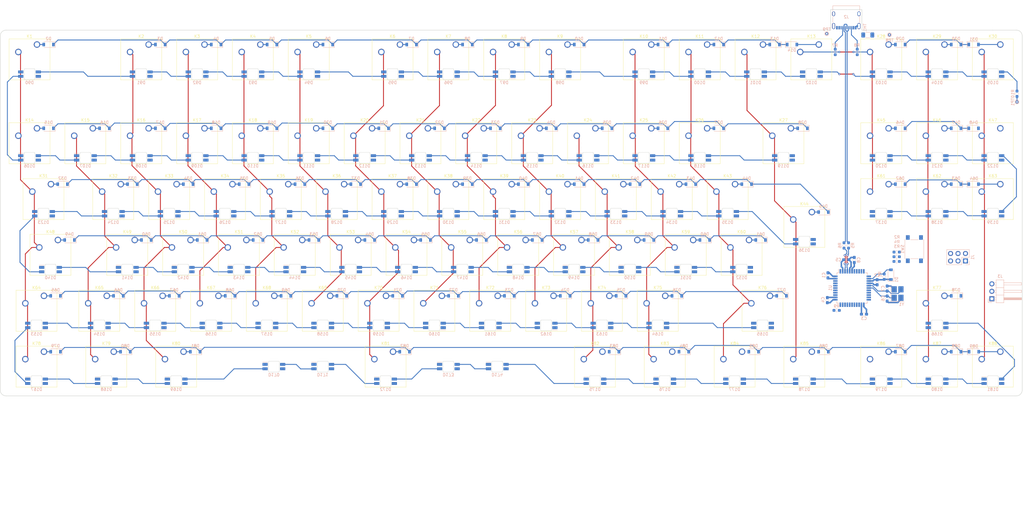
<source format=kicad_pcb>
(kicad_pcb (version 20211014) (generator pcbnew)
  (layers (0 "F.Cu" signal) (31 "B.Cu" power) (34 "B.Paste" user) (35 "F.Paste" user) (36 "B.SilkS" user "B.Silkscreen") (37 "F.SilkS" user "F.Silkscreen") (38 "B.Mask" user) (39 "F.Mask" user) (44 "Edge.Cuts" user))
  (net 0 "")
  (net 1 "VCC")
  (net 2 "GND")
  (net 3 "/MCU/~{RST}")
  (net 4 "/Key Matrix/ROW_0")
  (net 5 "Net-(D2-Pad2)")
  (net 6 "Net-(D3-Pad2)")
  (net 7 "Net-(D4-Pad2)")
  (net 8 "Net-(D5-Pad2)")
  (net 9 "Net-(D6-Pad2)")
  (net 10 "Net-(D7-Pad2)")
  (net 11 "Net-(D8-Pad2)")
  (net 12 "Net-(D9-Pad2)")
  (net 13 "Net-(D10-Pad2)")
  (net 14 "Net-(D11-Pad2)")
  (net 15 "Net-(D12-Pad2)")
  (net 16 "Net-(D13-Pad2)")
  (net 17 "Net-(D14-Pad2)")
  (net 18 "/Key Matrix/ROW_1")
  (net 19 "Net-(D15-Pad2)")
  (net 20 "Net-(D16-Pad2)")
  (net 21 "Net-(D17-Pad2)")
  (net 22 "Net-(D18-Pad2)")
  (net 23 "Net-(D19-Pad2)")
  (net 24 "Net-(D20-Pad2)")
  (net 25 "Net-(D21-Pad2)")
  (net 26 "Net-(D22-Pad2)")
  (net 27 "Net-(D23-Pad2)")
  (net 28 "Net-(D24-Pad2)")
  (net 29 "Net-(D25-Pad2)")
  (net 30 "Net-(D26-Pad2)")
  (net 31 "Net-(D27-Pad2)")
  (net 32 "Net-(D28-Pad2)")
  (net 33 "Net-(D29-Pad2)")
  (net 34 "Net-(D30-Pad2)")
  (net 35 "Net-(D31-Pad2)")
  (net 36 "/Key Matrix/ROW_2")
  (net 37 "Net-(D32-Pad2)")
  (net 38 "Net-(D33-Pad2)")
  (net 39 "Net-(D34-Pad2)")
  (net 40 "Net-(D35-Pad2)")
  (net 41 "Net-(D36-Pad2)")
  (net 42 "Net-(D37-Pad2)")
  (net 43 "Net-(D38-Pad2)")
  (net 44 "Net-(D39-Pad2)")
  (net 45 "Net-(D40-Pad2)")
  (net 46 "Net-(D41-Pad2)")
  (net 47 "Net-(D42-Pad2)")
  (net 48 "Net-(D43-Pad2)")
  (net 49 "Net-(D44-Pad2)")
  (net 50 "Net-(D45-Pad2)")
  (net 51 "Net-(D46-Pad2)")
  (net 52 "Net-(D47-Pad2)")
  (net 53 "Net-(D48-Pad2)")
  (net 54 "/Key Matrix/ROW_3")
  (net 55 "Net-(D49-Pad2)")
  (net 56 "Net-(D50-Pad2)")
  (net 57 "Net-(D51-Pad2)")
  (net 58 "Net-(D52-Pad2)")
  (net 59 "Net-(D53-Pad2)")
  (net 60 "Net-(D54-Pad2)")
  (net 61 "Net-(D55-Pad2)")
  (net 62 "Net-(D56-Pad2)")
  (net 63 "Net-(D57-Pad2)")
  (net 64 "Net-(D58-Pad2)")
  (net 65 "Net-(D59-Pad2)")
  (net 66 "Net-(D60-Pad2)")
  (net 67 "Net-(D61-Pad2)")
  (net 68 "Net-(D62-Pad2)")
  (net 69 "Net-(D63-Pad2)")
  (net 70 "Net-(D64-Pad2)")
  (net 71 "/Key Matrix/ROW_4")
  (net 72 "Net-(D65-Pad2)")
  (net 73 "Net-(D66-Pad2)")
  (net 74 "Net-(D67-Pad2)")
  (net 75 "Net-(D68-Pad2)")
  (net 76 "Net-(D69-Pad2)")
  (net 77 "Net-(D70-Pad2)")
  (net 78 "Net-(D71-Pad2)")
  (net 79 "Net-(D72-Pad2)")
  (net 80 "Net-(D73-Pad2)")
  (net 81 "Net-(D74-Pad2)")
  (net 82 "Net-(D75-Pad2)")
  (net 83 "Net-(D76-Pad2)")
  (net 84 "Net-(D77-Pad2)")
  (net 85 "Net-(D78-Pad2)")
  (net 86 "/Key Matrix/ROW_5")
  (net 87 "Net-(D79-Pad2)")
  (net 88 "Net-(D80-Pad2)")
  (net 89 "Net-(D81-Pad2)")
  (net 90 "Net-(D82-Pad2)")
  (net 91 "Net-(D83-Pad2)")
  (net 92 "Net-(D84-Pad2)")
  (net 93 "Net-(D85-Pad2)")
  (net 94 "Net-(D86-Pad2)")
  (net 95 "Net-(D87-Pad2)")
  (net 96 "Net-(D88-Pad2)")
  (net 97 "Net-(D89-Pad2)")
  (net 98 "Net-(D90-Pad2)")
  (net 99 "Net-(D106-Pad2)")
  (net 100 "Net-(D91-Pad2)")
  (net 101 "Net-(D92-Pad2)")
  (net 102 "Net-(D93-Pad2)")
  (net 103 "Net-(D94-Pad2)")
  (net 104 "Net-(D95-Pad2)")
  (net 105 "Net-(D96-Pad2)")
  (net 106 "Net-(D97-Pad2)")
  (net 107 "Net-(D98-Pad2)")
  (net 108 "Net-(D100-Pad4)")
  (net 109 "Net-(D100-Pad2)")
  (net 110 "Net-(D101-Pad2)")
  (net 111 "Net-(D102-Pad2)")
  (net 112 "Net-(D103-Pad2)")
  (net 113 "Net-(D104-Pad2)")
  (net 114 "Net-(D105-Pad2)")
  (net 115 "Net-(D106-Pad4)")
  (net 116 "Net-(D107-Pad4)")
  (net 117 "Net-(D108-Pad4)")
  (net 118 "Net-(D109-Pad4)")
  (net 119 "Net-(D110-Pad4)")
  (net 120 "Net-(D111-Pad4)")
  (net 121 "Net-(D112-Pad4)")
  (net 122 "Net-(D113-Pad4)")
  (net 123 "Net-(D114-Pad4)")
  (net 124 "Net-(D115-Pad4)")
  (net 125 "Net-(D116-Pad4)")
  (net 126 "Net-(D117-Pad4)")
  (net 127 "Net-(D118-Pad4)")
  (net 128 "Net-(D119-Pad4)")
  (net 129 "Net-(D120-Pad4)")
  (net 130 "Net-(D121-Pad4)")
  (net 131 "Net-(D122-Pad4)")
  (net 132 "Net-(D123-Pad2)")
  (net 133 "Net-(D123-Pad4)")
  (net 134 "Net-(D124-Pad2)")
  (net 135 "Net-(D125-Pad2)")
  (net 136 "Net-(D126-Pad2)")
  (net 137 "Net-(D127-Pad2)")
  (net 138 "Net-(D128-Pad2)")
  (net 139 "Net-(D129-Pad2)")
  (net 140 "Net-(D130-Pad2)")
  (net 141 "Net-(D131-Pad2)")
  (net 142 "Net-(D132-Pad2)")
  (net 143 "Net-(D133-Pad2)")
  (net 144 "Net-(D134-Pad2)")
  (net 145 "Net-(D135-Pad2)")
  (net 146 "Net-(D136-Pad2)")
  (net 147 "Net-(D137-Pad2)")
  (net 148 "Net-(D138-Pad2)")
  (net 149 "Net-(D140-Pad4)")
  (net 150 "Net-(D141-Pad4)")
  (net 151 "Net-(D142-Pad4)")
  (net 152 "Net-(D143-Pad4)")
  (net 153 "Net-(D144-Pad4)")
  (net 154 "Net-(D145-Pad4)")
  (net 155 "Net-(D146-Pad4)")
  (net 156 "Net-(D147-Pad4)")
  (net 157 "Net-(D148-Pad4)")
  (net 158 "Net-(D149-Pad4)")
  (net 159 "Net-(D150-Pad4)")
  (net 160 "Net-(D151-Pad4)")
  (net 161 "Net-(D152-Pad4)")
  (net 162 "Net-(D153-Pad2)")
  (net 163 "Net-(D153-Pad4)")
  (net 164 "Net-(D154-Pad2)")
  (net 165 "Net-(D155-Pad2)")
  (net 166 "Net-(D156-Pad2)")
  (net 167 "Net-(D157-Pad2)")
  (net 168 "Net-(D158-Pad2)")
  (net 169 "Net-(D159-Pad2)")
  (net 170 "Net-(D160-Pad2)")
  (net 171 "Net-(D161-Pad2)")
  (net 172 "Net-(D162-Pad2)")
  (net 173 "Net-(D163-Pad2)")
  (net 174 "Net-(D164-Pad2)")
  (net 175 "Net-(D166-Pad2)")
  (net 176 "Net-(D166-Pad4)")
  (net 177 "Net-(D167-Pad4)")
  (net 178 "Net-(D168-Pad4)")
  (net 179 "Net-(D169-Pad4)")
  (net 180 "Net-(D170-Pad4)")
  (net 181 "Net-(D171-Pad4)")
  (net 182 "Net-(D172-Pad4)")
  (net 183 "Net-(D173-Pad4)")
  (net 184 "Net-(D174-Pad4)")
  (net 185 "Net-(D175-Pad4)")
  (net 186 "Net-(D176-Pad4)")
  (net 187 "Net-(D177-Pad4)")
  (net 188 "Net-(D178-Pad4)")
  (net 189 "Net-(D179-Pad4)")
  (net 190 "Net-(D180-Pad4)")
  (net 191 "/MCU/CON_D+")
  (net 192 "/MCU/CON_D-")
  (net 195 "/MCU/MISO")
  (net 196 "/MCU/SCK")
  (net 197 "/MCU/MOSI")
  (net 198 "/Key Matrix/COL_0")
  (net 199 "/Key Matrix/COL_2")
  (net 200 "/Key Matrix/COL_3")
  (net 201 "/Key Matrix/COL_4")
  (net 202 "/Key Matrix/COL_5")
  (net 203 "/Key Matrix/COL_6")
  (net 204 "/Key Matrix/COL_7")
  (net 205 "/Key Matrix/COL_8")
  (net 206 "/Key Matrix/COL_9")
  (net 207 "/Key Matrix/COL_11")
  (net 208 "/Key Matrix/COL_12")
  (net 209 "/Key Matrix/COL_13")
  (net 210 "/Key Matrix/COL_14")
  (net 211 "/Key Matrix/COL_1")
  (net 212 "/Key Matrix/COL_10")
  (net 213 "/Key Matrix/COL_15")
  (net 214 "/Key Matrix/COL_16")
  (net 215 "/MCU/MCU_D+")
  (net 216 "/MCU/MCU_D-")
  (net 217 "/MCU/XTAL1")
  (net 218 "/LEDs/LED")
  (net 221 "/MCU/XTAL2")
  (net 222 "/MCU/UCAP")
  (net 223 "/MCU/~{HWB}")
  (net 224 "/MCU/VBUS")
  (net 225 "/MCU/CC1")
  (net 226 "/MCU/CC2")
  (footprint "Custom:SW_Cherry_MX_1.00u_PCB" (layer "F.Cu") (at 223.8375 138.1125)
    (fp_text reference "K40")
    (fp_text value "O")
  )
  (footprint "Custom:SW_Cherry_MX_1.00u_PCB" (layer "F.Cu") (at 71.4375 138.1125)
    (fp_text reference "K32")
    (fp_text value "Q")
  )
  (footprint "Custom:SW_Cherry_MX_1.00u_PCB" (layer "F.Cu") (at 80.9625 119.0625)
    (fp_text reference "K16")
    (fp_text value "2")
  )
  (footprint "Custom:SW_Cherry_MX_1.00u_PCB" (layer "F.Cu") (at 285.75 157.1625)
    (fp_text reference "K60")
    (fp_text value "HASH")
  )
  (footprint "Custom:SW_Cherry_MX_1.00u_PCB" (layer "F.Cu") (at 133.35 157.1625)
    (fp_text reference "K52")
    (fp_text value "F")
  )
  (footprint "Custom:SW_Cherry_MX_1.00u_PCB" (layer "F.Cu") (at 290.5125 90.4875)
    (fp_text reference "K12")
    (fp_text value "F11")
  )
  (footprint "Custom:SW_Cherry_MX_1.00u_PCB" (layer "F.Cu") (at 69.05625 195.2625)
    (fp_text reference "K79")
    (fp_text value "L_WIN")
  )
  (footprint "Custom:SW_Cherry_MX_1.00u_PCB" (layer "F.Cu") (at 271.4625 119.0625)
    (fp_text reference "K26")
    (fp_text value "EQU")
  )
  (footprint "Custom:SW_Cherry_MX_1.00u_PCB" (layer "F.Cu") (at 119.0625 119.0625)
    (fp_text reference "K18")
    (fp_text value "4")
  )
  (footprint "Custom:SW_Cherry_MX_1.00u_PCB" (layer "F.Cu") (at 100.0125 90.4875)
    (fp_text reference "K3")
    (fp_text value "F2")
  )
  (footprint "Custom:SW_Cherry_MX_1.00u_PCB" (layer "F.Cu") (at 204.7875 138.1125)
    (fp_text reference "K39")
    (fp_text value "I")
  )
  (footprint "Custom:SW_Cherry_MX_1.00u_PCB" (layer "F.Cu") (at 252.4125 90.4875)
    (fp_text reference "K10")
    (fp_text value "F9")
  )
  (footprint "Custom:SW_Cherry_MX_1.00u_PCB" (layer "F.Cu") (at 166.6875 138.1125)
    (fp_text reference "K37")
    (fp_text value "Y")
  )
  (footprint "Custom:SW_Cherry_MX_1.00u_PCB" (layer "F.Cu") (at 128.5875 138.1125)
    (fp_text reference "K35")
    (fp_text value "R")
  )
  (footprint "Custom:SW_Cherry_MX_1.00u_PCB" (layer "F.Cu") (at 42.8625 119.0625)
    (fp_text reference "K14")
    (fp_text value "BCKTCK")
  )
  (footprint "Custom:SW_Cherry_MX_1.00u_PCB" (layer "F.Cu") (at 200.025 176.2125)
    (fp_text reference "K72")
    (fp_text value "M")
  )
  (footprint "Custom:SW_Cherry_MX_1.00u_PCB" (layer "F.Cu") (at 233.3625 119.0625)
    (fp_text reference "K24")
    (fp_text value "0")
  )
  (footprint "Custom:SW_Cherry_MX_1.00u_PCB" (layer "F.Cu") (at 164.30625 195.2625)
    (fp_text reference "K81")
    (fp_text value "SPACE")
  )
  (footprint "Custom:SW_Cherry_MX_1.00u_PCB" (layer "F.Cu") (at 190.5 157.1625)
    (fp_text reference "K55")
    (fp_text value "J")
  )
  (footprint "Custom:SW_Cherry_MX_1.00u_PCB" (layer "F.Cu") (at 266.7 157.1625)
    (fp_text reference "K59")
    (fp_text value "APOS")
  )
  (footprint "Custom:SW_Cherry_MX_1.00u_PCB" (layer "F.Cu") (at 204.7875 90.4875)
    (fp_text reference "K8")
    (fp_text value "F7")
  )
  (footprint "Custom:SW_Cherry_MX_1.00u_PCB" (layer "F.Cu") (at 333.375 138.1125)
    (fp_text reference "K61")
    (fp_text value "DEL")
  )
  (footprint "Custom:SW_Cherry_MX_1.00u_PCB" (layer "F.Cu") (at 152.4 157.1625)
    (fp_text reference "K53")
    (fp_text value "G")
  )
  (footprint "Custom:SW_Cherry_MX_1.00u_PCB" (layer "F.Cu") (at 123.825 176.2125)
    (fp_text reference "K68")
    (fp_text value "C")
  )
  (footprint "Custom:SW_Cherry_MX_1.00u_PCB" (layer "F.Cu") (at 157.1625 119.0625)
    (fp_text reference "K20")
    (fp_text value "6")
  )
  (footprint "Custom:SW_Cherry_MX_1.00u_PCB" (layer "F.Cu") (at 271.4625 90.4875)
    (fp_text reference "K11")
    (fp_text value "F10")
  )
  (footprint "Custom:SW_Cherry_MX_1.00u_PCB" (layer "F.Cu") (at 166.6875 90.4875)
    (fp_text reference "K6")
    (fp_text value "F5")
  )
  (footprint "Custom:SW_Cherry_MX_1.00u_PCB" (layer "F.Cu") (at 247.65 157.1625)
    (fp_text reference "K58")
    (fp_text value "SEMICLN")
  )
  (footprint "Custom:SW_Cherry_MX_1.00u_PCB" (layer "F.Cu") (at 76.2 157.1625)
    (fp_text reference "K49")
    (fp_text value "A")
  )
  (footprint "Custom:SW_Cherry_MX_1.00u_PCB" (layer "F.Cu") (at 280.9875 138.1125)
    (fp_text reference "K43")
    (fp_text value "CL_SQ")
  )
  (footprint "Custom:SW_Cherry_MX_1.00u_PCB" (layer "F.Cu") (at 333.375 90.4875)
    (fp_text reference "K28")
    (fp_text value "PRNT")
  )
  (footprint "Custom:SW_Cherry_MX_1.00u_PCB" (layer "F.Cu") (at 307.18125 195.2625)
    (fp_text reference "K85")
    (fp_text value "R_CTRL")
  )
  (footprint "Custom:SW_Cherry_MX_1.00u_PCB" (layer "F.Cu") (at 104.775 176.2125)
    (fp_text reference "K67")
    (fp_text value "X")
  )
  (footprint "Custom:SW_Cherry_MX_1.00u_PCB" (layer "F.Cu") (at 92.86875 195.2625)
    (fp_text reference "K80")
    (fp_text value "L_ALT")
  )
  (footprint "Custom:SW_Cherry_MX_1.00u_PCB" (layer "F.Cu") (at 235.74375 195.2625)
    (fp_text reference "K82")
    (fp_text value "ALTGR")
  )
  (footprint "Custom:SW_Cherry_MX_1.00u_PCB" (layer "F.Cu") (at 352.425 119.0625)
    (fp_text reference "K46")
    (fp_text value "HOME")
  )
  (footprint "Custom:SW_Cherry_MX_1.00u_PCB" (layer "F.Cu") (at 66.675 176.2125)
    (fp_text reference "K65")
    (fp_text value "B_SLSH")
  )
  (footprint "Custom:SW_Cherry_MX_1.00u_PCB" (layer "F.Cu") (at 161.925 176.2125)
    (fp_text reference "K70")
    (fp_text value "B")
  )
  (footprint "Custom:SW_Cherry_MX_1.00u_PCB" (layer "F.Cu") (at 138.1125 90.4875)
    (fp_text reference "K5")
    (fp_text value "F4")
  )
  (footprint "Custom:SW_Cherry_MX_1.00u_PCB" (layer "F.Cu") (at 309.5625 90.4875)
    (fp_text reference "K13")
    (fp_text value "F12")
  )
  (footprint "Custom:SW_Cherry_MX_1.00u_PCB" (layer "F.Cu") (at 100.0125 119.0625)
    (fp_text reference "K17")
    (fp_text value "3")
  )
  (footprint "Custom:SW_Cherry_MX_1.00u_PCB" (layer "F.Cu") (at 214.3125 119.0625)
    (fp_text reference "K23")
    (fp_text value "9")
  )
  (footprint "Custom:SW_Cherry_MX_1.00u_PCB" (layer "F.Cu") (at 195.2625 119.0625)
    (fp_text reference "K22")
    (fp_text value "8")
  )
  (footprint "Custom:SW_Cherry_MX_1.00u_PCB" (layer "F.Cu") (at 371.475 90.4875)
    (fp_text reference "K30")
    (fp_text value "PAUSE")
  )
  (footprint "Custom:SW_Cherry_MX_1.00u_PCB" (layer "F.Cu") (at 142.875 176.2125)
    (fp_text reference "K69")
    (fp_text value "V")
  )
  (footprint "Custom:SW_Cherry_MX_1.00u_PCB" (layer "F.Cu") (at 119.0625 90.4875)
    (fp_text reference "K4")
    (fp_text value "F3")
  )
  (footprint "Custom:SW_Cherry_MX_1.00u_PCB" (layer "F.Cu") (at 85.725 176.2125)
    (fp_text reference "K66")
    (fp_text value "Z")
  )
  (footprint "Custom:SW_Cherry_MX_1.00u_PCB" (layer "F.Cu") (at 242.8875 138.1125)
    (fp_text reference "K41")
    (fp_text value "P")
  )
  (footprint "Custom:SW_Cherry_MX_1.00u_PCB" (layer "F.Cu") (at 371.475 119.0625)
    (fp_text reference "K47")
    (fp_text value "PG_UP")
  )
  (footprint "Custom:SW_Cherry_MX_1.00u_PCB" (layer "F.Cu") (at 371.475 195.2625)
    (fp_text reference "K88")
    (fp_text value "R_ARR")
  )
  (footprint "Custom:SW_Cherry_MX_1.00u_PCB" (layer "F.Cu") (at 171.45 157.1625)
    (fp_text reference "K54")
    (fp_text value "H")
  )
  (footprint "Custom:SW_Cherry_MX_1.00u_PCB" (layer "F.Cu") (at 42.8625 90.4875)
    (fp_text reference "K1")
    (fp_text value "ESC")
  )
  (footprint "Custom:SW_Cherry_MX_1.00u_PCB" (layer "F.Cu") (at 223.8375 90.4875)
    (fp_text reference "K9")
    (fp_text value "F8")
  )
  (footprint "Custom:SW_Cherry_MX_1.00u_PCB" (layer "F.Cu") (at 114.3 157.1625)
    (fp_text reference "K51")
    (fp_text value "D")
  )
  (footprint "Custom:SW_Cherry_MX_1.00u_PCB" (layer "F.Cu") (at 238.125 176.2125)
    (fp_text reference "K74")
    (fp_text value "DOT")
  )
  (footprint "Custom:SW_Cherry_MX_1.00u_PCB" (layer "F.Cu") (at 333.375 119.0625)
    (fp_text reference "K45")
    (fp_text value "INS")
  )
  (footprint "Custom:SW_Cherry_MX_1.00u_PCB" (layer "F.Cu") (at 307.18125 147.6375)
    (fp_text reference "K44")
    (fp_text value "ENTER")
  )
  (footprint "Custom:SW_Cherry_MX_1.00u_PCB" (layer "F.Cu") (at 185.7375 90.4875)
    (fp_text reference "K7")
    (fp_text value "F6")
  )
  (footprint "Custom:SW_Cherry_MX_1.00u_PCB" (layer "F.Cu") (at 219.075 176.2125)
    (fp_text reference "K73")
    (fp_text value "COMMA")
  )
  (footprint "Custom:SW_Cherry_MX_1.00u_PCB" (layer "F.Cu") (at 209.55 157.1625)
    (fp_text reference "K56")
    (fp_text value "K")
  )
  (footprint "Custom:SW_Cherry_MX_1.00u_PCB" (layer "F.Cu") (at 352.425 176.2125)
    (fp_text reference "K77")
    (fp_text value "U_ARR")
  )
  (footprint "Custom:SW_Cherry_MX_1.00u_PCB" (layer "F.Cu") (at 283.36875 195.2625)
    (fp_text reference "K84")
    (fp_text value "MENU")
  )
  (footprint "Custom:SW_Cherry_MX_1.00u_PCB" (layer "F.Cu") (at 371.475 138.1125)
    (fp_text reference "K63")
    (fp_text value "PG_DN")
  )
  (footprint "Custom:SW_Cherry_MX_1.00u_PCB" (layer "F.Cu") (at 138.1125 119.0625)
    (fp_text reference "K19")
    (fp_text value "5")
  )
  (footprint "Custom:SW_Cherry_MX_1.00u_PCB" (layer "F.Cu") (at 180.975 176.2125)
    (fp_text reference "K71")
    (fp_text value "N")
  )
  (footprint "Custom:SW_Cherry_MX_1.00u_PCB" (layer "F.Cu") (at 333.375 195.2625)
    (fp_text reference "K86")
    (fp_text value "L_ARR")
  )
  (footprint "Custom:SW_Cherry_MX_1.00u_PCB" (layer "F.Cu") (at 147.6375 138.1125)
    (fp_text reference "K36")
    (fp_text value "T")
  )
  (footprint "Custom:SW_Cherry_MX_1.00u_PCB" (layer "F.Cu") (at 50.00625 157.1625)
    (fp_text reference "K48")
    (fp_text value "CAPS")
  )
  (footprint "Custom:SW_Cherry_MX_1.00u_PCB" (layer "F.Cu") (at 109.5375 138.1125)
    (fp_text reference "K34")
    (fp_text value "E")
  )
  (footprint "Custom:SW_Cherry_MX_1.00u_PCB" (layer "F.Cu") (at 292.89375 176.2125)
    (fp_text reference "K76")
    (fp_text value "R_SHIFT")
  )
  (footprint "Custom:SW_Cherry_MX_1.00u_PCB" (layer "F.Cu") (at 352.425 138.1125)
    (fp_text reference "K62")
    (fp_text value "END")
  )
  (footprint "Custom:SW_Cherry_MX_1.00u_PCB" (layer "F.Cu") (at 261.9375 138.1125)
    (fp_text reference "K42")
    (fp_text value "OP_SQ")
  )
  (footprint "Custom:SW_Cherry_MX_1.00u_PCB" (layer "F.Cu") (at 352.425 195.2625)
    (fp_text reference "K87")
    (fp_text value "D_ARR")
  )
  (footprint "Custom:SW_Cherry_MX_1.00u_PCB" (layer "F.Cu") (at 352.425 90.4875)
    (fp_text reference "K29")
    (fp_text value "SCRL")
  )
  (footprint "Custom:SW_Cherry_MX_1.00u_PCB" (layer "F.Cu") (at 45.24375 195.2625)
    (fp_text reference "K78")
    (fp_text value "L_CTRL")
  )
  (footprint "Custom:SW_Cherry_MX_1.00u_PCB" (layer "F.Cu") (at 45.24375 176.2125)
    (fp_text reference "K64")
    (fp_text value "L_SHIFT")
  )
  (footprint "Custom:SW_Cherry_MX_1.00u_PCB" (layer "F.Cu") (at 259.55625 195.2625)
    (fp_text reference "K83")
    (fp_text value "R_WIN")
  )
  (footprint "Custom:SW_Cherry_MX_1.00u_PCB" (layer "F.Cu") (at 228.6 157.1625)
    (fp_text reference "K57")
    (fp_text value "L")
  )
  (footprint "Custom:SW_Cherry_MX_1.00u_PCB" (layer "F.Cu") (at 90.4875 138.1125)
    (fp_text reference "K33")
    (fp_text value "W")
  )
  (footprint "Custom:SW_Cherry_MX_1.00u_PCB" (layer "F.Cu") (at 95.25 157.1625)
    (fp_text reference "K50")
    (fp_text value "S")
  )
  (footprint "Custom:SW_Cherry_MX_1.00u_PCB" (layer "F.Cu") (at 300.0375 119.0625)
    (fp_text reference "K27")
    (fp_text value "BCKSPC")
  )
  (footprint "Custom:SW_Cherry_MX_1.00u_PCB" (layer "F.Cu") (at 185.7375 138.1125)
    (fp_text reference "K38")
    (fp_text value "U")
  )
  (footprint "Custom:SW_Cherry_MX_1.00u_PCB" (layer "F.Cu") (at 257.175 176.2125)
    (fp_text reference "K75")
    (fp_text value "F_SLSH")
  )
  (footprint "Custom:SW_Cherry_MX_1.00u_PCB" (layer "F.Cu") (at 47.625 138.1125)
    (fp_text reference "K31")
    (fp_text value "TAB")
  )
  (footprint "Custom:SW_Cherry_MX_1.00u_PCB" (layer "F.Cu") (at 80.9625 90.4875)
    (fp_text reference "K2")
    (fp_text value "F1")
  )
  (footprint "Custom:SW_Cherry_MX_1.00u_PCB" (layer "F.Cu") (at 176.2125 119.0625)
    (fp_text reference "K21")
    (fp_text value "7")
  )
  (footprint "Custom:SW_Cherry_MX_1.00u_PCB" (layer "F.Cu") (at 61.9125 119.0625)
    (fp_text reference "K15")
    (fp_text value "1")
  )
  (footprint "Custom:SW_Cherry_MX_1.00u_PCB" (layer "F.Cu") (at 252.4125 119.0625)
    (fp_text reference "K25")
    (fp_text value "MINUS")
  )
  (footprint "Custom:SK6803MINI-E_Bottom_Up" (layer "B.Cu") (at 214.3125 124.075)
    (fp_text reference "D115")
    (fp_text value "SK6803MINI-E")
    (fp_line (start 1.6 -1.85) (end -1.6 -1.85) (layer "Edge.Cuts") (width 0.1))
    (fp_line (start -1.85 -1.6) (end -1.85 1.6) (layer "Edge.Cuts") (width 0.1))
    (fp_line (start -1.6 1.85) (end 1.6 1.85) (layer "Edge.Cuts") (width 0.1))
    (fp_line (start 1.85 1.6) (end 1.85 -1.6) (layer "Edge.Cuts") (width 0.1))
    (fp_arc (start 1.6 -1.85) (mid 1.776777 -1.776777) (end 1.85 -1.6) (layer "Edge.Cuts") (width 0.1))
    (fp_arc (start -1.6 1.85) (mid -1.776777 1.776777) (end -1.85 1.6) (layer "Edge.Cuts") (width 0.1))
    (fp_arc (start -1.85 -1.6) (mid -1.776777 -1.776777) (end -1.6 -1.85) (layer "Edge.Cuts") (width 0.1))
    (fp_arc (start 1.85 1.6) (mid 1.776777 1.776777) (end 1.6 1.85) (layer "Edge.Cuts") (width 0.1))
  )
  (footprint "Custom:SK6803MINI-E_Bottom_Up" (layer "B.Cu") (at 109.5375 143.125 180)
    (fp_text reference "D126")
    (fp_text value "SK6803MINI-E")
    (fp_line (start -1.85 -1.6) (end -1.85 1.6) (layer "Edge.Cuts") (width 0.1))
    (fp_line (start 1.6 -1.85) (end -1.6 -1.85) (layer "Edge.Cuts") (width 0.1))
    (fp_line (start 1.85 1.6) (end 1.85 -1.6) (layer "Edge.Cuts") (width 0.1))
    (fp_line (start -1.6 1.85) (end 1.6 1.85) (layer "Edge.Cuts") (width 0.1))
    (fp_arc (start 1.85 1.6) (mid 1.776777 1.776777) (end 1.6 1.85) (layer "Edge.Cuts") (width 0.1))
    (fp_arc (start -1.6 1.85) (mid -1.776777 1.776777) (end -1.85 1.6) (layer "Edge.Cuts") (width 0.1))
    (fp_arc (start -1.85 -1.6) (mid -1.776777 -1.776777) (end -1.6 -1.85) (layer "Edge.Cuts") (width 0.1))
    (fp_arc (start 1.6 -1.85) (mid 1.776777 -1.776777) (end 1.85 -1.6) (layer "Edge.Cuts") (width 0.1))
  )
  (footprint "Resistor_SMD:R_0603_1608Metric_Pad0.98x0.95mm_HandSolder" (layer "B.Cu") (at 379.7 102.2 -90)
    (fp_text reference "R10")
    (fp_text value "470R")
  )
  (footprint "Custom:SK6803MINI-E_Bottom_Up" (layer "B.Cu") (at 47.625 143.125 180)
    (fp_text reference "D123")
    (fp_text value "SK6803MINI-E")
    (fp_line (start 1.6 -1.85) (end -1.6 -1.85) (layer "Edge.Cuts") (width 0.1))
    (fp_line (start 1.85 1.6) (end 1.85 -1.6) (layer "Edge.Cuts") (width 0.1))
    (fp_line (start -1.6 1.85) (end 1.6 1.85) (layer "Edge.Cuts") (width 0.1))
    (fp_line (start -1.85 -1.6) (end -1.85 1.6) (layer "Edge.Cuts") (width 0.1))
    (fp_arc (start 1.85 1.6) (mid 1.776777 1.776777) (end 1.6 1.85) (layer "Edge.Cuts") (width 0.1))
    (fp_arc (start -1.85 -1.6) (mid -1.776777 -1.776777) (end -1.6 -1.85) (layer "Edge.Cuts") (width 0.1))
    (fp_arc (start -1.6 1.85) (mid -1.776777 1.776777) (end -1.85 1.6) (layer "Edge.Cuts") (width 0.1))
    (fp_arc (start 1.6 -1.85) (mid 1.776777 -1.776777) (end 1.85 -1.6) (layer "Edge.Cuts") (width 0.1))
  )
  (footprint "Capacitor_SMD:C_0603_1608Metric_Pad1.08x0.95mm_HandSolder" (layer "B.Cu") (at 324.2 158.9 90)
    (fp_text reference "C8")
    (fp_text value "1u")
  )
  (footprint "Capacitor_SMD:C_0603_1608Metric_Pad1.08x0.95mm_HandSolder" (layer "B.Cu") (at 335.4 172.08 -90)
    (fp_text reference "C6")
    (fp_text value "22p")
  )
  (footprint "Custom:SK6803MINI-E_Bottom_Up" (layer "B.Cu") (at 352.425 124.075)
    (fp_text reference "D121")
    (fp_text value "SK6803MINI-E")
    (fp_line (start 1.85 1.6) (end 1.85 -1.6) (layer "Edge.Cuts") (width 0.1))
    (fp_line (start 1.6 -1.85) (end -1.6 -1.85) (layer "Edge.Cuts") (width 0.1))
    (fp_line (start -1.85 -1.6) (end -1.85 1.6) (layer "Edge.Cuts") (width 0.1))
    (fp_line (start -1.6 1.85) (end 1.6 1.85) (layer "Edge.Cuts") (width 0.1))
    (fp_arc (start 1.85 1.6) (mid 1.776777 1.776777) (end 1.6 1.85) (layer "Edge.Cuts") (width 0.1))
    (fp_arc (start -1.85 -1.6) (mid -1.776777 -1.776777) (end -1.6 -1.85) (layer "Edge.Cuts") (width 0.1))
    (fp_arc (start -1.6 1.85) (mid -1.776777 1.776777) (end -1.85 1.6) (layer "Edge.Cuts") (width 0.1))
    (fp_arc (start 1.6 -1.85) (mid 1.776777 -1.776777) (end 1.85 -1.6) (layer "Edge.Cuts") (width 0.1))
  )
  (footprint "Diode_SMD:D_SOD-123" (layer "B.Cu") (at 192.2375 133.0325 180)
    (fp_text reference "D39")
    (fp_text value "1N4148")
  )
  (footprint "Connector_USB:USB_C_Receptacle_XKB_U262-16XN-4BVC11" (layer "B.Cu") (at 321.46875 76)
    (fp_text reference "J2")
    (fp_text value "USB-C")
  )
  (footprint "Diode_SMD:D_SOD-123" (layer "B.Cu") (at 135.0875 133.0325 180)
    (fp_text reference "D36")
    (fp_text value "1N4148")
  )
  (footprint "Diode_SMD:D_SOD-123" (layer "B.Cu") (at 339.875 133.0325 180)
    (fp_text reference "D62")
    (fp_text value "1N4148")
  )
  (footprint "Custom:SK6803MINI-E_Bottom_Up" (layer "B.Cu") (at 238.125 181.225 180)
    (fp_text reference "D163")
    (fp_text value "SK6803MINI-E")
    (fp_line (start -1.6 1.85) (end 1.6 1.85) (layer "Edge.Cuts") (width 0.1))
    (fp_line (start -1.85 -1.6) (end -1.85 1.6) (layer "Edge.Cuts") (width 0.1))
    (fp_line (start 1.6 -1.85) (end -1.6 -1.85) (layer "Edge.Cuts") (width 0.1))
    (fp_line (start 1.85 1.6) (end 1.85 -1.6) (layer "Edge.Cuts") (width 0.1))
    (fp_arc (start -1.85 -1.6) (mid -1.776777 -1.776777) (end -1.6 -1.85) (layer "Edge.Cuts") (width 0.1))
    (fp_arc (start 1.6 -1.85) (mid 1.776777 -1.776777) (end 1.85 -1.6) (layer "Edge.Cuts") (width 0.1))
    (fp_arc (start -1.6 1.85) (mid -1.776777 1.776777) (end -1.85 1.6) (layer "Edge.Cuts") (width 0.1))
    (fp_arc (start 1.85 1.6) (mid 1.776777 1.776777) (end 1.6 1.85) (layer "Edge.Cuts") (width 0.1))
  )
  (footprint "Custom:SK6803MINI-E_Bottom_Up" (layer "B.Cu") (at 235.74375 200.275)
    (fp_text reference "D175")
    (fp_text value "SK6803MINI-E")
    (fp_line (start -1.85 -1.6) (end -1.85 1.6) (layer "Edge.Cuts") (width 0.1))
    (fp_line (start 1.85 1.6) (end 1.85 -1.6) (layer "Edge.Cuts") (width 0.1))
    (fp_line (start 1.6 -1.85) (end -1.6 -1.85) (layer "Edge.Cuts") (width 0.1))
    (fp_line (start -1.6 1.85) (end 1.6 1.85) (layer "Edge.Cuts") (width 0.1))
    (fp_arc (start -1.6 1.85) (mid -1.776777 1.776777) (end -1.85 1.6) (layer "Edge.Cuts") (width 0.1))
    (fp_arc (start -1.85 -1.6) (mid -1.776777 -1.776777) (end -1.6 -1.85) (layer "Edge.Cuts") (width 0.1))
    (fp_arc (start 1.6 -1.85) (mid 1.776777 -1.776777) (end 1.85 -1.6) (layer "Edge.Cuts") (width 0.1))
    (fp_arc (start 1.85 1.6) (mid 1.776777 1.776777) (end 1.6 1.85) (layer "Edge.Cuts") (width 0.1))
  )
  (footprint "Custom:SK6803MINI-E_Bottom_Up" (layer "B.Cu") (at 114.3 162.175)
    (fp_text reference "D143")
    (fp_text value "SK6803MINI-E")
    (fp_line (start 1.85 1.6) (end 1.85 -1.6) (layer "Edge.Cuts") (width 0.1))
    (fp_line (start -1.85 -1.6) (end -1.85 1.6) (layer "Edge.Cuts") (width 0.1))
    (fp_line (start 1.6 -1.85) (end -1.6 -1.85) (layer "Edge.Cuts") (width 0.1))
    (fp_line (start -1.6 1.85) (end 1.6 1.85) (layer "Edge.Cuts") (width 0.1))
    (fp_arc (start 1.6 -1.85) (mid 1.776777 -1.776777) (end 1.85 -1.6) (layer "Edge.Cuts") (width 0.1))
    (fp_arc (start -1.85 -1.6) (mid -1.776777 -1.776777) (end -1.6 -1.85) (layer "Edge.Cuts") (width 0.1))
    (fp_arc (start -1.6 1.85) (mid -1.776777 1.776777) (end -1.85 1.6) (layer "Edge.Cuts") (width 0.1))
    (fp_arc (start 1.85 1.6) (mid 1.776777 1.776777) (end 1.6 1.85) (layer "Edge.Cuts") (width 0.1))
  )
  (footprint "Diode_SMD:D_SOD-123" (layer "B.Cu") (at 177.95 152.0825 180)
    (fp_text reference "D55")
    (fp_text value "1N4148")
  )
  (footprint "Custom:SK6803MINI-E_Bottom_Up" (layer "B.Cu") (at 85.725 181.225 180)
    (fp_text reference "D155")
    (fp_text value "SK6803MINI-E")
    (fp_line (start -1.6 1.85) (end 1.6 1.85) (layer "Edge.Cuts") (width 0.1))
    (fp_line (start -1.85 -1.6) (end -1.85 1.6) (layer "Edge.Cuts") (width 0.1))
    (fp_line (start 1.85 1.6) (end 1.85 -1.6) (layer "Edge.Cuts") (width 0.1))
    (fp_line (start 1.6 -1.85) (end -1.6 -1.85) (layer "Edge.Cuts") (width 0.1))
    (fp_arc (start 1.6 -1.85) (mid 1.776777 -1.776777) (end 1.85 -1.6) (layer "Edge.Cuts") (width 0.1))
    (fp_arc (start 1.85 1.6) (mid 1.776777 1.776777) (end 1.6 1.85) (layer "Edge.Cuts") (width 0.1))
    (fp_arc (start -1.6 1.85) (mid -1.776777 1.776777) (end -1.85 1.6) (layer "Edge.Cuts") (width 0.1))
    (fp_arc (start -1.85 -1.6) (mid -1.776777 -1.776777) (end -1.6 -1.85) (layer "Edge.Cuts") (width 0.1))
  )
  (footprint "Custom:SK6803MINI-E_Bottom_Up" (layer "B.Cu") (at 247.65 162.175)
    (fp_text reference "D150")
    (fp_text value "SK6803MINI-E")
    (fp_line (start 1.85 1.6) (end 1.85 -1.6) (layer "Edge.Cuts") (width 0.1))
    (fp_line (start -1.6 1.85) (end 1.6 1.85) (layer "Edge.Cuts") (width 0.1))
    (fp_line (start -1.85 -1.6) (end -1.85 1.6) (layer "Edge.Cuts") (width 0.1))
    (fp_line (start 1.6 -1.85) (end -1.6 -1.85) (layer "Edge.Cuts") (width 0.1))
    (fp_arc (start 1.6 -1.85) (mid 1.776777 -1.776777) (end 1.85 -1.6) (layer "Edge.Cuts") (width 0.1))
    (fp_arc (start -1.85 -1.6) (mid -1.776777 -1.776777) (end -1.6 -1.85) (layer "Edge.Cuts") (width 0.1))
    (fp_arc (start 1.85 1.6) (mid 1.776777 1.776777) (end 1.6 1.85) (layer "Edge.Cuts") (width 0.1))
    (fp_arc (start -1.6 1.85) (mid -1.776777 1.776777) (end -1.85 1.6) (layer "Edge.Cuts") (width 0.1))
  )
  (footprint "Custom:SK6803MINI-E_Bottom_Up" (layer "B.Cu") (at 371.475 124.075)
    (fp_text reference "D122")
    (fp_text value "SK6803MINI-E")
    (fp_line (start -1.6 1.85) (end 1.6 1.85) (layer "Edge.Cuts") (width 0.1))
    (fp_line (start -1.85 -1.6) (end -1.85 1.6) (layer "Edge.Cuts") (width 0.1))
    (fp_line (start 1.6 -1.85) (end -1.6 -1.85) (layer "Edge.Cuts") (width 0.1))
    (fp_line (start 1.85 1.6) (end 1.85 -1.6) (layer "Edge.Cuts") (width 0.1))
    (fp_arc (start 1.85 1.6) (mid 1.776777 1.776777) (end 1.6 1.85) (layer "Edge.Cuts") (width 0.1))
    (fp_arc (start -1.6 1.85) (mid -1.776777 1.776777) (end -1.85 1.6) (layer "Edge.Cuts") (width 0.1))
    (fp_arc (start 1.6 -1.85) (mid 1.776777 -1.776777) (end 1.85 -1.6) (layer "Edge.Cuts") (width 0.1))
    (fp_arc (start -1.85 -1.6) (mid -1.776777 -1.776777) (end -1.6 -1.85) (layer "Edge.Cuts") (width 0.1))
  )
  (footprint "Custom:SK6803MINI-E_Bottom_Up" (layer "B.Cu") (at 142.875 181.225 180)
    (fp_text reference "D158")
    (fp_text value "SK6803MINI-E")
    (fp_line (start -1.6 1.85) (end 1.6 1.85) (layer "Edge.Cuts") (width 0.1))
    (fp_line (start 1.85 1.6) (end 1.85 -1.6) (layer "Edge.Cuts") (width 0.1))
    (fp_line (start 1.6 -1.85) (end -1.6 -1.85) (layer "Edge.Cuts") (width 0.1))
    (fp_line (start -1.85 -1.6) (end -1.85 1.6) (layer "Edge.Cuts") (width 0.1))
    (fp_arc (start -1.85 -1.6) (mid -1.776777 -1.776777) (end -1.6 -1.85) (layer "Edge.Cuts") (width 0.1))
    (fp_arc (start 1.85 1.6) (mid 1.776777 1.776777) (end 1.6 1.85) (layer "Edge.Cuts") (width 0.1))
    (fp_arc (start 1.6 -1.85) (mid 1.776777 -1.776777) (end 1.85 -1.6) (layer "Edge.Cuts") (width 0.1))
    (fp_arc (start -1.6 1.85) (mid -1.776777 1.776777) (end -1.85 1.6) (layer "Edge.Cuts") (width 0.1))
  )
  (footprint "TestPoint:TestPoint_THTPad_D1.0mm_Drill0.5mm" (layer "B.Cu") (at 314.8 81.7 180)
    (fp_text reference "TP9")
    (fp_text value "TestPoint")
  )
  (footprint "Diode_SMD:D_SOD-123" (layer "B.Cu") (at 358.925 190.1825 180)
    (fp_text reference "D88")
    (fp_text value "1N4148")
  )
  (footprint "Capacitor_SMD:C_0603_1608Metric_Pad1.08x0.95mm_HandSolder" (layer "B.Cu") (at 327.5 177.4)
    (fp_text reference "C3")
    (fp_text value "0.1u")
  )
  (footprint "Diode_SMD:D_SOD-123" (layer "B.Cu") (at 101.75 152.0825 180)
    (fp_text reference "D51")
    (fp_text value "1N4148")
  )
  (footprint "Custom:SK6803MINI-E_Bottom_Up" (layer "B.Cu") (at 257.175 181.225 180)
    (fp_text reference "D164")
    (fp_text value "SK6803MINI-E")
    (fp_line (start -1.85 -1.6) (end -1.85 1.6) (layer "Edge.Cuts") (width 0.1))
    (fp_line (start -1.6 1.85) (end 1.6 1.85) (layer "Edge.Cuts") (width 0.1))
    (fp_line (start 1.6 -1.85) (end -1.6 -1.85) (layer "Edge.Cuts") (width 0.1))
    (fp_line (start 1.85 1.6) (end 1.85 -1.6) (layer "Edge.Cuts") (width 0.1))
    (fp_arc (start -1.6 1.85) (mid -1.776777 1.776777) (end -1.85 1.6) (layer "Edge.Cuts") (width 0.1))
    (fp_arc (start -1.85 -1.6) (mid -1.776777 -1.776777) (end -1.6 -1.85) (layer "Edge.Cuts") (width 0.1))
    (fp_arc (start 1.85 1.6) (mid 1.776777 1.776777) (end 1.6 1.85) (layer "Edge.Cuts") (width 0.1))
    (fp_arc (start 1.6 -1.85) (mid 1.776777 -1.776777) (end 1.85 -1.6) (layer "Edge.Cuts") (width 0.1))
  )
  (footprint "Custom:SK6803MINI-E_Bottom_Up" (layer "B.Cu") (at 42.8625 95.5 180)
    (fp_text reference "D90")
    (fp_text value "SK6803MINI-E")
    (fp_line (start -1.85 -1.6) (end -1.85 1.6) (layer "Edge.Cuts") (width 0.1))
    (fp_line (start 1.85 1.6) (end 1.85 -1.6) (layer "Edge.Cuts") (width 0.1))
    (fp_line (start -1.6 1.85) (end 1.6 1.85) (layer "Edge.Cuts") (width 0.1))
    (fp_line (start 1.6 -1.85) (end -1.6 -1.85) (layer "Edge.Cuts") (width 0.1))
    (fp_arc (start -1.6 1.85) (mid -1.776777 1.776777) (end -1.85 1.6) (layer "Edge.Cuts") (width 0.1))
    (fp_arc (start 1.6 -1.85) (mid 1.776777 -1.776777) (end 1.85 -1.6) (layer "Edge.Cuts") (width 0.1))
    (fp_arc (start -1.85 -1.6) (mid -1.776777 -1.776777) (end -1.6 -1.85) (layer "Edge.Cuts") (width 0.1))
    (fp_arc (start 1.85 1.6) (mid 1.776777 1.776777) (end 1.6 1.85) (layer "Edge.Cuts") (width 0.1))
  )
  (footprint "Diode_SMD:D_SOD-123" (layer "B.Cu") (at 87.4625 113.9825 180)
    (fp_text reference "D17")
    (fp_text value "1N4148")
  )
  (footprint "Diode_SMD:D_SOD-123" (layer "B.Cu") (at 106.5125 85.4075 180)
    (fp_text reference "D4")
    (fp_text value "1N4148")
  )
  (footprint "Diode_SMD:D_SOD-123" (layer "B.Cu") (at 235.1 152.0825 180)
    (fp_text reference "D58")
    (fp_text value "1N4148")
  )
  (footprint "Diode_SMD:D_SOD-123" (layer "B.Cu") (at 364.9 85.4)
    (fp_text reference "D31")
    (fp_text value "1N4148")
  )
  (footprint "Diode_SMD:D_SOD-123" (layer "B.Cu") (at 242.24375 190.1825 180)
    (fp_text reference "D83")
    (fp_text value "1N4148")
  )
  (footprint "Diode_SMD:D_SOD-123" (layer "B.Cu") (at 263.675 171.1325 180)
    (fp_text reference "D76")
    (fp_text value "1N4148")
  )
  (footprint "TestPoint:TestPoint_THTPad_D1.0mm_Drill0.5mm" (layer "B.Cu") (at 336.2 82.1 180)
    (fp_text reference "TP8")
    (fp_text value "TestPoint")
  )
  (footprint "Resistor_SMD:R_0603_1608Metric_Pad0.98x0.95mm_HandSolder" (layer "B.Cu") (at 317.7 87.95 90)
    (fp_text reference "R7")
    (fp_text value "5k1")
  )
  (footprint "Diode_SMD:D_SOD-123" (layer "B.Cu") (at 144.6125 85.4075 180)
    (fp_text reference "D6")
    (fp_text value "1N4148")
  )
  (footprint "Capacitor_SMD:C_0603_1608Metric_Pad1.08x0.95mm_HandSolder" (layer "B.Cu") (at 335.4 168.65 90)
    (fp_text reference "C7")
    (fp_text value "22p")
  )
  (footprint "Custom:SK6803MINI-E_Bottom_Up" (layer "B.Cu") (at 157.1625 124.075)
    (fp_text reference "D112")
    (fp_text value "SK6803MINI-E")
    (fp_line (start -1.85 -1.6) (end -1.85 1.6) (layer "Edge.Cuts") (width 0.1))
    (fp_line (start -1.6 1.85) (end 1.6 1.85) (layer "Edge.Cuts") (width 0.1))
    (fp_line (start 1.6 -1.85) (end -1.6 -1.85) (layer "Edge.Cuts") (width 0.1))
    (fp_line (start 1.85 1.6) (end 1.85 -1.6) (layer "Edge.Cuts") (width 0.1))
    (fp_arc (start 1.85 1.6) (mid 1.776777 1.776777) (end 1.6 1.85) (layer "Edge.Cuts") (width 0.1))
    (fp_arc (start -1.6 1.85) (mid -1.776777 1.776777) (end -1.85 1.6) (layer "Edge.Cuts") (width 0.1))
    (fp_arc (start 1.6 -1.85) (mid 1.776777 -1.776777) (end 1.85 -1.6) (layer "Edge.Cuts") (width 0.1))
    (fp_arc (start -1.85 -1.6) (mid -1.776777 -1.776777) (end -1.6 -1.85) (layer "Edge.Cuts") (width 0.1))
  )
  (footprint "Custom:SK6803MINI-E_Bottom_Up" (layer "B.Cu") (at 138.1125 124.075)
    (fp_text reference "D111")
    (fp_text value "SK6803MINI-E")
    (fp_line (start -1.6 1.85) (end 1.6 1.85) (layer "Edge.Cuts") (width 0.1))
    (fp_line (start -1.85 -1.6) (end -1.85 1.6) (layer "Edge.Cuts") (width 0.1))
    (fp_line (start 1.6 -1.85) (end -1.6 -1.85) (layer "Edge.Cuts") (width 0.1))
    (fp_line (start 1.85 1.6) (end 1.85 -1.6) (layer "Edge.Cuts") (width 0.1))
    (fp_arc (start -1.6 1.85) (mid -1.776777 1.776777) (end -1.85 1.6) (layer "Edge.Cuts") (width 0.1))
    (fp_arc (start -1.85 -1.6) (mid -1.776777 -1.776777) (end -1.6 -1.85) (layer "Edge.Cuts") (width 0.1))
    (fp_arc (start 1.85 1.6) (mid 1.776777 1.776777) (end 1.6 1.85) (layer "Edge.Cuts") (width 0.1))
    (fp_arc (start 1.6 -1.85) (mid 1.776777 -1.776777) (end 1.85 -1.6) (layer "Edge.Cuts") (width 0.1))
  )
  (footprint "Diode_SMD:D_SOD-123" (layer "B.Cu") (at 116.0375 133.0325 180)
    (fp_text reference "D35")
    (fp_text value "1N4148")
  )
  (footprint "Custom:SK6803MINI-E_Bottom_Up" (layer "B.Cu") (at 333.375 143.125 180)
    (fp_text reference "D137")
    (fp_text value "SK6803MINI-E")
    (fp_line (start -1.6 1.85) (end 1.6 1.85) (layer "Edge.Cuts") (width 0.1))
    (fp_line (start 1.6 -1.85) (end -1.6 -1.85) (layer "Edge.Cuts") (width 0.1))
    (fp_line (start 1.85 1.6) (end 1.85 -1.6) (layer "Edge.Cuts") (width 0.1))
    (fp_line (start -1.85 -1.6) (end -1.85 1.6) (layer "Edge.Cuts") (width 0.1))
    (fp_arc (start -1.6 1.85) (mid -1.776777 1.776777) (end -1.85 1.6) (layer "Edge.Cuts") (width 0.1))
    (fp_arc (start 1.85 1.6) (mid 1.776777 1.776777) (end 1.6 1.85) (layer "Edge.Cuts") (width 0.1))
    (fp_arc (start 1.6 -1.85) (mid 1.776777 -1.776777) (end 1.85 -1.6) (layer "Edge.Cuts") (width 0.1))
    (fp_arc (start -1.85 -1.6) (mid -1.776777 -1.776777) (end -1.6 -1.85) (layer "Edge.Cuts") (width 0.1))
  )
  (footprint "Diode_SMD:D_SOD-123" (layer "B.Cu") (at 358.925 113.9825 180)
    (fp_text reference "D47")
    (fp_text value "1N4148")
  )
  (footprint "Diode_SMD:D_SOD-123" (layer "B.Cu") (at 68.4125 113.9825 180)
    (fp_text reference "D16")
    (fp_text value "1N4148")
  )
  (footprint "Diode_SMD:D_SOD-123" (layer "B.Cu") (at 313.68125 190.1825 180)
    (fp_text reference "D86")
    (fp_text value "1N4148")
  )
  (footprint "Custom:SK6803MINI-E_Bottom_Up" (layer "B.Cu") (at 292.89375 181.225 180)
    (fp_text reference "D165")
    (fp_text value "SK6803MINI-E")
    (fp_line (start -1.6 1.85) (end 1.6 1.85) (layer "Edge.Cuts") (width 0.1))
    (fp_line (start -1.85 -1.6) (end -1.85 1.6) (layer "Edge.Cuts") (width 0.1))
    (fp_line (start 1.6 -1.85) (end -1.6 -1.85) (layer "Edge.Cuts") (width 0.1))
    (fp_line (start 1.85 1.6) (end 1.85 -1.6) (layer "Edge.Cuts") (width 0.1))
    (fp_arc (start 1.85 1.6) (mid 1.776777 1.776777) (end 1.6 1.85) (layer "Edge.Cuts") (width 0.1))
    (fp_arc (start -1.6 1.85) (mid -1.776777 1.776777) (end -1.85 1.6) (layer "Edge.Cuts") (width 0.1))
    (fp_arc (start 1.6 -1.85) (mid 1.776777 -1.776777) (end 1.85 -1.6) (layer "Edge.Cuts") (width 0.1))
    (fp_arc (start -1.85 -1.6) (mid -1.776777 -1.776777) (end -1.6 -1.85) (layer "Edge.Cuts") (width 0.1))
  )
  (footprint "Custom:SK6803MINI-E_Bottom_Up" (layer "B.Cu") (at 228.6 162.175)
    (fp_text reference "D149")
    (fp_text value "SK6803MINI-E")
    (fp_line (start -1.85 -1.6) (end -1.85 1.6) (layer "Edge.Cuts") (width 0.1))
    (fp_line (start -1.6 1.85) (end 1.6 1.85) (layer "Edge.Cuts") (width 0.1))
    (fp_line (start 1.85 1.6) (end 1.85 -1.6) (layer "Edge.Cuts") (width 0.1))
    (fp_line (start 1.6 -1.85) (end -1.6 -1.85) (layer "Edge.Cuts") (width 0.1))
    (fp_arc (start 1.6 -1.85) (mid 1.776777 -1.776777) (end 1.85 -1.6) (layer "Edge.Cuts") (width 0.1))
    (fp_arc (start -1.85 -1.6) (mid -1.776777 -1.776777) (end -1.6 -1.85) (layer "Edge.Cuts") (width 0.1))
    (fp_arc (start 1.85 1.6) (mid 1.776777 1.776777) (end 1.6 1.85) (layer "Edge.Cuts") (width 0.1))
    (fp_arc (start -1.6 1.85) (mid -1.776777 1.776777) (end -1.85 1.6) (layer "Edge.Cuts") (width 0.1))
  )
  (footprint "Custom:Crystal_SMD_3225-4Pin_3.2x2.5mm_HandSoldering" (layer "B.Cu") (at 338.95 170.35 90)
    (fp_text reference "Y1")
    (fp_text value "16MHz")
  )
  (footprint "Diode_SMD:D_SOD-123" (layer "B.Cu") (at 106.5125 113.9825 180)
    (fp_text reference "D18")
    (fp_text value "1N4148")
  )
  (footprint "Resistor_SMD:R_0603_1608Metric_Pad0.98x0.95mm_HandSolder" (layer "B.Cu") (at 318.18 176.0875 180)
    (fp_text reference "R9")
    (fp_text value "10k")
  )
  (footprint "Custom:SK6803MINI-E_Bottom_Up" (layer "B.Cu") (at 271.4625 124.075)
    (fp_text reference "D118")
    (fp_text value "SK6803MINI-E")
    (fp_line (start -1.6 1.85) (end 1.6 1.85) (layer "Edge.Cuts") (width 0.1))
    (fp_line (start 1.6 -1.85) (end -1.6 -1.85) (layer "Edge.Cuts") (width 0.1))
    (fp_line (start -1.85 -1.6) (end -1.85 1.6) (layer "Edge.Cuts") (width 0.1))
    (fp_line (start 1.85 1.6) (end 1.85 -1.6) (layer "Edge.Cuts") (width 0.1))
    (fp_arc (start -1.85 -1.6) (mid -1.776777 -1.776777) (end -1.6 -1.85) (layer "Edge.Cuts") (width 0.1))
    (fp_arc (start 1.6 -1.85) (mid 1.776777 -1.776777) (end 1.85 -1.6) (layer "Edge.Cuts") (width 0.1))
    (fp_arc (start 1.85 1.6) (mid 1.776777 1.776777) (end 1.6 1.85) (layer "Edge.Cuts") (width 0.1))
    (fp_arc (start -1.6 1.85) (mid -1.776777 1.776777) (end -1.85 1.6) (layer "Edge.Cuts") (width 0.1))
  )
  (footprint "Custom:SK6803MINI-E_Bottom_Up" (layer "B.Cu") (at 80.9625 124.075)
    (fp_text reference "D108")
    (fp_text value "SK6803MINI-E")
    (fp_line (start -1.6 1.85) (end 1.6 1.85) (layer "Edge.Cuts") (width 0.1))
    (fp_line (start -1.85 -1.6) (end -1.85 1.6) (layer "Edge.Cuts") (width 0.1))
    (fp_line (start 1.6 -1.85) (end -1.6 -1.85) (layer "Edge.Cuts") (width 0.1))
    (fp_line (start 1.85 1.6) (end 1.85 -1.6) (layer "Edge.Cuts") (width 0.1))
    (fp_arc (start 1.85 1.6) (mid 1.776777 1.776777) (end 1.6 1.85) (layer "Edge.Cuts") (width 0.1))
    (fp_arc (start -1.6 1.85) (mid -1.776777 1.776777) (end -1.85 1.6) (layer "Edge.Cuts") (width 0.1))
    (fp_arc (start 1.6 -1.85) (mid 1.776777 -1.776777) (end 1.85 -1.6) (layer "Edge.Cuts") (width 0.1))
    (fp_arc (start -1.85 -1.6) (mid -1.776777 -1.776777) (end -1.6 -1.85) (layer "Edge.Cuts") (width 0.1))
  )
  (footprint "Resistor_SMD:R_1206_3216Metric_Pad1.30x1.75mm_HandSolder" (layer "B.Cu") (at 328.8 82.15 180)
    (fp_text reference "TH1")
    (fp_text value "500mA PTC")
  )
  (footprint "Custom:SK6803MINI-E_Bottom_Up" (layer "B.Cu") (at 80.9625 95.5 180)
    (fp_text reference "D91")
    (fp_text value "SK6803MINI-E")
    (fp_line (start -1.85 -1.6) (end -1.85 1.6) (layer "Edge.Cuts") (width 0.1))
    (fp_line (start -1.6 1.85) (end 1.6 1.85) (layer "Edge.Cuts") (width 0.1))
    (fp_line (start 1.6 -1.85) (end -1.6 -1.85) (layer "Edge.Cuts") (width 0.1))
    (fp_line (start 1.85 1.6) (end 1.85 -1.6) (layer "Edge.Cuts") (width 0.1))
    (fp_arc (start 1.6 -1.85) (mid 1.776777 -1.776777) (end 1.85 -1.6) (layer "Edge.Cuts") (width 0.1))
    (fp_arc (start -1.85 -1.6) (mid -1.776777 -1.776777) (end -1.6 -1.85) (layer "Edge.Cuts") (width 0.1))
    (fp_arc (start 1.85 1.6) (mid 1.776777 1.776777) (end 1.6 1.85) (layer "Edge.Cuts") (width 0.1))
    (fp_arc (start -1.6 1.85) (mid -1.776777 1.776777) (end -1.85 1.6) (layer "Edge.Cuts") (width 0.1))
  )
  (footprint "Diode_SMD:D_SOD-123" (layer "B.Cu") (at 339.875 113.9825 180)
    (fp_text reference "D46")
    (fp_text value "1N4148")
  )
  (footprint "Resistor_SMD:R_0603_1608Metric_Pad0.98x0.95mm_HandSolder" (layer "B.Cu") (at 322.24 153.94 90)
    (fp_text reference "R5")
    (fp_text value "22R")
  )
  (footprint "Custom:SK6803MINI-E_Bottom_Up" (layer "B.Cu") (at 185.7375 95.5 180)
    (fp_text reference "D96")
    (fp_text value "SK6803MINI-E")
    (fp_line (start 1.6 -1.85) (end -1.6 -1.85) (layer "Edge.Cuts") (width 0.1))
    (fp_line (start 1.85 1.6) (end 1.85 -1.6) (layer "Edge.Cuts") (width 0.1))
    (fp_line (start -1.6 1.85) (end 1.6 1.85) (layer "Edge.Cuts") (width 0.1))
    (fp_line (start -1.85 -1.6) (end -1.85 1.6) (layer "Edge.Cuts") (width 0.1))
    (fp_arc (start -1.6 1.85) (mid -1.776777 1.776777) (end -1.85 1.6) (layer "Edge.Cuts") (width 0.1))
    (fp_arc (start -1.85 -1.6) (mid -1.776777 -1.776777) (end -1.6 -1.85) (layer "Edge.Cuts") (width 0.1))
    (fp_arc (start 1.6 -1.85) (mid 1.776777 -1.776777) (end 1.85 -1.6) (layer "Edge.Cuts") (width 0.1))
    (fp_arc (start 1.85 1.6) (mid 1.776777 1.776777) (end 1.6 1.85) (layer "Edge.Cuts") (width 0.1))
  )
  (footprint "Custom:SK6803MINI-E_Bottom_Up" (layer "B.Cu") (at 185.7375 195.2625)
    (fp_text reference "D173")
    (fp_text value "SK6803MINI-E")
    (fp_line (start 1.85 1.6) (end 1.85 -1.6) (layer "Edge.Cuts") (width 0.1))
    (fp_line (start -1.6 1.85) (end 1.6 1.85) (layer "Edge.Cuts") (width 0.1))
    (fp_line (start 1.6 -1.85) (end -1.6 -1.85) (layer "Edge.Cuts") (width 0.1))
    (fp_line (start -1.85 -1.6) (end -1.85 1.6) (layer "Edge.Cuts") (width 0.1))
    (fp_arc (start 1.6 -1.85) (mid 1.776777 -1.776777) (end 1.85 -1.6) (layer "Edge.Cuts") (width 0.1))
    (fp_arc (start -1.85 -1.6) (mid -1.776777 -1.776777) (end -1.6 -1.85) (layer "Edge.Cuts") (width 0.1))
    (fp_arc (start 1.85 1.6) (mid 1.776777 1.776777) (end 1.6 1.85) (layer "Edge.Cuts") (width 0.1))
    (fp_arc (start -1.6 1.85) (mid -1.776777 1.776777) (end -1.85 1.6) (layer "Edge.Cuts") (width 0.1))
  )
  (footprint "Diode_SMD:D_SOD-123" (layer "B.Cu") (at 111.275 171.1325 180)
    (fp_text reference "D68")
    (fp_text value "1N4148")
  )
  (footprint "Diode_SMD:D_SOD-123" (layer "B.Cu") (at 125.5625 85.4075 180)
    (fp_text reference "D5")
    (fp_text value "1N4148")
  )
  (footprint "Custom:SK6803MINI-E_Bottom_Up" (layer "B.Cu") (at 126.20625 195.2625)
    (fp_text reference "D170")
    (fp_text value "SK6803MINI-E")
    (fp_line (start 1.6 -1.85) (end -1.6 -1.85) (layer "Edge.Cuts") (width 0.1))
    (fp_line (start -1.6 1.85) (end 1.6 1.85) (layer "Edge.Cuts") (width 0.1))
    (fp_line (start -1.85 -1.6) (end -1.85 1.6) (layer "Edge.Cuts") (width 0.1))
    (fp_line (start 1.85 1.6) (end 1.85 -1.6) (layer "Edge.Cuts") (width 0.1))
    (fp_arc (start -1.6 1.85) (mid -1.776777 1.776777) (end -1.85 1.6) (layer "Edge.Cuts") (width 0.1))
    (fp_arc (start 1.6 -1.85) (mid 1.776777 -1.776777) (end 1.85 -1.6) (layer "Edge.Cuts") (width 0.1))
    (fp_arc (start -1.85 -1.6) (mid -1.776777 -1.776777) (end -1.6 -1.85) (layer "Edge.Cuts") (width 0.1))
    (fp_arc (start 1.85 1.6) (mid 1.776777 1.776777) (end 1.6 1.85) (layer "Edge.Cuts") (width 0.1))
  )
  (footprint "Custom:SK6803MINI-E_Bottom_Up" (layer "B.Cu") (at 261.9375 143.125 180)
    (fp_text reference "D134")
    (fp_text value "SK6803MINI-E")
    (fp_line (start 1.6 -1.85) (end -1.6 -1.85) (layer "Edge.Cuts") (width 0.1))
    (fp_line (start 1.85 1.6) (end 1.85 -1.6) (layer "Edge.Cuts") (width 0.1))
    (fp_line (start -1.6 1.85) (end 1.6 1.85) (layer "Edge.Cuts") (width 0.1))
    (fp_line (start -1.85 -1.6) (end -1.85 1.6) (layer "Edge.Cuts") (width 0.1))
    (fp_arc (start 1.85 1.6) (mid 1.776777 1.776777) (end 1.6 1.85) (layer "Edge.Cuts") (width 0.1))
    (fp_arc (start 1.6 -1.85) (mid 1.776777 -1.776777) (end 1.85 -1.6) (layer "Edge.Cuts") (width 0.1))
    (fp_arc (start -1.6 1.85) (mid -1.776777 1.776777) (end -1.85 1.6) (layer "Edge.Cuts") (width 0.1))
    (fp_arc (start -1.85 -1.6) (mid -1.776777 -1.776777) (end -1.6 -1.85) (layer "Edge.Cuts") (width 0.1))
  )
  (footprint "Diode_SMD:D_SOD-123" (layer "B.Cu") (at 299.39375 171.1325 180)
    (fp_text reference "D77")
    (fp_text value "1N4148")
  )
  (footprint "Diode_SMD:D_SOD-123" (layer "B.Cu") (at 163.6625 113.9825 180)
    (fp_text reference "D21")
    (fp_text value "1N4148")
  )
  (footprint "Custom:SK6803MINI-E_Bottom_Up" (layer "B.Cu") (at 166.6875 143.125 180)
    (fp_text reference "D129")
    (fp_text value "SK6803MINI-E")
    (fp_line (start 1.6 -1.85) (end -1.6 -1.85) (layer "Edge.Cuts") (width 0.1))
    (fp_line (start 1.85 1.6) (end 1.85 -1.6) (layer "Edge.Cuts") (width 0.1))
    (fp_line (start -1.6 1.85) (end 1.6 1.85) (layer "Edge.Cuts") (width 0.1))
    (fp_line (start -1.85 -1.6) (end -1.85 1.6) (layer "Edge.Cuts") (width 0.1))
    (fp_arc (start 1.6 -1.85) (mid 1.776777 -1.776777) (end 1.85 -1.6) (layer "Edge.Cuts") (width 0.1))
    (fp_arc (start -1.6 1.85) (mid -1.776777 1.776777) (end -1.85 1.6) (layer "Edge.Cuts") (width 0.1))
    (fp_arc (start -1.85 -1.6) (mid -1.776777 -1.776777) (end -1.6 -1.85) (layer "Edge.Cuts") (width 0.1))
    (fp_arc (start 1.85 1.6) (mid 1.776777 1.776777) (end 1.6 1.85) (layer "Edge.Cuts") (width 0.1))
  )
  (footprint "Diode_SMD:D_SOD-123" (layer "B.Cu") (at 139.85 152.0825 180)
    (fp_text reference "D53")
    (fp_text value "1N4148")
  )
  (footprint "Custom:SK6803MINI-E_Bottom_Up" (layer "B.Cu") (at 333.375 124.075)
    (fp_text reference "D120")
    (fp_text value "SK6803MINI-E")
    (fp_line (start -1.85 -1.6) (end -1.85 1.6) (layer "Edge.Cuts") (width 0.1))
    (fp_line (start -1.6 1.85) (end 1.6 1.85) (layer "Edge.Cuts") (width 0.1))
    (fp_line (start 1.6 -1.85) (end -1.6 -1.85) (layer "Edge.Cuts") (width 0.1))
    (fp_line (start 1.85 1.6) (end 1.85 -1.6) (layer "Edge.Cuts") (width 0.1))
    (fp_arc (start -1.85 -1.6) (mid -1.776777 -1.776777) (end -1.6 -1.85) (layer "Edge.Cuts") (width 0.1))
    (fp_arc (start 1.85 1.6) (mid 1.776777 1.776777) (end 1.6 1.85) (layer "Edge.Cuts") (width 0.1))
    (fp_arc (start -1.6 1.85) (mid -1.776777 1.776777) (end -1.85 1.6) (layer "Edge.Cuts") (width 0.1))
    (fp_arc (start 1.6 -1.85) (mid 1.776777 -1.776777) (end 1.85 -1.6) (layer "Edge.Cuts") (width 0.1))
  )
  (footprint "Diode_SMD:D_SOD-123" (layer "B.Cu") (at 230.3375 85.4075 180)
    (fp_text reference "D10")
    (fp_text value "1N4148")
  )
  (footprint "Custom:SK6803MINI-E_Bottom_Up" (layer "B.Cu") (at 283.36875 200.275)
    (fp_text reference "D177")
    (fp_text value "SK6803MINI-E")
    (fp_line (start 1.85 1.6) (end 1.85 -1.6) (layer "Edge.Cuts") (width 0.1))
    (fp_line (start -1.6 1.85) (end 1.6 1.85) (layer "Edge.Cuts") (width 0.1))
    (fp_line (start 1.6 -1.85) (end -1.6 -1.85) (layer "Edge.Cuts") (width 0.1))
    (fp_line (start -1.85 -1.6) (end -1.85 1.6) (layer "Edge.Cuts") (width 0.1))
    (fp_arc (start -1.85 -1.6) (mid -1.776777 -1.776777) (end -1.6 -1.85) (layer "Edge.Cuts") (width 0.1))
    (fp_arc (start 1.85 1.6) (mid 1.776777 1.776777) (end 1.6 1.85) (layer "Edge.Cuts") (width 0.1))
    (fp_arc (start -1.6 1.85) (mid -1.776777 1.776777) (end -1.85 1.6) (layer "Edge.Cuts") (width 0.1))
    (fp_arc (start 1.6 -1.85) (mid 1.776777 -1.776777) (end 1.85 -1.6) (layer "Edge.Cuts") (width 0.1))
  )
  (footprint "Custom:SK6803MINI-E_Bottom_Up" (layer "B.Cu") (at 219.075 181.225 180)
    (fp_text reference "D162")
    (fp_text value "SK6803MINI-E")
    (fp_line (start -1.85 -1.6) (end -1.85 1.6) (layer "Edge.Cuts") (width 0.1))
    (fp_line (start 1.6 -1.85) (end -1.6 -1.85) (layer "Edge.Cuts") (width 0.1))
    (fp_line (start -1.6 1.85) (end 1.6 1.85) (layer "Edge.Cuts") (width 0.1))
    (fp_line (start 1.85 1.6) (end 1.85 -1.6) (layer "Edge.Cuts") (width 0.1))
    (fp_arc (start -1.6 1.85) (mid -1.776777 1.776777) (end -1.85 1.6) (layer "Edge.Cuts") (width 0.1))
    (fp_arc (start 1.85 1.6) (mid 1.776777 1.776777) (end 1.6 1.85) (layer "Edge.Cuts") (width 0.1))
    (fp_arc (start -1.85 -1.6) (mid -1.776777 -1.776777) (end -1.6 -1.85) (layer "Edge.Cuts") (width 0.1))
    (fp_arc (start 1.6 -1.85) (mid 1.776777 -1.776777) (end 1.85 -1.6) (layer "Edge.Cuts") (width 0.1))
  )
  (footprint "Custom:SK6803MINI-E_Bottom_Up" (layer "B.Cu") (at 252.4125 95.5 180)
    (fp_text reference "D99")
    (fp_text value "SK6803MINI-E")
    (fp_line (start 1.6 -1.85) (end -1.6 -1.85) (layer "Edge.Cuts") (width 0.1))
    (fp_line (start -1.85 -1.6) (end -1.85 1.6) (layer "Edge.Cuts") (width 0.1))
    (fp_line (start -1.6 1.85) (end 1.6 1.85) (layer "Edge.Cuts") (width 0.1))
    (fp_line (start 1.85 1.6) (end 1.85 -1.6) (layer "Edge.Cuts") (width 0.1))
    (fp_arc (start -1.85 -1.6) (mid -1.776777 -1.776777) (end -1.6 -1.85) (layer "Edge.Cuts") (width 0.1))
    (fp_arc (start -1.6 1.85) (mid -1.776777 1.776777) (end -1.85 1.6) (layer "Edge.Cuts") (width 0.1))
    (fp_arc (start 1.6 -1.85) (mid 1.776777 -1.776777) (end 1.85 -1.6) (layer "Edge.Cuts") (width 0.1))
    (fp_arc (start 1.85 1.6) (mid 1.776777 1.776777) (end 1.6 1.85) (layer "Edge.Cuts") (width 0.1))
  )
  (footprint "Custom:SK6803MINI-E_Bottom_Up" (layer "B.Cu") (at 300.0375 124.075)
    (fp_text reference "D119")
    (fp_text value "SK6803MINI-E")
    (fp_line (start -1.85 -1.6) (end -1.85 1.6) (layer "Edge.Cuts") (width 0.1))
    (fp_line (start 1.85 1.6) (end 1.85 -1.6) (layer "Edge.Cuts") (width 0.1))
    (fp_line (start -1.6 1.85) (end 1.6 1.85) (layer "Edge.Cuts") (width 0.1))
    (fp_line (start 1.6 -1.85) (end -1.6 -1.85) (layer "Edge.Cuts") (width 0.1))
    (fp_arc (start -1.85 -1.6) (mid -1.776777 -1.776777) (end -1.6 -1.85) (layer "Edge.Cuts") (width 0.1))
    (fp_arc (start 1.85 1.6) (mid 1.776777 1.776777) (end 1.6 1.85) (layer "Edge.Cuts") (width 0.1))
    (fp_arc (start -1.6 1.85) (mid -1.776777 1.776777) (end -1.85 1.6) (layer "Edge.Cuts") (width 0.1))
    (fp_arc (start 1.6 -1.85) (mid 1.776777 -1.776777) (end 1.85 -1.6) (layer "Edge.Cuts") (width 0.1))
  )
  (footprint "Custom:SK6803MINI-E_Bottom_Up" (layer "B.Cu") (at 209.55 162.175)
    (fp_text reference "D148")
    (fp_text value "SK6803MINI-E")
    (fp_line (start 1.85 1.6) (end 1.85 -1.6) (layer "Edge.Cuts") (width 0.1))
    (fp_line (start -1.6 1.85) (end 1.6 1.85) (layer "Edge.Cuts") (width 0.1))
    (fp_line (start 1.6 -1.85) (end -1.6 -1.85) (layer "Edge.Cuts") (width 0.1))
    (fp_line (start -1.85 -1.6) (end -1.85 1.6) (layer "Edge.Cuts") (width 0.1))
    (fp_arc (start 1.6 -1.85) (mid 1.776777 -1.776777) (end 1.85 -1.6) (layer "Edge.Cuts") (width 0.1))
    (fp_arc (start -1.85 -1.6) (mid -1.776777 -1.776777) (end -1.6 -1.85) (layer "Edge.Cuts") (width 0.1))
    (fp_arc (start 1.85 1.6) (mid 1.776777 1.776777) (end 1.6 1.85) (layer "Edge.Cuts") (width 0.1))
    (fp_arc (start -1.6 1.85) (mid -1.776777 1.776777) (end -1.85 1.6) (layer "Edge.Cuts") (width 0.1))
  )
  (footprint "Diode_SMD:D_SOD-123" (layer "B.Cu") (at 173.1875 133.0325 180)
    (fp_text reference "D38")
    (fp_text value "1N4148")
  )
  (footprint "Custom:SK6803MINI-E_Bottom_Up" (layer "B.Cu") (at 138.1125 95.5 180)
    (fp_text reference "D94")
    (fp_text value "SK6803MINI-E")
    (fp_line (start 1.6 -1.85) (end -1.6 -1.85) (layer "Edge.Cuts") (width 0.1))
    (fp_line (start 1.85 1.6) (end 1.85 -1.6) (layer "Edge.Cuts") (width 0.1))
    (fp_line (start -1.6 1.85) (end 1.6 1.85) (layer "Edge.Cuts") (width 0.1))
    (fp_line (start -1.85 -1.6) (end -1.85 1.6) (layer "Edge.Cuts") (width 0.1))
    (fp_arc (start 1.6 -1.85) (mid 1.776777 -1.776777) (end 1.85 -1.6) (layer "Edge.Cuts") (width 0.1))
    (fp_arc (start -1.6 1.85) (mid -1.776777 1.776777) (end -1.85 1.6) (layer "Edge.Cuts") (width 0.1))
    (fp_arc (start -1.85 -1.6) (mid -1.776777 -1.776777) (end -1.6 -1.85) (layer "Edge.Cuts") (width 0.1))
    (fp_arc (start 1.85 1.6) (mid 1.776777 1.776777) (end 1.6 1.85) (layer "Edge.Cuts") (width 0.1))
  )
  (footprint "Custom:SK6803MINI-E_Bottom_Up" (layer "B.Cu") (at 233.3625 124.075)
    (fp_text reference "D116")
    (fp_text value "SK6803MINI-E")
    (fp_line (start -1.6 1.85) (end 1.6 1.85) (layer "Edge.Cuts") (width 0.1))
    (fp_line (start 1.6 -1.85) (end -1.6 -1.85) (layer "Edge.Cuts") (width 0.1))
    (fp_line (start 1.85 1.6) (end 1.85 -1.6) (layer "Edge.Cuts") (width 0.1))
    (fp_line (start -1.85 -1.6) (end -1.85 1.6) (layer "Edge.Cuts") (width 0.1))
    (fp_arc (start 1.6 -1.85) (mid 1.776777 -1.776777) (end 1.85 -1.6) (layer "Edge.Cuts") (width 0.1))
    (fp_arc (start 1.85 1.6) (mid 1.776777 1.776777) (end 1.6 1.85) (layer "Edge.Cuts") (width 0.1))
    (fp_arc (start -1.6 1.85) (mid -1.776777 1.776777) (end -1.85 1.6) (layer "Edge.Cuts") (width 0.1))
    (fp_arc (start -1.85 -1.6) (mid -1.776777 -1.776777) (end -1.6 -1.85) (layer "Edge.Cuts") (width 0.1))
  )
  (footprint "Diode_SMD:D_SOD-123" (layer "B.Cu") (at 92.225 171.1325 180)
    (fp_text reference "D67")
    (fp_text value "1N4148")
  )
  (footprint "Custom:SK6803MINI-E_Bottom_Up" (layer "B.Cu") (at 176.2125 124.075)
    (fp_text reference "D113")
    (fp_text value "SK6803MINI-E")
    (fp_line (start -1.6 1.85) (end 1.6 1.85) (layer "Edge.Cuts") (width 0.1))
    (fp_line (start 1.85 1.6) (end 1.85 -1.6) (layer "Edge.Cuts") (width 0.1))
    (fp_line (start -1.85 -1.6) (end -1.85 1.6) (layer "Edge.Cuts") (width 0.1))
    (fp_line (start 1.6 -1.85) (end -1.6 -1.85) (layer "Edge.Cuts") (width 0.1))
    (fp_arc (start -1.85 -1.6) (mid -1.776777 -1.776777) (end -1.6 -1.85) (layer "Edge.Cuts") (width 0.1))
    (fp_arc (start 1.6 -1.85) (mid 1.776777 -1.776777) (end 1.85 -1.6) (layer "Edge.Cuts") (width 0.1))
    (fp_arc (start 1.85 1.6) (mid 1.776777 1.776777) (end 1.6 1.85) (layer "Edge.Cuts") (width 0.1))
    (fp_arc (start -1.6 1.85) (mid -1.776777 1.776777) (end -1.85 1.6) (layer "Edge.Cuts") (width 0.1))
  )
  (footprint "Custom:SK6803MINI-E_Bottom_Up" (layer "B.Cu") (at 90.4875 143.125 180)
    (fp_text reference "D125")
    (fp_text value "SK6803MINI-E")
    (fp_line (start 1.6 -1.85) (end -1.6 -1.85) (layer "Edge.Cuts") (width 0.1))
    (fp_line (start -1.6 1.85) (end 1.6 1.85) (layer "Edge.Cuts") (width 0.1))
    (fp_line (start 1.85 1.6) (end 1.85 -1.6) (layer "Edge.Cuts") (width 0.1))
    (fp_line (start -1.85 -1.6) (end -1.85 1.6) (layer "Edge.Cuts") (width 0.1))
    (fp_arc (start 1.85 1.6) (mid 1.776777 1.776777) (end 1.6 1.85) (layer "Edge.Cuts") (width 0.1))
    (fp_arc (start -1.6 1.85) (mid -1.776777 1.776777) (end -1.85 1.6) (layer "Edge.Cuts") (width 0.1))
    (fp_arc (start 1.6 -1.85) (mid 1.776777 -1.776777) (end 1.85 -1.6) (layer "Edge.Cuts") (width 0.1))
    (fp_arc (start -1.85 -1.6) (mid -1.776777 -1.776777) (end -1.6 -1.85) (layer "Edge.Cuts") (width 0.1))
  )
  (footprint "Diode_SMD:D_SOD-123" (layer "B.Cu") (at 292.25 152.0825 180)
    (fp_text reference "D61")
    (fp_text value "1N4148")
  )
  (footprint "Custom:SK6803MINI-E_Bottom_Up" (layer "B.Cu") (at 161.925 181.225 180)
    (fp_text reference "D159")
    (fp_text value "SK6803MINI-E")
    (fp_line (start -1.85 -1.6) (end -1.85 1.6) (layer "Edge.Cuts") (width 0.1))
    (fp_line (start 1.85 1.6) (end 1.85 -1.6) (layer "Edge.Cuts") (width 0.1))
    (fp_line (start -1.6 1.85) (end 1.6 1.85) (layer "Edge.Cuts") (width 0.1))
    (fp_line (start 1.6 -1.85) (end -1.6 -1.85) (layer "Edge.Cuts") (width 0.1))
    (fp_arc (start 1.6 -1.85) (mid 1.776777 -1.776777) (end 1.85 -1.6) (layer "Edge.Cuts") (width 0.1))
    (fp_arc (start -1.85 -1.6) (mid -1.776777 -1.776777) (end -1.6 -1.85) (layer "Edge.Cuts") (width 0.1))
    (fp_arc (start -1.6 1.85) (mid -1.776777 1.776777) (end -1.85 1.6) (layer "Edge.Cuts") (width 0.1))
    (fp_arc (start 1.85 1.6) (mid 1.776777 1.776777) (end 1.6 1.85) (layer "Edge.Cuts") (width 0.1))
  )
  (footprint "Resistor_SMD:R_0603_1608Metric_Pad0.98x0.95mm_HandSolder" (layer "B.Cu") (at 325.2 87.95 -90)
    (fp_text reference "R8")
    (fp_text value "5k1")
  )
  (footprint "Diode_SMD:D_SOD-123" (layer "B.Cu") (at 239.8625 113.9825 180)
    (fp_text reference "D25")
    (fp_text value "1N4148")
  )
  (footprint "Diode_SMD:D_SOD-123" (layer "B.Cu") (at 277.9625 113.9825 180)
    (fp_text reference "D27")
    (fp_text value "1N4148")
  )
  (footprint "Custom:SK6803MINI-E_Bottom_Up" (layer "B.Cu") (at 180.975 181.225 180)
    (fp_text reference "D160")
    (fp_text value "SK6803MINI-E")
    (fp_line (start -1.85 -1.6) (end -1.85 1.6) (layer "Edge.Cuts") (width 0.1))
    (fp_line (start 1.6 -1.85) (end -1.6 -1.85) (layer "Edge.Cuts") (width 0.1))
    (fp_line (start -1.6 1.85) (end 1.6 1.85) (layer "Edge.Cuts") (width 0.1))
    (fp_line (start 1.85 1.6) (end 1.85 -1.6) (layer "Edge.Cuts") (width 0.1))
    (fp_arc (start -1.6 1.85) (mid -1.776777 1.776777) (end -1.85 1.6) (layer "Edge.Cuts") (width 0.1))
    (fp_arc (start 1.6 -1.85) (mid 1.776777 -1.776777) (end 1.85 -1.6) (layer "Edge.Cuts") (width 0.1))
    (fp_arc (start 1.85 1.6) (mid 1.776777 1.776777) (end 1.6 1.85) (layer "Edge.Cuts") (width 0.1))
    (fp_arc (start -1.85 -1.6) (mid -1.776777 -1.776777) (end -1.6 -1.85) (layer "Edge.Cuts") (width 0.1))
  )
  (footprint "Diode_SMD:D_SOD-123" (layer "B.Cu") (at 144.6125 113.9825 180)
    (fp_text reference "D20")
    (fp_text value "1N4148")
  )
  (footprint "Diode_SMD:D_SOD-123" (layer "B.Cu") (at 364.9 113.9825)
    (fp_text reference "D48")
    (fp_text value "1N4148")
  )
  (footprint "Diode_SMD:D_SOD-123" (layer "B.Cu") (at 170.80625 190.1825 180)
    (fp_text reference "D82")
    (fp_text value "1N4148")
  )
  (footprint "Capacitor_SMD:C_0603_1608Metric_Pad1.08x0.95mm_HandSolder" (layer "B.Cu") (at 332 166.5 -90)
    (fp_text reference "C2")
    (fp_text value "0.1u")
  )
  (footprint "Custom:SK6803MINI-E_Bottom_Up" (layer "B.Cu") (at 371.475 95.5 180)
    (fp_text reference "D105")
    (fp_text value "SK6803MINI-E")
    (fp_line (start -1.85 -1.6) (end -1.85 1.6) (layer "Edge.Cuts") (width 0.1))
    (fp_line (start 1.6 -1.85) (end -1.6 -1.85) (layer "Edge.Cuts") (width 0.1))
    (fp_line (start 1.85 1.6) (end 1.85 -1.6) (layer "Edge.Cuts") (width 0.1))
    (fp_line (start -1.6 1.85) (end 1.6 1.85) (layer "Edge.Cuts") (width 0.1))
    (fp_arc (start -1.6 1.85) (mid -1.776777 1.776777) (end -1.85 1.6) (layer "Edge.Cuts") (width 0.1))
    (fp_arc (start 1.85 1.6) (mid 1.776777 1.776777) (end 1.6 1.85) (layer "Edge.Cuts") (width 0.1))
    (fp_arc (start 1.6 -1.85) (mid 1.776777 -1.776777) (end 1.85 -1.6) (layer "Edge.Cuts") (width 0.1))
    (fp_arc (start -1.85 -1.6) (mid -1.776777 -1.776777) (end -1.6 -1.85) (layer "Edge.Cuts") (width 0.1))
  )
  (footprint "Diode_SMD:D_SOD-123" (layer "B.Cu") (at 216.05 152.0825 180)
    (fp_text reference "D57")
    (fp_text value "1N4148")
  )
  (footprint "Diode_SMD:D_SOD-123" (layer "B.Cu") (at 168.425 171.1325 180)
    (fp_text reference "D71")
    (fp_text value "1N4148")
  )
  (footprint "Diode_SMD:D_SOD-123" (layer "B.Cu") (at 364.9 133.0325)
    (fp_text reference "D64")
    (fp_text value "1N4148")
  )
  (footprint "Custom:SK6803MINI-E_Bottom_Up" (layer "B.Cu") (at 290.5125 95.5 180)
    (fp_text reference "D101")
    (fp_text value "SK6803MINI-E")
    (fp_line (start 1.6 -1.85) (end -1.6 -1.85) (layer "Edge.Cuts") (width 0.1))
    (fp_line (start 1.85 1.6) (end 1.85 -1.6) (layer "Edge.Cuts") (width 0.1))
    (fp_line (start -1.6 1.85) (end 1.6 1.85) (layer "Edge.Cuts") (width 0.1))
    (fp_line (start -1.85 -1.6) (end -1.85 1.6) (layer "Edge.Cuts") (width 0.1))
    (fp_arc (start 1.85 1.6) (mid 1.776777 1.776777) (end 1.6 1.85) (layer "Edge.Cuts") (width 0.1))
    (fp_arc (start -1.85 -1.6) (mid -1.776777 -1.776777) (end -1.6 -1.85) (layer "Edge.Cuts") (width 0.1))
    (fp_arc (start 1.6 -1.85) (mid 1.776777 -1.776777) (end 1.85 -1.6) (layer "Edge.Cuts") (width 0.1))
    (fp_arc (start -1.6 1.85) (mid -1.776777 1.776777) (end -1.85 1.6) (layer "Edge.Cuts") (width 0.1))
  )
  (footprint "Resistor_SMD:R_0603_1608Metric_Pad0.98x0.95mm_HandSolder" (layer "B.Cu") (at 320.69 153.94 -90)
    (fp_text reference "R6")
    (fp_text value "22R")
  )
  (footprint "Resistor_SMD:R_0603_1608Metric_Pad0.98x0.95mm_HandSolder" (layer "B.Cu") (at 338.65 159.4)
    (fp_text reference "R3")
    (fp_text value "0R")
  )
  (footprint "Diode_SMD:D_SOD-123" (layer "B.Cu") (at 358.925 133.0325 180)
    (fp_text reference "D63")
    (fp_text value "1N4148")
  )
  (footprint "Diode_SMD:D_SOD-123" (layer "B.Cu") (at 287.4875 133.0325 180)
    (fp_text reference "D44")
    (fp_text value "1N4148")
  )
  (footprint "Custom:SK6803MINI-E_Bottom_Up" (layer "B.Cu") (at 242.8875 143.125 180)
    (fp_text reference "D133")
    (fp_text value "SK6803MINI-E")
    (fp_line (start -1.85 -1.6) (end -1.85 1.6) (layer "Edge.Cuts") (width 0.1))
    (fp_line (start 1.6 -1.85) (end -1.6 -1.85) (layer "Edge.Cuts") (width 0.1))
    (fp_line (start -1.6 1.85) (end 1.6 1.85) (layer "Edge.Cuts") (width 0.1))
    (fp_line (start 1.85 1.6) (end 1.85 -1.6) (layer "Edge.Cuts") (width 0.1))
    (fp_arc (start -1.85 -1.6) (mid -1.776777 -1.776777) (end -1.6 -1.85) (layer "Edge.Cuts") (width 0.1))
    (fp_arc (start 1.85 1.6) (mid 1.776777 1.776777) (end 1.6 1.85) (layer "Edge.Cuts") (width 0.1))
    (fp_arc (start 1.6 -1.85) (mid 1.776777 -1.776777) (end 1.85 -1.6) (layer "Edge.Cuts") (width 0.1))
    (fp_arc (start -1.6 1.85) (mid -1.776777 1.776777) (end -1.85 1.6) (layer "Edge.Cuts") (width 0.1))
  )
  (footprint "Custom:SK6803MINI-E_Bottom_Up" (layer "B.Cu") (at 71.4375 143.125 180)
    (fp_text reference "D124")
    (fp_text value "SK6803MINI-E")
    (fp_line (start -1.85 -1.6) (end -1.85 1.6) (layer "Edge.Cuts") (width 0.1))
    (fp_line (start 1.85 1.6) (end 1.85 -1.6) (layer "Edge.Cuts") (width 0.1))
    (fp_line (start -1.6 1.85) (end 1.6 1.85) (layer "Edge.Cuts") (width 0.1))
    (fp_line (start 1.6 -1.85) (end -1.6 -1.85) (layer "Edge.Cuts") (width 0.1))
    (fp_arc (start -1.85 -1.6) (mid -1.776777 -1.776777) (end -1.6 -1.85) (layer "Edge.Cuts") (width 0.1))
    (fp_arc (start 1.6 -1.85) (mid 1.776777 -1.776777) (end 1.85 -1.6) (layer "Edge.Cuts") (width 0.1))
    (fp_arc (start 1.85 1.6) (mid 1.776777 1.776777) (end 1.6 1.85) (layer "Edge.Cuts") (width 0.1))
    (fp_arc (start -1.6 1.85) (mid -1.776777 1.776777) (end -1.85 1.6) (layer "Edge.Cuts") (width 0.1))
  )
  (footprint "Custom:SK6803MINI-E_Bottom_Up" (layer "B.Cu") (at 223.8375 143.125 180)
    (fp_text reference "D132")
    (fp_text value "SK6803MINI-E")
    (fp_line (start -1.6 1.85) (end 1.6 1.85) (layer "Edge.Cuts") (width 0.1))
    (fp_line (start 1.6 -1.85) (end -1.6 -1.85) (layer "Edge.Cuts") (width 0.1))
    (fp_line (start -1.85 -1.6) (end -1.85 1.6) (layer "Edge.Cuts") (width 0.1))
    (fp_line (start 1.85 1.6) (end 1.85 -1.6) (layer "Edge.Cuts") (width 0.1))
    (fp_arc (start 1.6 -1.85) (mid 1.776777 -1.776777) (end 1.85 -1.6) (layer "Edge.Cuts") (width 0.1))
    (fp_arc (start -1.6 1.85) (mid -1.776777 1.776777) (end -1.85 1.6) (layer "Edge.Cuts") (width 0.1))
    (fp_arc (start -1.85 -1.6) (mid -1.776777 -1.776777) (end -1.6 -1.85) (layer "Edge.Cuts") (width 0.1))
    (fp_arc (start 1.85 1.6) (mid 1.776777 1.776777) (end 1.6 1.85) (layer "Edge.Cuts") (width 0.1))
  )
  (footprint "Custom:SK6803MINI-E_Bottom_Up" (layer "B.Cu") (at 307.18125 200.275)
    (fp_text reference "D178")
    (fp_text value "SK6803MINI-E")
    (fp_line (start -1.85 -1.6) (end -1.85 1.6) (layer "Edge.Cuts") (width 0.1))
    (fp_line (start 1.85 1.6) (end 1.85 -1.6) (layer "Edge.Cuts") (width 0.1))
    (fp_line (start -1.6 1.85) (end 1.6 1.85) (layer "Edge.Cuts") (width 0.1))
    (fp_line (start 1.6 -1.85) (end -1.6 -1.85) (layer "Edge.Cuts") (width 0.1))
    (fp_arc (start -1.85 -1.6) (mid -1.776777 -1.776777) (end -1.6 -1.85) (layer "Edge.Cuts") (width 0.1))
    (fp_arc (start -1.6 1.85) (mid -1.776777 1.776777) (end -1.85 1.6) (layer "Edge.Cuts") (width 0.1))
    (fp_arc (start 1.85 1.6) (mid 1.776777 1.776777) (end 1.6 1.85) (layer "Edge.Cuts") (width 0.1))
    (fp_arc (start 1.6 -1.85) (mid 1.776777 -1.776777) (end 1.85 -1.6) (layer "Edge.Cuts") (width 0.1))
  )
  (footprint "Button_Switch_SMD:SW_Push_1P1T_NO_6x6mm_H9.5mm" (layer "B.Cu") (at 344.7 155.2 -90)
    (fp_text reference "SW1")
    (fp_text value "SW_Push")
  )
  (footprint "Diode_SMD:D_SOD-123" (layer "B.Cu") (at 249.3875 133.0325 180)
    (fp_text reference "D42")
    (fp_text value "1N4148")
  )
  (footprint "Custom:SK6803MINI-E_Bottom_Up" (layer "B.Cu") (at 119.0625 95.5 180)
    (fp_text reference "D93")
    (fp_text value "SK6803MINI-E")
    (fp_line (start -1.6 1.85) (end 1.6 1.85) (layer "Edge.Cuts") (width 0.1))
    (fp_line (start -1.85 -1.6) (end -1.85 1.6) (layer "Edge.Cuts") (width 0.1))
    (fp_line (start 1.85 1.6) (end 1.85 -1.6) (layer "Edge.Cuts") (width 0.1))
    (fp_line (start 1.6 -1.85) (end -1.6 -1.85) (layer "Edge.Cuts") (width 0.1))
    (fp_arc (start -1.6 1.85) (mid -1.776777 1.776777) (end -1.85 1.6) (layer "Edge.Cuts") (width 0.1))
    (fp_arc (start -1.85 -1.6) (mid -1.776777 -1.776777) (end -1.6 -1.85) (layer "Edge.Cuts") (width 0.1))
    (fp_arc (start 1.6 -1.85) (mid 1.776777 -1.776777) (end 1.85 -1.6) (layer "Edge.Cuts") (width 0.1))
    (fp_arc (start 1.85 1.6) (mid 1.776777 1.776777) (end 1.6 1.85) (layer "Edge.Cuts") (width 0.1))
  )
  (footprint "Custom:SK6803MINI-E_Bottom_Up" (layer "B.Cu") (at 352.425 143.125 180)
    (fp_text reference "D138")
    (fp_text value "SK6803MINI-E")
    (fp_line (start 1.85 1.6) (end 1.85 -1.6) (layer "Edge.Cuts") (width 0.1))
    (fp_line (start -1.6 1.85) (end 1.6 1.85) (layer "Edge.Cuts") (width 0.1))
    (fp_line (start -1.85 -1.6) (end -1.85 1.6) (layer "Edge.Cuts") (width 0.1))
    (fp_line (start 1.6 -1.85) (end -1.6 -1.85) (layer "Edge.Cuts") (width 0.1))
    (fp_arc (start 1.6 -1.85) (mid 1.776777 -1.776777) (end 1.85 -1.6) (layer "Edge.Cuts") (width 0.1))
    (fp_arc (start -1.6 1.85) (mid -1.776777 1.776777) (end -1.85 1.6) (layer "Edge.Cuts") (width 0.1))
    (fp_arc (start 1.85 1.6) (mid 1.776777 1.776777) (end 1.6 1.85) (layer "Edge.Cuts") (width 0.1))
    (fp_arc (start -1.85 -1.6) (mid -1.776777 -1.776777) (end -1.6 -1.85) (layer "Edge.Cuts") (width 0.1))
  )
  (footprint "Custom:SK6803MINI-E_Bottom_Up" (layer "B.Cu") (at 92.86875 200.275)
    (fp_text reference "D169")
    (fp_text value "SK6803MINI-E")
    (fp_line (start 1.6 -1.85) (end -1.6 -1.85) (layer "Edge.Cuts") (width 0.1))
    (fp_line (start -1.6 1.85) (end 1.6 1.85) (layer "Edge.Cuts") (width 0.1))
    (fp_line (start 1.85 1.6) (end 1.85 -1.6) (layer "Edge.Cuts") (width 0.1))
    (fp_line (start -1.85 -1.6) (end -1.85 1.6) (layer "Edge.Cuts") (width 0.1))
    (fp_arc (start -1.6 1.85) (mid -1.776777 1.776777) (end -1.85 1.6) (layer "Edge.Cuts") (width 0.1))
    (fp_arc (start 1.85 1.6) (mid 1.776777 1.776777) (end 1.6 1.85) (layer "Edge.Cuts") (width 0.1))
    (fp_arc (start -1.85 -1.6) (mid -1.776777 -1.776777) (end -1.6 -1.85) (layer "Edge.Cuts") (width 0.1))
    (fp_arc (start 1.6 -1.85) (mid 1.776777 -1.776777) (end 1.85 -1.6) (layer "Edge.Cuts") (width 0.1))
  )
  (footprint "Custom:SK6803MINI-E_Bottom_Up" (layer "B.Cu") (at 309.5625 95.5 180)
    (fp_text reference "D102")
    (fp_text value "SK6803MINI-E")
    (fp_line (start 1.6 -1.85) (end -1.6 -1.85) (layer "Edge.Cuts") (width 0.1))
    (fp_line (start -1.6 1.85) (end 1.6 1.85) (layer "Edge.Cuts") (width 0.1))
    (fp_line (start -1.85 -1.6) (end -1.85 1.6) (layer "Edge.Cuts") (width 0.1))
    (fp_line (start 1.85 1.6) (end 1.85 -1.6) (layer "Edge.Cuts") (width 0.1))
    (fp_arc (start 1.6 -1.85) (mid 1.776777 -1.776777) (end 1.85 -1.6) (layer "Edge.Cuts") (width 0.1))
    (fp_arc (start -1.85 -1.6) (mid -1.776777 -1.776777) (end -1.6 -1.85) (layer "Edge.Cuts") (width 0.1))
    (fp_arc (start 1.85 1.6) (mid 1.776777 1.776777) (end 1.6 1.85) (layer "Edge.Cuts") (width 0.1))
    (fp_arc (start -1.6 1.85) (mid -1.776777 1.776777) (end -1.85 1.6) (layer "Edge.Cuts") (width 0.1))
  )
  (footprint "Diode_SMD:D_SOD-123" (layer "B.Cu") (at 211.2875 133.0325 180)
    (fp_text reference "D40")
    (fp_text value "1N4148")
  )
  (footprint "Diode_SMD:D_SOD-123" (layer "B.Cu") (at 49.3625 113.9825 180)
    (fp_text reference "D15")
    (fp_text value "1N4148")
  )
  (footprint "Diode_SMD:D_SOD-123" (layer "B.Cu") (at 149.375 171.1325 180)
    (fp_text reference "D70")
    (fp_text value "1N4148")
  )
  (footprint "Custom:SK6803MINI-E_Bottom_Up" (layer "B.Cu") (at 266.7 162.175)
    (fp_text reference "D151")
    (fp_text value "SK6803MINI-E")
    (fp_line (start -1.6 1.85) (end 1.6 1.85) (layer "Edge.Cuts") (width 0.1))
    (fp_line (start 1.6 -1.85) (end -1.6 -1.85) (layer "Edge.Cuts") (width 0.1))
    (fp_line (start 1.85 1.6) (end 1.85 -1.6) (layer "Edge.Cuts") (width 0.1))
    (fp_line (start -1.85 -1.6) (end -1.85 1.6) (layer "Edge.Cuts") (width 0.1))
    (fp_arc (start 1.6 -1.85) (mid 1.776777 -1.776777) (end 1.85 -1.6) (layer "Edge.Cuts") (width 0.1))
    (fp_arc (start -1.6 1.85) (mid -1.776777 1.776777) (end -1.85 1.6) (layer "Edge.Cuts") (width 0.1))
    (fp_arc (start -1.85 -1.6) (mid -1.776777 -1.776777) (end -1.6 -1.85) (layer "Edge.Cuts") (width 0.1))
    (fp_arc (start 1.85 1.6) (mid 1.776777 1.776777) (end 1.6 1.85) (layer "Edge.Cuts") (width 0.1))
  )
  (footprint "Custom:SK6803MINI-E_Bottom_Up" (layer "B.Cu") (at 352.425 200.275)
    (fp_text reference "D180")
    (fp_text value "SK6803MINI-E")
    (fp_line (start 1.85 1.6) (end 1.85 -1.6) (layer "Edge.Cuts") (width 0.1))
    (fp_line (start -1.85 -1.6) (end -1.85 1.6) (layer "Edge.Cuts") (width 0.1))
    (fp_line (start 1.6 -1.85) (end -1.6 -1.85) (layer "Edge.Cuts") (width 0.1))
    (fp_line (start -1.6 1.85) (end 1.6 1.85) (layer "Edge.Cuts") (width 0.1))
    (fp_arc (start 1.6 -1.85) (mid 1.776777 -1.776777) (end 1.85 -1.6) (layer "Edge.Cuts") (width 0.1))
    (fp_arc (start 1.85 1.6) (mid 1.776777 1.776777) (end 1.6 1.85) (layer "Edge.Cuts") (width 0.1))
    (fp_arc (start -1.6 1.85) (mid -1.776777 1.776777) (end -1.85 1.6) (layer "Edge.Cuts") (width 0.1))
    (fp_arc (start -1.85 -1.6) (mid -1.776777 -1.776777) (end -1.6 -1.85) (layer "Edge.Cuts") (width 0.1))
  )
  (footprint "Package_QFP:TQFP-44_10x10mm_P0.8mm" (layer "B.Cu") (at 323.44 168.4625 -90)
    (fp_text reference "U1")
    (fp_text value "ATmega32U4-A")
  )
  (footprint "Diode_SMD:D_SOD-123" (layer "B.Cu") (at 254.15 152.0825 180)
    (fp_text reference "D59")
    (fp_text value "1N4148")
  )
  (footprint "Diode_SMD:D_SOD-123" (layer "B.Cu") (at 206.525 171.1325 180)
    (fp_text reference "D73")
    (fp_text value "1N4148")
  )
  (footprint "Diode_SMD:D_SOD-123" (layer "B.Cu") (at 201.7625 113.9825 180)
    (fp_text reference "D23")
    (fp_text value "1N4148")
  )
  (footprint "Resistor_SMD:R_0603_1608Metric_Pad0.98x0.95mm_HandSolder" (layer "B.Cu") (at 334.4 164.6 90)
    (fp_text reference "R1")
    (fp_text value "10k")
  )
  (footprint "Custom:SK6803MINI-E_Bottom_Up" (layer "B.Cu") (at 371.475 143.125 180)
    (fp_text reference "D139")
    (fp_text value "SK6803MINI-E")
    (fp_line (start 1.6 -1.85) (end -1.6 -1.85) (layer "Edge.Cuts") (width 0.1))
    (fp_line (start -1.6 1.85) (end 1.6 1.85) (layer "Edge.Cuts") (width 0.1))
    (fp_line (start -1.85 -1.6) (end -1.85 1.6) (layer "Edge.Cuts") (width 0.1))
    (fp_line (start 1.85 1.6) (end 1.85 -1.6) (layer "Edge.Cuts") (width 0.1))
    (fp_arc (start 1.85 1.6) (mid 1.776777 1.776777) (end 1.6 1.85) (layer "Edge.Cuts") (width 0.1))
    (fp_arc (start -1.6 1.85) (mid -1.776777 1.776777) (end -1.85 1.6) (layer "Edge.Cuts") (width 0.1))
    (fp_arc (start -1.85 -1.6) (mid -1.776777 -1.776777) (end -1.6 -1.85) (layer "Edge.Cuts") (width 0.1))
    (fp_arc (start 1.6 -1.85) (mid 1.776777 -1.776777) (end 1.85 -1.6) (layer "Edge.Cuts") (width 0.1))
  )
  (footprint "Custom:SK6803MINI-E_Bottom_Up" (layer "B.Cu") (at 285.75 162.175)
    (fp_text reference "D152")
    (fp_text value "SK6803MINI-E")
    (fp_line (start -1.6 1.85) (end 1.6 1.85) (layer "Edge.Cuts") (width 0.1))
    (fp_line (start 1.85 1.6) (end 1.85 -1.6) (layer "Edge.Cuts") (width 0.1))
    (fp_line (start 1.6 -1.85) (end -1.6 -1.85) (layer "Edge.Cuts") (width 0.1))
    (fp_line (start -1.85 -1.6) (end -1.85 1.6) (layer "Edge.Cuts") (width 0.1))
    (fp_arc (start 1.6 -1.85) (mid 1.776777 -1.776777) (end 1.85 -1.6) (layer "Edge.Cuts") (width 0.1))
    (fp_arc (start 1.85 1.6) (mid 1.776777 1.776777) (end 1.6 1.85) (layer "Edge.Cuts") (width 0.1))
    (fp_arc (start -1.6 1.85) (mid -1.776777 1.776777) (end -1.85 1.6) (layer "Edge.Cuts") (width 0.1))
    (fp_arc (start -1.85 -1.6) (mid -1.776777 -1.776777) (end -1.6 -1.85) (layer "Edge.Cuts") (width 0.1))
  )
  (footprint "Custom:SK6803MINI-E_Bottom_Up" (layer "B.Cu") (at 352.425 181.225 180)
    (fp_text reference "D166")
    (fp_text value "SK6803MINI-E")
    (fp_line (start -1.85 -1.6) (end -1.85 1.6) (layer "Edge.Cuts") (width 0.1))
    (fp_line (start -1.6 1.85) (end 1.6 1.85) (layer "Edge.Cuts") (width 0.1))
    (fp_line (start 1.6 -1.85) (end -1.6 -1.85) (layer "Edge.Cuts") (width 0.1))
    (fp_line (start 1.85 1.6) (end 1.85 -1.6) (layer "Edge.Cuts") (width 0.1))
    (fp_arc (start -1.85 -1.6) (mid -1.776777 -1.776777) (end -1.6 -1.85) (layer "Edge.Cuts") (width 0.1))
    (fp_arc (start 1.85 1.6) (mid 1.776777 1.776777) (end 1.6 1.85) (layer "Edge.Cuts") (width 0.1))
    (fp_arc (start -1.6 1.85) (mid -1.776777 1.776777) (end -1.85 1.6) (layer "Edge.Cuts") (width 0.1))
    (fp_arc (start 1.6 -1.85) (mid 1.776777 -1.776777) (end 1.85 -1.6) (layer "Edge.Cuts") (width 0.1))
  )
  (footprint "Custom:SK6803MINI-E_Bottom_Up" (layer "B.Cu") (at 42.8625 124.075)
    (fp_text reference "D106")
    (fp_text value "SK6803MINI-E")
    (fp_line (start 1.85 1.6) (end 1.85 -1.6) (layer "Edge.Cuts") (width 0.1))
    (fp_line (start -1.6 1.85) (end 1.6 1.85) (layer "Edge.Cuts") (width 0.1))
    (fp_line (start -1.85 -1.6) (end -1.85 1.6) (layer "Edge.Cuts") (width 0.1))
    (fp_line (start 1.6 -1.85) (end -1.6 -1.85) (layer "Edge.Cuts") (width 0.1))
    (fp_arc (start 1.85 1.6) (mid 1.776777 1.776777) (end 1.6 1.85) (layer "Edge.Cuts") (width 0.1))
    (fp_arc (start -1.85 -1.6) (mid -1.776777 -1.776777) (end -1.6 -1.85) (layer "Edge.Cuts") (width 0.1))
    (fp_arc (start -1.6 1.85) (mid -1.776777 1.776777) (end -1.85 1.6) (layer "Edge.Cuts") (width 0.1))
    (fp_arc (start 1.6 -1.85) (mid 1.776777 -1.776777) (end 1.85 -1.6) (layer "Edge.Cuts") (width 0.1))
  )
  (footprint "Custom:SK6803MINI-E_Bottom_Up" (layer "B.Cu") (at 171.45 162.175)
    (fp_text reference "D146")
    (fp_text value "SK6803MINI-E")
    (fp_line (start -1.6 1.85) (end 1.6 1.85) (layer "Edge.Cuts") (width 0.1))
    (fp_line (start 1.85 1.6) (end 1.85 -1.6) (layer "Edge.Cuts") (width 0.1))
    (fp_line (start -1.85 -1.6) (end -1.85 1.6) (layer "Edge.Cuts") (width 0.1))
    (fp_line (start 1.6 -1.85) (end -1.6 -1.85) (layer "Edge.Cuts") (width 0.1))
    (fp_arc (start -1.85 -1.6) (mid -1.776777 -1.776777) (end -1.6 -1.85) (layer "Edge.Cuts") (width 0.1))
    (fp_arc (start 1.6 -1.85) (mid 1.776777 -1.776777) (end 1.85 -1.6) (layer "Edge.Cuts") (width 0.1))
    (fp_arc (start -1.6 1.85) (mid -1.776777 1.776777) (end -1.85 1.6) (layer "Edge.Cuts") (width 0.1))
    (fp_arc (start 1.85 1.6) (mid 1.776777 1.776777) (end 1.6 1.85) (layer "Edge.Cuts") (width 0.1))
  )
  (footprint "Diode_SMD:D_SOD-123" (layer "B.Cu") (at 120.8 152.0825 180)
    (fp_text reference "D52")
    (fp_text value "1N4148")
  )
  (footprint "Custom:SK6803MINI-E_Bottom_Up" (layer "B.Cu") (at 200.025 181.225 180)
    (fp_text reference "D161")
    (fp_text value "SK6803MINI-E")
    (fp_line (start 1.6 -1.85) (end -1.6 -1.85) (layer "Edge.Cuts") (width 0.1))
    (fp_line (start 1.85 1.6) (end 1.85 -1.6) (layer "Edge.Cuts") (width 0.1))
    (fp_line (start -1.85 -1.6) (end -1.85 1.6) (layer "Edge.Cuts") (width 0.1))
    (fp_line (start -1.6 1.85) (end 1.6 1.85) (layer "Edge.Cuts") (width 0.1))
    (fp_arc (start -1.6 1.85) (mid -1.776777 1.776777) (end -1.85 1.6) (layer "Edge.Cuts") (width 0.1))
    (fp_arc (start -1.85 -1.6) (mid -1.776777 -1.776777) (end -1.6 -1.85) (layer "Edge.Cuts") (width 0.1))
    (fp_arc (start 1.85 1.6) (mid 1.776777 1.776777) (end 1.6 1.85) (layer "Edge.Cuts") (width 0.1))
    (fp_arc (start 1.6 -1.85) (mid 1.776777 -1.776777) (end 1.85 -1.6) (layer "Edge.Cuts") (width 0.1))
  )
  (footprint "Diode_SMD:D_SOD-123" (layer "B.Cu") (at 154.1375 133.0325 180)
    (fp_text reference "D37")
    (fp_text value "1N4148")
  )
  (footprint "Diode_SMD:D_SOD-123" (layer "B.Cu") (at 51.74375 171.1325 180)
    (fp_text reference "D65")
    (fp_text value "1N4148")
  )
  (footprint "Custom:SK6803MINI-E_Bottom_Up" (layer "B.Cu") (at 76.2 162.175)
    (fp_text reference "D141")
    (fp_text value "SK6803MINI-E")
    (fp_line (start 1.85 1.6) (end 1.85 -1.6) (layer "Edge.Cuts") (width 0.1))
    (fp_line (start 1.6 -1.85) (end -1.6 -1.85) (layer "Edge.Cuts") (width 0.1))
    (fp_line (start -1.85 -1.6) (end -1.85 1.6) (layer "Edge.Cuts") (width 0.1))
    (fp_line (start -1.6 1.85) (end 1.6 1.85) (layer "Edge.Cuts") (width 0.1))
    (fp_arc (start 1.6 -1.85) (mid 1.776777 -1.776777) (end 1.85 -1.6) (layer "Edge.Cuts") (width 0.1))
    (fp_arc (start -1.85 -1.6) (mid -1.776777 -1.776777) (end -1.6 -1.85) (layer "Edge.Cuts") (width 0.1))
    (fp_arc (start 1.85 1.6) (mid 1.776777 1.776777) (end 1.6 1.85) (layer "Edge.Cuts") (width 0.1))
    (fp_arc (start -1.6 1.85) (mid -1.776777 1.776777) (end -1.85 1.6) (layer "Edge.Cuts") (width 0.1))
  )
  (footprint "Diode_SMD:D_SOD-123" (layer "B.Cu") (at 358.925 171.1325 180)
    (fp_text reference "D78")
    (fp_text value "1N4148")
  )
  (footprint "Custom:SK6803MINI-E_Bottom_Up" (layer "B.Cu") (at 69.05625 200.275)
    (fp_text reference "D168")
    (fp_text value "SK6803MINI-E")
    (fp_line (start 1.6 -1.85) (end -1.6 -1.85) (layer "Edge.Cuts") (width 0.1))
    (fp_line (start -1.85 -1.6) (end -1.85 1.6) (layer "Edge.Cuts") (width 0.1))
    (fp_line (start 1.85 1.6) (end 1.85 -1.6) (layer "Edge.Cuts") (width 0.1))
    (fp_line (start -1.6 1.85) (end 1.6 1.85) (layer "Edge.Cuts") (width 0.1))
    (fp_arc (start 1.85 1.6) (mid 1.776777 1.776777) (end 1.6 1.85) (layer "Edge.Cuts") (width 0.1))
    (fp_arc (start 1.6 -1.85) (mid 1.776777 -1.776777) (end 1.85 -1.6) (layer "Edge.Cuts") (width 0.1))
    (fp_arc (start -1.6 1.85) (mid -1.776777 1.776777) (end -1.85 1.6) (layer "Edge.Cuts") (width 0.1))
    (fp_arc (start -1.85 -1.6) (mid -1.776777 -1.776777) (end -1.6 -1.85) (layer "Edge.Cuts") (width 0.1))
  )
  (footprint "Diode_SMD:D_SOD-123" (layer "B.Cu") (at 211.2875 85.4075 180)
    (fp_text reference "D9")
    (fp_text value "1N4148")
  )
  (footprint "Diode_SMD:D_SOD-123" (layer "B.Cu") (at 258.9125 113.9825 180)
    (fp_text reference "D26")
    (fp_text value "1N4148")
  )
  (footprint "Diode_SMD:D_SOD-123" (layer "B.Cu") (at 273.2 152.0825 180)
    (fp_text reference "D60")
    (fp_text value "1N4148")
  )
  (footprint "Custom:SK6803MINI-E_Bottom_Up" (layer "B.Cu") (at 280.9875 143.125 180)
    (fp_text reference "D135")
    (fp_text value "SK6803MINI-E")
    (fp_line (start 1.85 1.6) (end 1.85 -1.6) (layer "Edge.Cuts") (width 0.1))
    (fp_line (start -1.6 1.85) (end 1.6 1.85) (layer "Edge.Cuts") (width 0.1))
    (fp_line (start 1.6 -1.85) (end -1.6 -1.85) (layer "Edge.Cuts") (width 0.1))
    (fp_line (start -1.85 -1.6) (end -1.85 1.6) (layer "Edge.Cuts") (width 0.1))
    (fp_arc (start 1.6 -1.85) (mid 1.776777 -1.776777) (end 1.85 -1.6) (layer "Edge.Cuts") (width 0.1))
    (fp_arc (start -1.85 -1.6) (mid -1.776777 -1.776777) (end -1.6 -1.85) (layer "Edge.Cuts") (width 0.1))
    (fp_arc (start -1.6 1.85) (mid -1.776777 1.776777) (end -1.85 1.6) (layer "Edge.Cuts") (width 0.1))
    (fp_arc (start 1.85 1.6) (mid 1.776777 1.776777) (end 1.6 1.85) (layer "Edge.Cuts") (width 0.1))
  )
  (footprint "Diode_SMD:D_SOD-123" (layer "B.Cu") (at 82.7 152.0825 180)
    (fp_text reference "D50")
    (fp_text value "1N4148")
  )
  (footprint "Diode_SMD:D_SOD-123" (layer "B.Cu") (at 365 190.1825)
    (fp_text reference "D89")
    (fp_text value "1N4148")
  )
  (footprint "Custom:SK6803MINI-E_Bottom_Up" (layer "B.Cu") (at 95.25 162.175)
    (fp_text reference "D142")
    (fp_text value "SK6803MINI-E")
    (fp_line (start -1.85 -1.6) (end -1.85 1.6) (layer "Edge.Cuts") (width 0.1))
    (fp_line (start 1.6 -1.85) (end -1.6 -1.85) (layer "Edge.Cuts") (width 0.1))
    (fp_line (start -1.6 1.85) (end 1.6 1.85) (layer "Edge.Cuts") (width 0.1))
    (fp_line (start 1.85 1.6) (end 1.85 -1.6) (layer "Edge.Cuts") (width 0.1))
    (fp_arc (start -1.6 1.85) (mid -1.776777 1.776777) (end -1.85 1.6) (layer "Edge.Cuts") (width 0.1))
    (fp_arc (start 1.85 1.6) (mid 1.776777 1.776777) (end 1.6 1.85) (layer "Edge.Cuts") (width 0.1))
    (fp_arc (start 1.6 -1.85) (mid 1.776777 -1.776777) (end 1.85 -1.6) (layer "Edge.Cuts") (width 0.1))
    (fp_arc (start -1.85 -1.6) (mid -1.776777 -1.776777) (end -1.6 -1.85) (layer "Edge.Cuts") (width 0.1))
  )
  (footprint "Diode_SMD:D_SOD-123" (layer "B.Cu") (at 220.8125 113.9825 180)
    (fp_text reference "D24")
    (fp_text value "1N4148")
  )
  (footprint "Custom:SK6803MINI-E_Bottom_Up" (layer "B.Cu") (at 66.675 181.225 180)
    (fp_text reference "D154")
    (fp_text value "SK6803MINI-E")
    (fp_line (start 1.85 1.6) (end 1.85 -1.6) (layer "Edge.Cuts") (width 0.1))
    (fp_line (start 1.6 -1.85) (end -1.6 -1.85) (layer "Edge.Cuts") (width 0.1))
    (fp_line (start -1.6 1.85) (end 1.6 1.85) (layer "Edge.Cuts") (width 0.1))
    (fp_line (start -1.85 -1.6) (end -1.85 1.6) (layer "Edge.Cuts") (width 0.1))
    (fp_arc (start 1.85 1.6) (mid 1.776777 1.776777) (end 1.6 1.85) (layer "Edge.Cuts") (width 0.1))
    (fp_arc (start 1.6 -1.85) (mid 1.776777 -1.776777) (end 1.85 -1.6) (layer "Edge.Cuts") (width 0.1))
    (fp_arc (start -1.85 -1.6) (mid -1.776777 -1.776777) (end -1.6 -1.85) (layer "Edge.Cuts") (width 0.1))
    (fp_arc (start -1.6 1.85) (mid -1.776777 1.776777) (end -1.85 1.6) (layer "Edge.Cuts") (width 0.1))
  )
  (footprint "Diode_SMD:D_SOD-123" (layer "B.Cu") (at 336.7 163.9 90)
    (fp_text reference "D1")
    (fp_text value "1N4148")
  )
  (footprint "Custom:SK6803MINI-E_Bottom_Up" (layer "B.Cu") (at 190.5 162.175)
    (fp_text reference "D147")
    (fp_text value "SK6803MINI-E")
    (fp_line (start 1.85 1.6) (end 1.85 -1.6) (layer "Edge.Cuts") (width 0.1))
    (fp_line (start -1.6 1.85) (end 1.6 1.85) (layer "Edge.Cuts") (width 0.1))
    (fp_line (start 1.6 -1.85) (end -1.6 -1.85) (layer "Edge.Cuts") (width 0.1))
    (fp_line (start -1.85 -1.6) (end -1.85 1.6) (layer "Edge.Cuts") (width 0.1))
    (fp_arc (start -1.85 -1.6) (mid -1.776777 -1.776777) (end -1.6 -1.85) (layer "Edge.Cuts") (width 0.1))
    (fp_arc (start 1.85 1.6) (mid 1.776777 1.776777) (end 1.6 1.85) (layer "Edge.Cuts") (width 0.1))
    (fp_arc (start 1.6 -1.85) (mid 1.776777 -1.776777) (end 1.85 -1.6) (layer "Edge.Cuts") (width 0.1))
    (fp_arc (start -1.6 1.85) (mid -1.776777 1.776777) (end -1.85 1.6) (layer "Edge.Cuts") (width 0.1))
  )
  (footprint "Custom:SK6803MINI-E_Bottom_Up" (layer "B.Cu") (at 202.40625 195.2625)
    (fp_text reference "D174")
    (fp_text value "SK6803MINI-E")
    (fp_line (start 1.85 1.6) (end 1.85 -1.6) (layer "Edge.Cuts") (width 0.1))
    (fp_line (start -1.6 1.85) (end 1.6 1.85) (layer "Edge.Cuts") (width 0.1))
    (fp_line (start -1.85 -1.6) (end -1.85 1.6) (layer "Edge.Cuts") (width 0.1))
    (fp_line (start 1.6 -1.85) (end -1.6 -1.85) (layer "Edge.Cuts") (width 0.1))
    (fp_arc (start 1.6 -1.85) (mid 1.776777 -1.776777) (end 1.85 -1.6) (layer "Edge.Cuts") (width 0.1))
    (fp_arc (start -1.85 -1.6) (mid -1.776777 -1.776777) (end -1.6 -1.85) (layer "Edge.Cuts") (width 0.1))
    (fp_arc (start 1.85 1.6) (mid 1.776777 1.776777) (end 1.6 1.85) (layer "Edge.Cuts") (width 0.1))
    (fp_arc (start -1.6 1.85) (mid -1.776777 1.776777) (end -1.85 1.6) (layer "Edge.Cuts") (width 0.1))
  )
  (footprint "Custom:SK6803MINI-E_Bottom_Up" (layer "B.Cu") (at 164.30625 200.275)
    (fp_text reference "D172")
    (fp_text value "SK6803MINI-E")
    (fp_line (start 1.6 -1.85) (end -1.6 -1.85) (layer "Edge.Cuts") (width 0.1))
    (fp_line (start 1.85 1.6) (end 1.85 -1.6) (layer "Edge.Cuts") (width 0.1))
    (fp_line (start -1.6 1.85) (end 1.6 1.85) (layer "Edge.Cuts") (width 0.1))
    (fp_line (start -1.85 -1.6) (end -1.85 1.6) (layer "Edge.Cuts") (width 0.1))
    (fp_arc (start -1.85 -1.6) (mid -1.776777 -1.776777) (end -1.6 -1.85) (layer "Edge.Cuts") (width 0.1))
    (fp_arc (start -1.6 1.85) (mid -1.776777 1.776777) (end -1.85 1.6) (layer "Edge.Cuts") (width 0.1))
    (fp_arc (start 1.6 -1.85) (mid 1.776777 -1.776777) (end 1.85 -1.6) (layer "Edge.Cuts") (width 0.1))
    (fp_arc (start 1.85 1.6) (mid 1.776777 1.776777) (end 1.6 1.85) (layer "Edge.Cuts") (width 0.1))
  )
  (footprint "Diode_SMD:D_SOD-123" (layer "B.Cu") (at 225.575 171.1325 180)
    (fp_text reference "D74")
    (fp_text value "1N4148")
  )
  (footprint "Custom:SK6803MINI-E_Bottom_Up" (layer "B.Cu") (at 104.775 181.225 180)
    (fp_text reference "D156")
    (fp_text value "SK6803MINI-E")
    (fp_line (start -1.6 1.85) (end 1.6 1.85) (layer "Edge.Cuts") (width 0.1))
    (fp_line (start 1.6 -1.85) (end -1.6 -1.85) (layer "Edge.Cuts") (width 0.1))
    (fp_line (start 1.85 1.6) (end 1.85 -1.6) (layer "Edge.Cuts") (width 0.1))
    (fp_line (start -1.85 -1.6) (end -1.85 1.6) (layer "Edge.Cuts") (width 0.1))
    (fp_arc (start -1.85 -1.6) (mid -1.776777 -1.776777) (end -1.6 -1.85) (layer "Edge.Cuts") (width 0.1))
    (fp_arc (start 1.6 -1.85) (mid 1.776777 -1.776777) (end 1.85 -1.6) (layer "Edge.Cuts") (width 0.1))
    (fp_arc (start 1.85 1.6) (mid 1.776777 1.776777) (end 1.6 1.85) (layer "Edge.Cuts") (width 0.1))
    (fp_arc (start -1.6 1.85) (mid -1.776777 1.776777) (end -1.85 1.6) (layer "Edge.Cuts") (width 0.1))
  )
  (footprint "Resistor_SMD:R_0603_1608Metric_Pad0.98x0.95mm_HandSolder" (layer "B.Cu") (at 338.6625 157.8)
    (fp_text reference "R4")
    (fp_text value "0R")
  )
  (footprint "Diode_SMD:D_SOD-123" (layer "B.Cu") (at 258.9125 85.4075 180)
    (fp_text reference "D11")
    (fp_text value "1N4148")
  )
  (footprint "Diode_SMD:D_SOD-123" (layer "B.Cu") (at 339.875 85.4075 180)
    (fp_text reference "D29")
    (fp_text value "1N4148")
  )
  (footprint "Resistor_SMD:R_0603_1608Metric_Pad0.98x0.95mm_HandSolder" (layer "B.Cu") (at 338.6625 156.2)
    (fp_text reference "R2")
    (fp_text value "0R")
  )
  (footprint "Custom:SK6803MINI-E_Bottom_Up" (layer "B.Cu") (at 352.425 95.5 180)
    (fp_text reference "D104")
    (fp_text value "SK6803MINI-E")
    (fp_line (start 1.6 -1.85) (end -1.6 -1.85) (layer "Edge.Cuts") (width 0.1))
    (fp_line (start 1.85 1.6) (end 1.85 -1.6) (layer "Edge.Cuts") (width 0.1))
    (fp_line (start -1.85 -1.6) (end -1.85 1.6) (layer "Edge.Cuts") (width 0.1))
    (fp_line (start -1.6 1.85) (end 1.6 1.85) (layer "Edge.Cuts") (width 0.1))
    (fp_arc (start -1.6 1.85) (mid -1.776777 1.776777) (end -1.85 1.6) (layer "Edge.Cuts") (width 0.1))
    (fp_arc (start -1.85 -1.6) (mid -1.776777 -1.776777) (end -1.6 -1.85) (layer "Edge.Cuts") (width 0.1))
    (fp_arc (start 1.85 1.6) (mid 1.776777 1.776777) (end 1.6 1.85) (layer "Edge.Cuts") (width 0.1))
    (fp_arc (start 1.6 -1.85) (mid 1.776777 -1.776777) (end 1.85 -1.6) (layer "Edge.Cuts") (width 0.1))
  )
  (footprint "Diode_SMD:D_SOD-123" (layer "B.Cu") (at 313.68125 142.5575 180)
    (fp_text reference "D45")
    (fp_text value "1N4148")
  )
  (footprint "Capacitor_SMD:C_0603_1608Metric_Pad1.08x0.95mm_HandSolder" (layer "B.Cu") (at 315.2 164.1375 -90)
    (fp_text reference "C1")
    (fp_text value "0.1u")
  )
  (footprint "Diode_SMD:D_SOD-123" (layer "B.Cu") (at 173.1875 85.4075 180)
    (fp_text reference "D7")
    (fp_text value "1N4148")
  )
  (footprint "Diode_SMD:D_SOD-123" (layer "B.Cu") (at 187.475 171.1325 180)
    (fp_text reference "D72")
    (fp_text value "1N4148")
  )
  (footprint "Capacitor_SMD:C_0603_1608Metric_Pad1.08x0.95mm_HandSolder" (layer "B.Cu") (at 321.4625 158.8)
    (fp_text reference "C5")
    (fp_text value "4.7u")
  )
  (footprint "Custom:SK6803MINI-E_Bottom_Up" (layer "B.Cu") (at 45.24375 200.275)
    (fp_text reference "D167")
    (fp_text value "SK6803MINI-E")
    (fp_line (start -1.6 1.85) (end 1.6 1.85) (layer "Edge.Cuts") (width 0.1))
    (fp_line (start -1.85 -1.6) (end -1.85 1.6) (layer "Edge.Cuts") (width 0.1))
    (fp_line (start 1.6 -1.85) (end -1.6 -1.85) (layer "Edge.Cuts") (width 0.1))
    (fp_line (start 1.85 1.6) (end 1.85 -1.6) (layer "Edge.Cuts") (width 0.1))
    (fp_arc (start 1.85 1.6) (mid 1.776777 1.776777) (end 1.6 1.85) (layer "Edge.Cuts") (width 0.1))
    (fp_arc (start 1.6 -1.85) (mid 1.776777 -1.776777) (end 1.85 -1.6) (layer "Edge.Cuts") (width 0.1))
    (fp_arc (start -1.85 -1.6) (mid -1.776777 -1.776777) (end -1.6 -1.85) (layer "Edge.Cuts") (width 0.1))
    (fp_arc (start -1.6 1.85) (mid -1.776777 1.776777) (end -1.85 1.6) (layer "Edge.Cuts") (width 0.1))
  )
  (footprint "TestPoint:TestPoint_THTPad_D1.0mm_Drill0.5mm" (layer "B.Cu") (at 379.7 105 -90)
    (fp_text reference "TP1")
    (fp_text value "TestPoint")
  )
  (footprint "Diode_SMD:D_SOD-123" (layer "B.Cu") (at 192.2375 85.4075 180)
    (fp_text reference "D8")
    (fp_text value "1N4148")
  )
  (footprint "Custom:SK6803MINI-E_Bottom_Up" (layer "B.Cu") (at 100.0125 95.5 180)
    (fp_text reference "D92")
    (fp_text value "SK6803MINI-E")
    (fp_line (start -1.85 -1.6) (end -1.85 1.6) (layer "Edge.Cuts") (width 0.1))
    (fp_line (start -1.6 1.85) (end 1.6 1.85) (layer "Edge.Cuts") (width 0.1))
    (fp_line (start 1.6 -1.85) (end -1.6 -1.85) (layer "Edge.Cuts") (width 0.1))
    (fp_line (start 1.85 1.6) (end 1.85 -1.6) (layer "Edge.Cuts") (width 0.1))
    (fp_arc (start 1.85 1.6) (mid 1.776777 1.776777) (end 1.6 1.85) (layer "Edge.Cuts") (width 0.1))
    (fp_arc (start 1.6 -1.85) (mid 1.776777 -1.776777) (end 1.85 -1.6) (layer "Edge.Cuts") (width 0.1))
    (fp_arc (start -1.6 1.85) (mid -1.776777 1.776777) (end -1.85 1.6) (layer "Edge.Cuts") (width 0.1))
    (fp_arc (start -1.85 -1.6) (mid -1.776777 -1.776777) (end -1.6 -1.85) (layer "Edge.Cuts") (width 0.1))
  )
  (footprint "Diode_SMD:D_SOD-123" (layer "B.Cu") (at 158.9 152.0825 180)
    (fp_text reference "D54")
    (fp_text value "1N4148")
  )
  (footprint "Custom:SK6803MINI-E_Bottom_Up" (layer "B.Cu") (at 50.00625 162.175)
    (fp_text reference "D140")
    (fp_text value "SK6803MINI-E")
    (fp_line (start -1.85 -1.6) (end -1.85 1.6) (layer "Edge.Cuts") (width 0.1))
    (fp_line (start -1.6 1.85) (end 1.6 1.85) (layer "Edge.Cuts") (width 0.1))
    (fp_line (start 1.85 1.6) (end 1.85 -1.6) (layer "Edge.Cuts") (width 0.1))
    (fp_line (start 1.6 -1.85) (end -1.6 -1.85) (layer "Edge.Cuts") (width 0.1))
    (fp_arc (start 1.6 -1.85) (mid 1.776777 -1.776777) (end 1.85 -1.6) (layer "Edge.Cuts") (width 0.1))
    (fp_arc (start -1.85 -1.6) (mid -1.776777 -1.776777) (end -1.6 -1.85) (layer "Edge.Cuts") (width 0.1))
    (fp_arc (start -1.6 1.85) (mid -1.776777 1.776777) (end -1.85 1.6) (layer "Edge.Cuts") (width 0.1))
    (fp_arc (start 1.85 1.6) (mid 1.776777 1.776777) (end 1.6 1.85) (layer "Edge.Cuts") (width 0.1))
  )
  (footprint "Custom:SK6803MINI-E_Bottom_Up" (layer "B.Cu") (at 166.6875 95.5 180)
    (fp_text reference "D95")
    (fp_text value "SK6803MINI-E")
    (fp_line (start 1.85 1.6) (end 1.85 -1.6) (layer "Edge.Cuts") (width 0.1))
    (fp_line (start 1.6 -1.85) (end -1.6 -1.85) (layer "Edge.Cuts") (width 0.1))
    (fp_line (start -1.6 1.85) (end 1.6 1.85) (layer "Edge.Cuts") (width 0.1))
    (fp_line (start -1.85 -1.6) (end -1.85 1.6) (layer "Edge.Cuts") (width 0.1))
    (fp_arc (start 1.85 1.6) (mid 1.776777 1.776777) (end 1.6 1.85) (layer "Edge.Cuts") (width 0.1))
    (fp_arc (start -1.6 1.85) (mid -1.776777 1.776777) (end -1.85 1.6) (layer "Edge.Cuts") (width 0.1))
    (fp_arc (start 1.6 -1.85) (mid 1.776777 -1.776777) (end 1.85 -1.6) (layer "Edge.Cuts") (width 0.1))
    (fp_arc (start -1.85 -1.6) (mid -1.776777 -1.776777) (end -1.6 -1.85) (layer "Edge.Cuts") (width 0.1))
  )
  (footprint "Custom:SK6803MINI-E_Bottom_Up" (layer "B.Cu") (at 142.875 195.2625)
    (fp_text reference "D171")
    (fp_text value "SK6803MINI-E")
    (fp_line (start -1.6 1.85) (end 1.6 1.85) (layer "Edge.Cuts") (width 0.1))
    (fp_line (start -1.85 -1.6) (end -1.85 1.6) (layer "Edge.Cuts") (width 0.1))
    (fp_line (start 1.6 -1.85) (end -1.6 -1.85) (layer "Edge.Cuts") (width 0.1))
    (fp_line (start 1.85 1.6) (end 1.85 -1.6) (layer "Edge.Cuts") (width 0.1))
    (fp_arc (start 1.85 1.6) (mid 1.776777 1.776777) (end 1.6 1.85) (layer "Edge.Cuts") (width 0.1))
    (fp_arc (start -1.85 -1.6) (mid -1.776777 -1.776777) (end -1.6 -1.85) (layer "Edge.Cuts") (width 0.1))
    (fp_arc (start 1.6 -1.85) (mid 1.776777 -1.776777) (end 1.85 -1.6) (layer "Edge.Cuts") (width 0.1))
    (fp_arc (start -1.6 1.85) (mid -1.776777 1.776777) (end -1.85 1.6) (layer "Edge.Cuts") (width 0.1))
  )
  (footprint "Custom:SK6803MINI-E_Bottom_Up" (layer "B.Cu") (at 307.18125 152.65 180)
    (fp_text reference "D136")
    (fp_text value "SK6803MINI-E")
    (fp_line (start -1.6 1.85) (end 1.6 1.85) (layer "Edge.Cuts") (width 0.1))
    (fp_line (start 1.85 1.6) (end 1.85 -1.6) (layer "Edge.Cuts") (width 0.1))
    (fp_line (start -1.85 -1.6) (end -1.85 1.6) (layer "Edge.Cuts") (width 0.1))
    (fp_line (start 1.6 -1.85) (end -1.6 -1.85) (layer "Edge.Cuts") (width 0.1))
    (fp_arc (start 1.85 1.6) (mid 1.776777 1.776777) (end 1.6 1.85) (layer "Edge.Cuts") (width 0.1))
    (fp_arc (start -1.6 1.85) (mid -1.776777 1.776777) (end -1.85 1.6) (layer "Edge.Cuts") (width 0.1))
    (fp_arc (start -1.85 -1.6) (mid -1.776777 -1.776777) (end -1.6 -1.85) (layer "Edge.Cuts") (width 0.1))
    (fp_arc (start 1.6 -1.85) (mid 1.776777 -1.776777) (end 1.85 -1.6) (layer "Edge.Cuts") (width 0.1))
  )
  (footprint "Custom:SK6803MINI-E_Bottom_Up" (layer "B.Cu") (at 259.55625 200.275)
    (fp_text reference "D176")
    (fp_text value "SK6803MINI-E")
    (fp_line (start 1.6 -1.85) (end -1.6 -1.85) (layer "Edge.Cuts") (width 0.1))
    (fp_line (start -1.85 -1.6) (end -1.85 1.6) (layer "Edge.Cuts") (width 0.1))
    (fp_line (start -1.6 1.85) (end 1.6 1.85) (layer "Edge.Cuts") (width 0.1))
    (fp_line (start 1.85 1.6) (end 1.85 -1.6) (layer "Edge.Cuts") (width 0.1))
    (fp_arc (start -1.6 1.85) (mid -1.776777 1.776777) (end -1.85 1.6) (layer "Edge.Cuts") (width 0.1))
    (fp_arc (start 1.85 1.6) (mid 1.776777 1.776777) (end 1.6 1.85) (layer "Edge.Cuts") (width 0.1))
    (fp_arc (start 1.6 -1.85) (mid 1.776777 -1.776777) (end 1.85 -1.6) (layer "Edge.Cuts") (width 0.1))
    (fp_arc (start -1.85 -1.6) (mid -1.776777 -1.776777) (end -1.6 -1.85) (layer "Edge.Cuts") (width 0.1))
  )
  (footprint "Custom:SK6803MINI-E_Bottom_Up" (layer "B.Cu") (at 119.0625 124.075)
    (fp_text reference "D110")
    (fp_text value "SK6803MINI-E")
    (fp_line (start 1.6 -1.85) (end -1.6 -1.85) (layer "Edge.Cuts") (width 0.1))
    (fp_line (start -1.85 -1.6) (end -1.85 1.6) (layer "Edge.Cuts") (width 0.1))
    (fp_line (start -1.6 1.85) (end 1.6 1.85) (layer "Edge.Cuts") (width 0.1))
    (fp_line (start 1.85 1.6) (end 1.85 -1.6) (layer "Edge.Cuts") (width 0.1))
    (fp_arc (start -1.85 -1.6) (mid -1.776777 -1.776777) (end -1.6 -1.85) (layer "Edge.Cuts") (width 0.1))
    (fp_arc (start -1.6 1.85) (mid -1.776777 1.776777) (end -1.85 1.6) (layer "Edge.Cuts") (width 0.1))
    (fp_arc (start 1.85 1.6) (mid 1.776777 1.776777) (end 1.6 1.85) (layer "Edge.Cuts") (width 0.1))
    (fp_arc (start 1.6 -1.85) (mid 1.776777 -1.776777) (end 1.85 -1.6) (layer "Edge.Cuts") (width 0.1))
  )
  (footprint "Diode_SMD:D_SOD-123" (layer "B.Cu") (at 182.7125 113.9825 180)
    (fp_text reference "D22")
    (fp_text value "1N4148")
  )
  (footprint "Diode_SMD:D_SOD-123" (layer "B.Cu") (at 266.05625 190.1825 180)
    (fp_text reference "D84")
    (fp_text value "1N4148")
  )
  (footprint "Diode_SMD:D_SOD-123" (layer "B.Cu") (at 130.325 171.1325 180)
    (fp_text reference "D69")
    (fp_text value "1N4148")
  )
  (footprint "Custom:SK6803MINI-E_Bottom_Up" (layer "B.Cu") (at 133.35 162.175)
    (fp_text reference "D144")
    (fp_text value "SK6803MINI-E")
    (fp_line (start 1.6 -1.85) (end -1.6 -1.85) (layer "Edge.Cuts") (width 0.1))
    (fp_line (start 1.85 1.6) (end 1.85 -1.6) (layer "Edge.Cuts") (width 0.1))
    (fp_line (start -1.85 -1.6) (end -1.85 1.6) (layer "Edge.Cuts") (width 0.1))
    (fp_line (start -1.6 1.85) (end 1.6 1.85) (layer "Edge.Cuts") (width 0.1))
    (fp_arc (start -1.6 1.85) (mid -1.776777 1.776777) (end -1.85 1.6) (layer "Edge.Cuts") (width 0.1))
    (fp_arc (start 1.6 -1.85) (mid 1.776777 -1.776777) (end 1.85 -1.6) (layer "Edge.Cuts") (width 0.1))
    (fp_arc (start 1.85 1.6) (mid 1.776777 1.776777) (end 1.6 1.85) (layer "Edge.Cuts") (width 0.1))
    (fp_arc (start -1.85 -1.6) (mid -1.776777 -1.776777) (end -1.6 -1.85) (layer "Edge.Cuts") (width 0.1))
  )
  (footprint "Custom:SK6803MINI-E_Bottom_Up" (layer "B.Cu") (at 123.825 181.225 180)
    (fp_text reference "D157")
    (fp_text value "SK6803MINI-E")
    (fp_line (start 1.6 -1.85) (end -1.6 -1.85) (layer "Edge.Cuts") (width 0.1))
    (fp_line (start -1.6 1.85) (end 1.6 1.85) (layer "Edge.Cuts") (width 0.1))
    (fp_line (start -1.85 -1.6) (end -1.85 1.6) (layer "Edge.Cuts") (width 0.1))
    (fp_line (start 1.85 1.6) (end 1.85 -1.6) (layer "Edge.Cuts") (width 0.1))
    (fp_arc (start 1.6 -1.85) (mid 1.776777 -1.776777) (end 1.85 -1.6) (layer "Edge.Cuts") (width 0.1))
    (fp_arc (start -1.85 -1.6) (mid -1.776777 -1.776777) (end -1.6 -1.85) (layer "Edge.Cuts") (width 0.1))
    (fp_arc (start 1.85 1.6) (mid 1.776777 1.776777) (end 1.6 1.85) (layer "Edge.Cuts") (width 0.1))
    (fp_arc (start -1.6 1.85) (mid -1.776777 1.776777) (end -1.85 1.6) (layer "Edge.Cuts") (width 0.1))
  )
  (footprint "Custom:SK6803MINI-E_Bottom_Up" (layer "B.Cu") (at 152.4 162.175)
    (fp_text reference "D145")
    (fp_text value "SK6803MINI-E")
    (fp_line (start -1.85 -1.6) (end -1.85 1.6) (layer "Edge.Cuts") (width 0.1))
    (fp_line (start -1.6 1.85) (end 1.6 1.85) (layer "Edge.Cuts") (width 0.1))
    (fp_line (start 1.6 -1.85) (end -1.6 -1.85) (layer "Edge.Cuts") (width 0.1))
    (fp_line (start 1.85 1.6) (end 1.85 -1.6) (layer "Edge.Cuts") (width 0.1))
    (fp_arc (start 1.6 -1.85) (mid 1.776777 -1.776777) (end 1.85 -1.6) (layer "Edge.Cuts") (width 0.1))
    (fp_arc (start -1.6 1.85) (mid -1.776777 1.776777) (end -1.85 1.6) (layer "Edge.Cuts") (width 0.1))
    (fp_arc (start 1.85 1.6) (mid 1.776777 1.776777) (end 1.6 1.85) (layer "Edge.Cuts") (width 0.1))
    (fp_arc (start -1.85 -1.6) (mid -1.776777 -1.776777) (end -1.6 -1.85) (layer "Edge.Cuts") (width 0.1))
  )
  (footprint "Custom:SK6803MINI-E_Bottom_Up" (layer "B.Cu") (at 223.8375 95.5 180)
    (fp_text reference "D98")
    (fp_text value "SK6803MINI-E")
    (fp_line (start -1.85 -1.6) (end -1.85 1.6) (layer "Edge.Cuts") (width 0.1))
    (fp_line (start 1.85 1.6) (end 1.85 -1.6) (layer "Edge.Cuts") (width 0.1))
    (fp_line (start -1.6 1.85) (end 1.6 1.85) (layer "Edge.Cuts") (width 0.1))
    (fp_line (start 1.6 -1.85) (end -1.6 -1.85) (layer "Edge.Cuts") (width 0.1))
    (fp_arc (start -1.6 1.85) (mid -1.776777 1.776777) (end -1.85 1.6) (layer "Edge.Cuts") (width 0.1))
    (fp_arc (start -1.85 -1.6) (mid -1.776777 -1.776777) (end -1.6 -1.85) (layer "Edge.Cuts") (width 0.1))
    (fp_arc (start 1.6 -1.85) (mid 1.776777 -1.776777) (end 1.85 -1.6) (layer "Edge.Cuts") (width 0.1))
    (fp_arc (start 1.85 1.6) (mid 1.776777 1.776777) (end 1.6 1.85) (layer "Edge.Cuts") (width 0.1))
  )
  (footprint "Diode_SMD:D_SOD-123" (layer "B.Cu") (at 77.9375 133.0325 180)
    (fp_text reference "D33")
    (fp_text value "1N4148")
  )
  (footprint "Custom:SK6803MINI-E_Bottom_Up" (layer "B.Cu") (at 61.9125 124.075)
    (fp_text reference "D107")
    (fp_text value "SK6803MINI-E")
    (fp_line (start -1.6 1.85) (end 1.6 1.85) (layer "Edge.Cuts") (width 0.1))
    (fp_line (start -1.85 -1.6) (end -1.85 1.6) (layer "Edge.Cuts") (width 0.1))
    (fp_line (start 1.85 1.6) (end 1.85 -1.6) (layer "Edge.Cuts") (width 0.1))
    (fp_line (start 1.6 -1.85) (end -1.6 -1.85) (layer "Edge.Cuts") (width 0.1))
    (fp_arc (start -1.85 -1.6) (mid -1.776777 -1.776777) (end -1.6 -1.85) (layer "Edge.Cuts") (width 0.1))
    (fp_arc (start -1.6 1.85) (mid -1.776777 1.776777) (end -1.85 1.6) (layer "Edge.Cuts") (width 0.1))
    (fp_arc (start 1.85 1.6) (mid 1.776777 1.776777) (end 1.6 1.85) (layer "Edge.Cuts") (width 0.1))
    (fp_arc (start 1.6 -1.85) (mid 1.776777 -1.776777) (end 1.85 -1.6) (layer "Edge.Cuts") (width 0.1))
  )
  (footprint "Diode_SMD:D_SOD-123" (layer "B.Cu") (at 51.74375 190.1825 180)
    (fp_text reference "D79")
    (fp_text value "1N4148")
  )
  (footprint "Custom:SK6803MINI-E_Bottom_Up" (layer "B.Cu") (at 333.375 200.275)
    (fp_text reference "D179")
    (fp_text value "SK6803MINI-E")
    (fp_line (start -1.85 -1.6) (end -1.85 1.6) (layer "Edge.Cuts") (width 0.1))
    (fp_line (start 1.6 -1.85) (end -1.6 -1.85) (layer "Edge.Cuts") (width 0.1))
    (fp_line (start 1.85 1.6) (end 1.85 -1.6) (layer "Edge.Cuts") (width 0.1))
    (fp_line (start -1.6 1.85) (end 1.6 1.85) (layer "Edge.Cuts") (width 0.1))
    (fp_arc (start -1.85 -1.6) (mid -1.776777 -1.776777) (end -1.6 -1.85) (layer "Edge.Cuts") (width 0.1))
    (fp_arc (start 1.85 1.6) (mid 1.776777 1.776777) (end 1.6 1.85) (layer "Edge.Cuts") (width 0.1))
    (fp_arc (start -1.6 1.85) (mid -1.776777 1.776777) (end -1.85 1.6) (layer "Edge.Cuts") (width 0.1))
    (fp_arc (start 1.6 -1.85) (mid 1.776777 -1.776777) (end 1.85 -1.6) (layer "Edge.Cuts") (width 0.1))
  )
  (footprint "Diode_SMD:D_SOD-123" (layer "B.Cu") (at 244.625 171.1325 180)
    (fp_text reference "D75")
    (fp_text value "1N4148")
  )
  (footprint "Diode_SMD:D_SOD-123" (layer "B.Cu") (at 306.5375 113.9825 180)
    (fp_text reference "D28")
    (fp_text value "1N4148")
  )
  (footprint "Custom:SK6803MINI-E_Bottom_Up" (layer "B.Cu") (at 195.2625 124.075)
    (fp_text reference "D114")
    (fp_text value "SK6803MINI-E")
    (fp_line (start -1.85 -1.6) (end -1.85 1.6) (layer "Edge.Cuts") (width 0.1))
    (fp_line (start -1.6 1.85) (end 1.6 1.85) (layer "Edge.Cuts") (width 0.1))
    (fp_line (start 1.6 -1.85) (end -1.6 -1.85) (layer "Edge.Cuts") (width 0.1))
    (fp_line (start 1.85 1.6) (end 1.85 -1.6) (layer "Edge.Cuts") (width 0.1))
    (fp_arc (start 1.85 1.6) (mid 1.776777 1.776777) (end 1.6 1.85) (layer "Edge.Cuts") (width 0.1))
    (fp_arc (start -1.6 1.85) (mid -1.776777 1.776777) (end -1.85 1.6) (layer "Edge.Cuts") (width 0.1))
    (fp_arc (start -1.85 -1.6) (mid -1.776777 -1.776777) (end -1.6 -1.85) (layer "Edge.Cuts") (width 0.1))
    (fp_arc (start 1.6 -1.85) (mid 1.776777 -1.776777) (end 1.85 -1.6) (layer "Edge.Cuts") (width 0.1))
  )
  (footprint "Diode_SMD:D_SOD-123" (layer "B.Cu") (at 87.4625 85.4075 180)
    (fp_text reference "D3")
    (fp_text value "1N4148")
  )
  (footprint "Diode_SMD:D_SOD-123" (layer "B.Cu") (at 358.925 85.4075 180)
    (fp_text reference "D30")
    (fp_text value "1N4148")
  )
  (footprint "Diode_SMD:D_SOD-123" (layer "B.Cu") (at 339.875 190.1825 180)
    (fp_text reference "D87")
    (fp_text value "1N4148")
  )
  (footprint "Custom:SK6803MINI-E_Bottom_Up" (layer "B.Cu") (at 333.375 95.5 180)
    (fp_text reference "D103")
    (fp_text value "SK6803MINI-E")
    (fp_line (start 1.85 1.6) (end 1.85 -1.6) (layer "Edge.Cuts") (width 0.1))
    (fp_line (start 1.6 -1.85) (end -1.6 -1.85) (layer "Edge.Cuts") (width 0.1))
    (fp_line (start -1.6 1.85) (end 1.6 1.85) (layer "Edge.Cuts") (width 0.1))
    (fp_line (start -1.85 -1.6) (end -1.85 1.6) (layer "Edge.Cuts") (width 0.1))
    (fp_arc (start 1.6 -1.85) (mid 1.776777 -1.776777) (end 1.85 -1.6) (layer "Edge.Cuts") (width 0.1))
    (fp_arc (start -1.6 1.85) (mid -1.776777 1.776777) (end -1.85 1.6) (layer "Edge.Cuts") (width 0.1))
    (fp_arc (start 1.85 1.6) (mid 1.776777 1.776777) (end 1.6 1.85) (layer "Edge.Cuts") (width 0.1))
    (fp_arc (start -1.85 -1.6) (mid -1.776777 -1.776777) (end -1.6 -1.85) (layer "Edge.Cuts") (width 0.1))
  )
  (footprint "Diode_SMD:D_SOD-123" (layer "B.Cu") (at 277.9625 85.4075 180)
    (fp_text reference "D12")
    (fp_text value "1N4148")
  )
  (footprint "Diode_SMD:D_SOD-123" (layer "B.Cu") (at 302.95 85.4075)
    (fp_text reference "D14")
    (fp_text value "1N4148")
  )
  (footprint "Connector_PinHeader_2.54mm:PinHeader_2x03_P2.54mm_Vertical" (layer "B.Cu") (at 362.125 159.225 90)
    (fp_text reference "J1")
    (fp_text value "ISP Header")
  )
  (footprint "Diode_SMD:D_SOD-123" (layer "B.Cu") (at 125.5625 113.9825 180)
    (fp_text reference "D19")
    (fp_text value "1N4148")
  )
  (footprint "Diode_SMD:D_SOD-123" (layer "B.Cu") (at 56.50625 152.0825 180)
    (fp_text reference "D49")
    (fp_text value "1N4148")
  )
  (footprint "Diode_SMD:D_SOD-123" (layer "B.Cu") (at 54.125 133.0325 180)
    (fp_text reference "D32")
    (fp_text value "1N4148")
  )
  (footprint "Diode_SMD:D_SOD-123" (layer "B.Cu") (at 49.3625 85.4075 180)
    (fp_text reference "D2")
    (fp_text value "1N4148")
  )
  (footprint "Custom:SK6803MINI-E_Bottom_Up" (layer "B.Cu") (at 252.4125 124.075)
    (fp_text reference "D117")
    (fp_text value "SK6803MINI-E")
    (fp_line (start 1.6 -1.85) (end -1.6 -1.85) (layer "Edge.Cuts") (width 0.1))
    (fp_line (start -1.6 1.85) (end 1.6 1.85) (layer "Edge.Cuts") (width 0.1))
    (fp_line (start -1.85 -1.6) (end -1.85 1.6) (layer "Edge.Cuts") (width 0.1))
    (fp_line (start 1.85 1.6) (end 1.85 -1.6) (layer "Edge.Cuts") (width 0.1))
    (fp_arc (start -1.6 1.85) (mid -1.776777 1.776777) (end -1.85 1.6) (layer "Edge.Cuts") (width 0.1))
    (fp_arc (start 1.85 1.6) (mid 1.776777 1.776777) (end 1.6 1.85) (layer "Edge.Cuts") (width 0.1))
    (fp_arc (start -1.85 -1.6) (mid -1.776777 -1.776777) (end -1.6 -1.85) (layer "Edge.Cuts") (width 0.1))
    (fp_arc (start 1.6 -1.85) (mid 1.776777 -1.776777) (end 1.85 -1.6) (layer "Edge.Cuts") (width 0.1))
  )
  (footprint "Diode_SMD:D_SOD-123" (layer "B.Cu") (at 297.0125 85.4075 180)
    (fp_text reference "D13")
    (fp_text value "1N4148")
  )
  (footprint "Custom:SK6803MINI-E_Bottom_Up" (layer "B.Cu") (at 371.475 200.275)
    (fp_text reference "D181")
    (fp_text value "SK6803MINI-E")
    (fp_line (start 1.6 -1.85) (end -1.6 -1.85) (layer "Edge.Cuts") (width 0.1))
    (fp_line (start 1.85 1.6) (end 1.85 -1.6) (layer "Edge.Cuts") (width 0.1))
    (fp_line (start -1.6 1.85) (end 1.6 1.85) (layer "Edge.Cuts") (width 0.1))
    (fp_line (start -1.85 -1.6) (end -1.85 1.6) (layer "Edge.Cuts") (width 0.1))
    (fp_arc (start 1.6 -1.85) (mid 1.776777 -1.776777) (end 1.85 -1.6) (layer "Edge.Cuts") (width 0.1))
    (fp_arc (start 1.85 1.6) (mid 1.776777 1.776777) (end 1.6 1.85) (layer "Edge.Cuts") (width 0.1))
    (fp_arc (start -1.85 -1.6) (mid -1.776777 -1.776777) (end -1.6 -1.85) (layer "Edge.Cuts") (width 0.1))
    (fp_arc (start -1.6 1.85) (mid -1.776777 1.776777) (end -1.85 1.6) (layer "Edge.Cuts") (width 0.1))
  )
  (footprint "Diode_SMD:D_SOD-123" (layer "B.Cu") (at 96.9875 133.0325 180)
    (fp_text reference "D34")
    (fp_text value "1N4148")
  )
  (footprint "Diode_SMD:D_SOD-123" (layer "B.Cu") (at 73.175 171.1325 180)
    (fp_text reference "D66")
    (fp_text value "1N4148")
  )
  (footprint "Diode_SMD:D_SOD-123" (layer "B.Cu") (at 268.4375 133.0325 180)
    (fp_text reference "D43")
    (fp_text value "1N4148")
  )
  (footprint "Diode_SMD:D_SOD-123" (layer "B.Cu") (at 289.86875 190.1825 180)
    (fp_text reference "D85")
    (fp_text value "1N4148")
  )
  (footprint "Custom:SK6803MINI-E_Bottom_Up" (layer "B.Cu") (at 271.4625 95.5 180)
    (fp_text reference "D100")
    (fp_text value "SK6803MINI-E")
    (fp_line (start 1.85 1.6) (end 1.85 -1.6) (layer "Edge.Cuts") (width 0.1))
    (fp_line (start 1.6 -1.85) (end -1.6 -1.85) (layer "Edge.Cuts") (width 0.1))
    (fp_line (start -1.85 -1.6) (end -1.85 1.6) (layer "Edge.Cuts") (width 0.1))
    (fp_line (start -1.6 1.85) (end 1.6 1.85) (layer "Edge.Cuts") (width 0.1))
    (fp_arc (start -1.6 1.85) (mid -1.776777 1.776777) (end -1.85 1.6) (layer "Edge.Cuts") (width 0.1))
    (fp_arc (start 1.6 -1.85) (mid 1.776777 -1.776777) (end 1.85 -1.6) (layer "Edge.Cuts") (width 0.1))
    (fp_arc (start 1.85 1.6) (mid 1.776777 1.776777) (end 1.6 1.85) (layer "Edge.Cuts") (width 0.1))
    (fp_arc (start -1.85 -1.6) (mid -1.776777 -1.776777) (end -1.6 -1.85) (layer "Edge.Cuts") (width 0.1))
  )
  (footprint "Custom:SK6803MINI-E_Bottom_Up" (layer "B.Cu") (at 147.6375 143.125 180)
    (fp_text reference "D128")
    (fp_text value "SK6803MINI-E")
    (fp_line (start 1.6 -1.85) (end -1.6 -1.85) (layer "Edge.Cuts") (width 0.1))
    (fp_line (start -1.6 1.85) (end 1.6 1.85) (layer "Edge.Cuts") (width 0.1))
    (fp_line (start 1.85 1.6) (end 1.85 -1.6) (layer "Edge.Cuts") (width 0.1))
    (fp_line (start -1.85 -1.6) (end -1.85 1.6) (layer "Edge.Cuts") (width 0.1))
    (fp_arc (start 1.85 1.6) (mid 1.776777 1.776777) (end 1.6 1.85) (layer "Edge.Cuts") (width 0.1))
    (fp_arc (start -1.6 1.85) (mid -1.776777 1.776777) (end -1.85 1.6) (layer "Edge.Cuts") (width 0.1))
    (fp_arc (start -1.85 -1.6) (mid -1.776777 -1.776777) (end -1.6 -1.85) (layer "Edge.Cuts") (width 0.1))
    (fp_arc (start 1.6 -1.85) (mid 1.776777 -1.776777) (end 1.85 -1.6) (layer "Edge.Cuts") (width 0.1))
  )
  (footprint "Custom:SK6803MINI-E_Bottom_Up" (layer "B.Cu") (at 45.24375 181.225 180)
    (fp_text reference "D153")
    (fp_text value "SK6803MINI-E")
    (fp_line (start 1.85 1.6) (end 1.85 -1.6) (layer "Edge.Cuts") (width 0.1))
    (fp_line (start -1.85 -1.6) (end -1.85 1.6) (layer "Edge.Cuts") (width 0.1))
    (fp_line (start 1.6 -1.85) (end -1.6 -1.85) (layer "Edge.Cuts") (width 0.1))
    (fp_line (start -1.6 1.85) (end 1.6 1.85) (layer "Edge.Cuts") (width 0.1))
    (fp_arc (start -1.6 1.85) (mid -1.776777 1.776777) (end -1.85 1.6) (layer "Edge.Cuts") (width 0.1))
    (fp_arc (start 1.85 1.6) (mid 1.776777 1.776777) (end 1.6 1.85) (layer "Edge.Cuts") (width 0.1))
    (fp_arc (start -1.85 -1.6) (mid -1.776777 -1.776777) (end -1.6 -1.85) (layer "Edge.Cuts") (width 0.1))
    (fp_arc (start 1.6 -1.85) (mid 1.776777 -1.776777) (end 1.85 -1.6) (layer "Edge.Cuts") (width 0.1))
  )
  (footprint "Diode_SMD:D_SOD-123" (layer "B.Cu") (at 75.55625 190.1825 180)
    (fp_text reference "D80")
    (fp_text value "1N4148")
  )
  (footprint "Diode_SMD:D_SOD-123" (layer "B.Cu") (at 99.36875 190.1825 180)
    (fp_text reference "D81")
    (fp_text value "1N4148")
  )
  (footprint "Custom:SK6803MINI-E_Bottom_Up" (layer "B.Cu") (at 204.7875 95.5 180)
    (fp_text reference "D97")
    (fp_text value "SK6803MINI-E")
    (fp_line (start -1.6 1.85) (end 1.6 1.85) (layer "Edge.Cuts") (width 0.1))
    (fp_line (start -1.85 -1.6) (end -1.85 1.6) (layer "Edge.Cuts") (width 0.1))
    (fp_line (start 1.85 1.6) (end 1.85 -1.6) (layer "Edge.Cuts") (width 0.1))
    (fp_line (start 1.6 -1.85) (end -1.6 -1.85) (layer "Edge.Cuts") (width 0.1))
    (fp_arc (start 1.6 -1.85) (mid 1.776777 -1.776777) (end 1.85 -1.6) (layer "Edge.Cuts") (width 0.1))
    (fp_arc (start 1.85 1.6) (mid 1.776777 1.776777) (end 1.6 1.85) (layer "Edge.Cuts") (width 0.1))
    (fp_arc (start -1.85 -1.6) (mid -1.776777 -1.776777) (end -1.6 -1.85) (layer "Edge.Cuts") (width 0.1))
    (fp_arc (start -1.6 1.85) (mid -1.776777 1.776777) (end -1.85 1.6) (layer "Edge.Cuts") (width 0.1))
  )
  (footprint "Diode_SMD:D_SOD-123" (layer "B.Cu") (at 197 152.0825 180)
    (fp_text reference "D56")
    (fp_text value "1N4148")
  )
  (footprint "Custom:SK6803MINI-E_Bottom_Up" (layer "B.Cu") (at 100.0125 124.075)
    (fp_text reference "D109")
    (fp_text value "SK6803MINI-E")
    (fp_line (start 1.85 1.6) (end 1.85 -1.6) (layer "Edge.Cuts") (width 0.1))
    (fp_line (start -1.6 1.85) (end 1.6 1.85) (layer "Edge.Cuts") (width 0.1))
    (fp_line (start -1.85 -1.6) (end -1.85 1.6) (layer "Edge.Cuts") (width 0.1))
    (fp_line (start 1.6 -1.85) (end -1.6 -1.85) (layer "Edge.Cuts") (width 0.1))
    (fp_arc (start 1.6 -1.85) (mid 1.776777 -1.776777) (end 1.85 -1.6) (layer "Edge.Cuts") (width 0.1))
    (fp_arc (start 1.85 1.6) (mid 1.776777 1.776777) (end 1.6 1.85) (layer "Edge.Cuts") (width 0.1))
    (fp_arc (start -1.85 -1.6) (mid -1.776777 -1.776777) (end -1.6 -1.85) (layer "Edge.Cuts") (width 0.1))
    (fp_arc (start -1.6 1.85) (mid -1.776777 1.776777) (end -1.85 1.6) (layer "Edge.Cuts") (width 0.1))
  )
  (footprint "Custom:SK6803MINI-E_Bottom_Up" (layer "B.Cu") (at 128.5875 143.125 180)
    (fp_text reference "D127")
    (fp_text value "SK6803MINI-E")
    (fp_line (start 1.6 -1.85) (end -1.6 -1.85) (layer "Edge.Cuts") (width 0.1))
    (fp_line (start -1.6 1.85) (end 1.6 1.85) (layer "Edge.Cuts") (width 0.1))
    (fp_line (start 1.85 1.6) (end 1.85 -1.6) (layer "Edge.Cuts") (width 0.1))
    (fp_line (start -1.85 -1.6) (end -1.85 1.6) (layer "Edge.Cuts") (width 0.1))
    (fp_arc (start -1.85 -1.6) (mid -1.776777 -1.776777) (end -1.6 -1.85) (layer "Edge.Cuts") (width 0.1))
    (fp_arc (start 1.6 -1.85) (mid 1.776777 -1.776777) (end 1.85 -1.6) (layer "Edge.Cuts") (width 0.1))
    (fp_arc (start 1.85 1.6) (mid 1.776777 1.776777) (end 1.6 1.85) (layer "Edge.Cuts") (width 0.1))
    (fp_arc (start -1.6 1.85) (mid -1.776777 1.776777) (end -1.85 1.6) (layer "Edge.Cuts") (width 0.1))
  )
  (footprint "Custom:SK6803MINI-E_Bottom_Up" (layer "B.Cu") (at 204.7875 143.125 180)
    (fp_text reference "D131")
    (fp_text value "SK6803MINI-E")
    (fp_line (start 1.85 1.6) (end 1.85 -1.6) (layer "Edge.Cuts") (width 0.1))
    (fp_line (start 1.6 -1.85) (end -1.6 -1.85) (layer "Edge.Cuts") (width 0.1))
    (fp_line (start -1.85 -1.6) (end -1.85 1.6) (layer "Edge.Cuts") (width 0.1))
    (fp_line (start -1.6 1.85) (end 1.6 1.85) (layer "Edge.Cuts") (width 0.1))
    (fp_arc (start 1.6 -1.85) (mid 1.776777 -1.776777) (end 1.85 -1.6) (layer "Edge.Cuts") (width 0.1))
    (fp_arc (start -1.6 1.85) (mid -1.776777 1.776777) (end -1.85 1.6) (layer "Edge.Cuts") (width 0.1))
    (fp_arc (start 1.85 1.6) (mid 1.776777 1.776777) (end 1.6 1.85) (layer "Edge.Cuts") (width 0.1))
    (fp_arc (start -1.85 -1.6) (mid -1.776777 -1.776777) (end -1.6 -1.85) (layer "Edge.Cuts") (width 0.1))
  )
  (footprint "Capacitor_SMD:C_0603_1608Metric_Pad1.08x0.95mm_HandSolder" (layer "B.Cu") (at 315 172.6 90)
    (fp_text reference "C4")
    (fp_text value "0.1u")
  )
  (footprint "Custom:SK6803MINI-E_Bottom_Up" (layer "B.Cu") (at 185.7375 143.125 180)
    (fp_text reference "D130")
    (fp_text value "SK6803MINI-E")
    (fp_line (start -1.85 -1.6) (end -1.85 1.6) (layer "Edge.Cuts") (width 0.1))
    (fp_line (start -1.6 1.85) (end 1.6 1.85) (layer "Edge.Cuts") (width 0.1))
    (fp_line (start 1.6 -1.85) (end -1.6 -1.85) (layer "Edge.Cuts") (width 0.1))
    (fp_line (start 1.85 1.6) (end 1.85 -1.6) (layer "Edge.Cuts") (width 0.1))
    (fp_arc (start 1.6 -1.85) (mid 1.776777 -1.776777) (end 1.85 -1.6) (layer "Edge.Cuts") (width 0.1))
    (fp_arc (start 1.85 1.6) (mid 1.776777 1.776777) (end 1.6 1.85) (layer "Edge.Cuts") (width 0.1))
    (fp_arc (start -1.85 -1.6) (mid -1.776777 -1.776777) (end -1.6 -1.85) (layer "Edge.Cuts") (width 0.1))
    (fp_arc (start -1.6 1.85) (mid -1.776777 1.776777) (end -1.85 1.6) (layer "Edge.Cuts") (width 0.1))
  )
  (footprint "Diode_SMD:D_SOD-123" (layer "B.Cu") (at 230.3375 133.0325 180)
    (fp_text reference "D41")
    (fp_text value "1N4148")
  )
  (footprint "Connector_PinHeader_2.54mm:PinHeader_1x03_P2.54mm_Horizontal" (layer "B.Cu") (at 371.125 172.125)
    (fp_text reference "J3")
    (fp_text value "LED Extension")
  )
  (gr_arc (start 381.47485 203.26266) (mid 380.889075 204.676882) (end 379.47485 205.26266) (layer "Edge.Cuts") (width 0.15))
  (gr_line (start 316.1485 73.4875) (end 321.4685 73.4875) (layer "Edge.Cuts") (width 0.15))
  (gr_line (start 316.1485 80.4875) (end 316.1485 73.4875) (layer "Edge.Cuts") (width 0.15))
  (gr_line (start 371.47485 80.4873) (end 379.47485 80.4873) (layer "Edge.Cuts") (width 0.15))
  (gr_arc (start 34.8625 205.26266) (mid 33.448286 204.676874) (end 32.8625 203.26266) (layer "Edge.Cuts") (width 0.15))
  (gr_arc (start 32.8625 82.4873) (mid 33.448286 81.073086) (end 34.8625 80.4873) (layer "Edge.Cuts") (width 0.15))
  (gr_line (start 381.47485 82.4873) (end 381.47485 195.26266) (layer "Edge.Cuts") (width 0.15))
  (gr_line (start 32.8625 203.26266) (end 32.8625 90.4873) (layer "Edge.Cuts") (width 0.15))
  (gr_line (start 326.7885 80.4875) (end 326.7885 73.4875) (layer "Edge.Cuts") (width 0.15))
  (gr_line (start 32.8625 90.4873) (end 32.8625 82.4873) (layer "Edge.Cuts") (width 0.15))
  (gr_line (start 34.8625 80.4873) (end 316.1485 80.4873) (layer "Edge.Cuts") (width 0.15))
  (gr_arc (start 379.47485 80.4873) (mid 380.889096 81.073069) (end 381.47485 82.4873) (layer "Edge.Cuts") (width 0.15))
  (gr_line (start 326.7885 80.4875) (end 371.47485 80.4873) (layer "Edge.Cuts") (width 0.15))
  (gr_line (start 381.47485 195.26266) (end 381.47485 203.26266) (layer "Edge.Cuts") (width 0.15))
  (gr_line (start 379.47485 205.26266) (end 34.8625 205.26266) (layer "Edge.Cuts") (width 0.15))
  (gr_line (start 326.7885 73.4875) (end 321.4685 73.4875) (layer "Edge.Cuts") (width 0.15))
  (segment (start 330.5375 166.0625) (end 330.9625 165.6375) (width 0.5) (layer "B.Cu") (net 1))
  (segment (start 315.9375 173.4625) (end 315 173.4625) (width 0.5) (layer "B.Cu") (net 1))
  (segment (start 329.14 166.0625) (end 330.5375 166.0625) (width 0.5) (layer "B.Cu") (net 1))
  (segment (start 315.675 163.275) (end 315.2 163.275) (width 0.5) (layer "B.Cu") (net 1))
  (segment (start 334.4 165.5125) (end 336.6625 165.5125) (width 0.5) (layer "B.Cu") (net 1))
  (segment (start 320.24 161.6375) (end 320.24 162.7625) (width 0.5) (layer "B.Cu") (net 1))
  (segment (start 330.9625 165.6375) (end 332 165.6375) (width 0.5) (layer "B.Cu") (net 1))
  (segment (start 317.74 172.4625) (end 316.9375 172.4625) (width 0.5) (layer "B.Cu") (net 1))
  (segment (start 334.275 165.6375) (end 334.4 165.5125) (width 0.5) (layer "B.Cu") (net 1))
  (segment (start 326.64 174.1625) (end 326.64 177.3975) (width 0.5) (layer "B.Cu") (net 1))
  (segment (start 317.74 164.4625) (end 316.8625 164.4625) (width 0.5) (layer "B.Cu") (net 1))
  (segment (start 320.6 158.8) (end 319.8 159.6) (width 0.5) (layer "B.Cu") (net 1))
  (segment (start 316.9375 172.4625) (end 315.9375 173.4625) (width 0.5) (layer "B.Cu") (net 1))
  (segment (start 319.8 161.1975) (end 320.24 161.6375) (width 0.5) (layer "B.Cu") (net 1))
  (segment (start 326.64 177.3975) (end 326.6375 177.4) (width 0.5) (layer "B.Cu") (net 1))
  (segment (start 332 165.6375) (end 334.275 165.6375) (width 0.5) (layer "B.Cu") (net 1))
  (segment (start 319.8 159.6) (end 319.8 161.1975) (width 0.5) (layer "B.Cu") (net 1))
  (segment (start 316.8625 164.4625) (end 315.675 163.275) (width 0.5) (layer "B.Cu") (net 1))
  (segment (start 336.6625 165.5125) (end 336.7 165.55) (width 0.5) (layer "B.Cu") (net 1))
  (segment (start 322.64 162.7625) (end 322.64 161.66) (width 0.5) (layer "B.Cu") (net 2))
  (segment (start 325.08375 79.105) (end 324.61875 79.57) (width 0.5) (layer "B.Cu") (net 2))
  (segment (start 325.78875 79.105) (end 325.08375 79.105) (width 0.5) (layer "B.Cu") (net 2))
  (segment (start 330.9625 167.3625) (end 332 167.3625) (width 0.5) (layer "B.Cu") (net 2))
  (segment (start 340.1 172.35) (end 339.05 173.4) (width 0.5) (layer "B.Cu") (net 2))
  (segment (start 323.0875 158.0375) (end 322.325 158.8) (width 0.5) (layer "B.Cu") (net 2))
  (segment (start 336.6875 167.7875) (end 337.8 168.9) (width 0.5) (layer "B.Cu") (net 2))
  (segment (start 315.075 171.6625) (end 315 171.7375) (width 0.5) (layer "B.Cu") (net 2))
  (segment (start 324.61875 79.57) (end 324.61875 79.67) (width 0.5) (layer "B.Cu") (net 2))
  (segment (start 317.74 171.6625) (end 315.075 171.6625) (width 0.5) (layer "B.Cu") (net 2))
  (segment (start 335.8575 173.4) (end 335.4 172.9425) (width 0.5) (layer "B.Cu") (net 2))
  (segment (start 330.4625 166.8625) (end 330.9625 167.3625) (width 0.5) (layer "B.Cu") (net 2))
  (segment (start 317.74 165.2625) (end 315.4625 165.2625) (width 0.5) (layer "B.Cu") (net 2))
  (segment (start 327.44 174.84) (end 328.3625 175.7625) (width 0.5) (layer "B.Cu") (net 2))
  (segment (start 327.44 174.1625) (end 327.44 174.84) (width 0.5) (layer "B.Cu") (net 2))
  (segment (start 315.4625 165.2625) (end 315.2 165) (width 0.5) (layer "B.Cu") (net 2))
  (segment (start 329.14 166.8625) (end 330.4625 166.8625) (width 0.5) (layer "B.Cu") (net 2))
  (segment (start 324.2 158.0375) (end 323.0875 158.0375) (width 0.5) (layer "B.Cu") (net 2))
  (segment (start 335.4 167.7875) (end 336.6875 167.7875) (width 0.5) (layer "B.Cu") (net 2))
  (segment (start 323.1 161.2) (end 323.1 159.575) (width 0.5) (layer "B.Cu") (net 2))
  (segment (start 328.3625 175.7625) (end 328.3625 177.4) (width 0.5) (layer "B.Cu") (net 2))
  (segment (start 322.64 161.66) (end 323.1 161.2) (width 0.5) (layer "B.Cu") (net 2))
  (segment (start 323.1 159.575) (end 322.325 158.8) (width 0.5) (layer "B.Cu") (net 2))
  (segment (start 340.1 171.8) (end 340.1 172.35) (width 0.5) (layer "B.Cu") (net 2))
  (segment (start 339.05 173.4) (end 335.8575 173.4) (width 0.5) (layer "B.Cu") (net 2))
  (segment (start 329.14 165.2625) (end 330.488972 165.2625) (width 0.3) (layer "B.Cu") (net 3))
  (segment (start 334.4 163.6875) (end 334.4 163.2) (width 0.3) (layer "B.Cu") (net 3))
  (segment (start 330.488972 165.2625) (end 332.063972 163.6875) (width 0.3) (layer "B.Cu") (net 3))
  (segment (start 332.063972 163.6875) (end 334.4 163.6875) (width 0.3) (layer "B.Cu") (net 3))
  (segment (start 335.35 162.25) (end 336.7 162.25) (width 0.3) (layer "B.Cu") (net 3))
  (segment (start 334.4 163.2) (end 335.35 162.25) (width 0.3) (layer "B.Cu") (net 3))
  (segment (start 109.7125 83.8575) (end 108.1625 85.4075) (width 0.3) (layer "B.Cu") (net 4))
  (segment (start 125.6625 83.8575) (end 109.7125 83.8575) (width 0.3) (layer "B.Cu") (net 4))
  (segment (start 262.1125 83.8575) (end 278.0625 83.8575) (width 0.3) (layer "B.Cu") (net 4))
  (segment (start 90.6625 83.8575) (end 106.6125 83.8575) (width 0.3) (layer "B.Cu") (net 4))
  (segment (start 260.5625 85.4075) (end 262.1125 83.8575) (width 0.3) (layer "B.Cu") (net 4))
  (segment (start 147.8125 83.8575) (end 173.2875 83.8575) (width 0.3) (layer "B.Cu") (net 4))
  (segment (start 297.1125 83.8575) (end 298.6625 85.4075) (width 0.3) (layer "B.Cu") (net 4))
  (segment (start 89.1125 85.4075) (end 90.6625 83.8575) (width 0.3) (layer "B.Cu") (net 4))
  (segment (start 127.2125 85.4075) (end 125.6625 83.8575) (width 0.3) (layer "B.Cu") (net 4))
  (segment (start 230.4375 83.8575) (end 231.9875 85.4075) (width 0.3) (layer "B.Cu") (net 4))
  (segment (start 192.3375 83.8575) (end 193.8875 85.4075) (width 0.3) (layer "B.Cu") (net 4))
  (segment (start 298.6625 85.4075) (end 301.3 85.4075) (width 0.3) (layer "B.Cu") (net 4))
  (segment (start 146.2625 85.4075) (end 147.8125 83.8575) (width 0.3) (layer "B.Cu") (net 4))
  (segment (start 144.7125 83.8575) (end 146.2625 85.4075) (width 0.3) (layer "B.Cu") (net 4))
  (segment (start 176.3875 83.8575) (end 192.3375 83.8575) (width 0.3) (layer "B.Cu") (net 4))
  (segment (start 128.7625 83.8575) (end 144.7125 83.8575) (width 0.3) (layer "B.Cu") (net 4))
  (segment (start 231.9875 85.4075) (end 233.5375 83.8575) (width 0.3) (layer "B.Cu") (net 4))
  (segment (start 212.9375 85.4075) (end 214.4875 83.8575) (width 0.3) (layer "B.Cu") (net 4))
  (segment (start 51.0125 85.4075) (end 52.5625 83.8575) (width 0.3) (layer "B.Cu") (net 4))
  (segment (start 106.6125 83.8575) (end 108.1625 85.4075) (width 0.3) (layer "B.Cu") (net 4))
  (segment (start 214.4875 83.8575) (end 230.4375 83.8575) (width 0.3) (layer "B.Cu") (net 4))
  (segment (start 278.0625 83.8575) (end 279.6125 85.4075) (width 0.3) (layer "B.Cu") (net 4))
  (segment (start 127.2125 85.4075) (end 128.7625 83.8575) (width 0.3) (layer "B.Cu") (net 4))
  (segment (start 279.6125 85.4075) (end 281.1625 83.8575) (width 0.3) (layer "B.Cu") (net 4))
  (segment (start 174.8375 85.4075) (end 176.3875 83.8575) (width 0.3) (layer "B.Cu") (net 4))
  (segment (start 233.5375 83.8575) (end 259.0125 83.8575) (width 0.3) (layer "B.Cu") (net 4))
  (segment (start 193.8875 85.4075) (end 195.4375 83.8575) (width 0.3) (layer "B.Cu") (net 4))
  (segment (start 281.1625 83.8575) (end 297.1125 83.8575) (width 0.3) (layer "B.Cu") (net 4))
  (segment (start 173.2875 83.8575) (end 174.8375 85.4075) (width 0.3) (layer "B.Cu") (net 4))
  (segment (start 87.5625 83.8575) (end 89.1125 85.4075) (width 0.3) (layer "B.Cu") (net 4))
  (segment (start 195.4375 83.8575) (end 211.3875 83.8575) (width 0.3) (layer "B.Cu") (net 4))
  (segment (start 52.5625 83.8575) (end 87.5625 83.8575) (width 0.3) (layer "B.Cu") (net 4))
  (segment (start 259.0125 83.8575) (end 260.5625 85.4075) (width 0.3) (layer "B.Cu") (net 4))
  (segment (start 211.3875 83.8575) (end 212.9375 85.4075) (width 0.3) (layer "B.Cu") (net 4))
  (segment (start 47.7125 85.4075) (end 45.4025 85.4075) (width 0.3) (layer "B.Cu") (net 5))
  (segment (start 85.8125 85.4075) (end 83.5025 85.4075) (width 0.3) (layer "B.Cu") (net 6))
  (segment (start 104.8625 85.4075) (end 102.5525 85.4075) (width 0.3) (layer "B.Cu") (net 7))
  (segment (start 123.9125 85.4075) (end 121.6025 85.4075) (width 0.3) (layer "B.Cu") (net 8))
  (segment (start 142.9625 85.4075) (end 140.6525 85.4075) (width 0.3) (layer "B.Cu") (net 9))
  (segment (start 171.5375 85.4075) (end 169.2275 85.4075) (width 0.3) (layer "B.Cu") (net 10))
  (segment (start 190.5875 85.4075) (end 188.2775 85.4075) (width 0.3) (layer "B.Cu") (net 11))
  (segment (start 209.6375 85.4075) (end 207.3275 85.4075) (width 0.3) (layer "B.Cu") (net 12))
  (segment (start 228.6875 85.4075) (end 226.3775 85.4075) (width 0.3) (layer "B.Cu") (net 13))
  (segment (start 257.2625 85.4075) (end 254.9525 85.4075) (width 0.3) (layer "B.Cu") (net 14))
  (segment (start 276.3125 85.4075) (end 274.0025 85.4075) (width 0.3) (layer "B.Cu") (net 15))
  (segment (start 295.3625 85.4075) (end 293.0525 85.4075) (width 0.3) (layer "B.Cu") (net 16))
  (segment (start 304.6 85.4075) (end 312.1025 85.4075) (width 0.3) (layer "B.Cu") (net 17))
  (segment (start 71.845 112.2) (end 87.33 112.2) (width 0.3) (layer "B.Cu") (net 18))
  (segment (start 243.0625 112.4325) (end 259.0125 112.4325) (width 0.3) (layer "B.Cu") (net 18))
  (segment (start 222.4625 113.9825) (end 224.0125 112.4325) (width 0.3) (layer "B.Cu") (net 18))
  (segment (start 184.3625 113.9825) (end 185.9125 112.4325) (width 0.3) (layer "B.Cu") (net 18))
  (segment (start 281.1625 112.4325) (end 306.6375 112.4325) (width 0.3) (layer "B.Cu") (net 18))
  (segment (start 165.3125 113.9825) (end 166.8625 112.4325) (width 0.3) (layer "B.Cu") (net 18))
  (segment (start 360.575 85.4075) (end 363.2425 85.4075) (width 0.3) (layer "B.Cu") (net 18))
  (segment (start 106.48 112.3) (end 108.1625 113.9825) (width 0.3) (layer "B.Cu") (net 18))
  (segment (start 70.0625 113.9825) (end 71.845 112.2) (width 0.3) (layer "B.Cu") (net 18))
  (segment (start 185.9125 112.4325) (end 201.8625 112.4325) (width 0.3) (layer "B.Cu") (net 18))
  (segment (start 128.995 112.2) (end 144.48 112.2) (width 0.3) (layer "B.Cu") (net 18))
  (segment (start 279.6125 113.9825) (end 281.1625 112.4325) (width 0.3) (layer "B.Cu") (net 18))
  (segment (start 90.795 112.3) (end 106.48 112.3) (width 0.3) (layer "B.Cu") (net 18))
  (segment (start 51.0125 113.9825) (end 52.5625 112.4325) (width 0.3) (layer "B.Cu") (net 18))
  (segment (start 87.33 112.2) (end 89.1125 113.9825) (width 0.3) (layer "B.Cu") (net 18))
  (segment (start 277.290397 111.660397) (end 279.6125 113.9825) (width 0.3) (layer "B.Cu") (net 18))
  (segment (start 204.9625 112.4325) (end 220.9125 112.4325) (width 0.3) (layer "B.Cu") (net 18))
  (segment (start 166.8625 112.4325) (end 182.8125 112.4325) (width 0.3) (layer "B.Cu") (net 18))
  (segment (start 109.7125 112.4325) (end 125.6625 112.4325) (width 0.3) (layer "B.Cu") (net 18))
  (segment (start 52.5625 112.4325) (end 68.5125 112.4325) (width 0.3) (layer "B.Cu") (net 18))
  (segment (start 359.025 83.8575) (end 360.575 85.4075) (width 0.3) (layer "B.Cu") (net 18))
  (segment (start 68.5125 112.4325) (end 70.0625 113.9825) (width 0.3) (layer "B.Cu") (net 18))
  (segment (start 182.8125 112.4325) (end 184.3625 113.9825) (width 0.3) (layer "B.Cu") (net 18))
  (segment (start 224.0125 112.4325) (end 239.9625 112.4325) (width 0.3) (layer "B.Cu") (net 18))
  (segment (start 127.2125 113.9825) (end 128.995 112.2) (width 0.3) (layer "B.Cu") (net 18))
  (segment (start 203.4125 113.9825) (end 204.9625 112.4325) (width 0.3) (layer "B.Cu") (net 18))
  (segment (start 220.9125 112.4325) (end 222.4625 113.9825) (width 0.3) (layer "B.Cu") (net 18))
  (segment (start 343.075 83.8575) (end 359.025 83.8575) (width 0.3) (layer "B.Cu") (net 18))
  (segment (start 306.6375 112.4325) (end 308.1875 113.9825) (width 0.3) (layer "B.Cu") (net 18))
  (segment (start 146.2625 113.9825) (end 147.8125 112.4325) (width 0.3) (layer "B.Cu") (net 18))
  (segment (start 260.5625 113.9825) (end 262.884603 111.660397) (width 0.3) (layer "B.Cu") (net 18))
  (segment (start 241.5125 113.9825) (end 243.0625 112.4325) (width 0.3) (layer "B.Cu") (net 18))
  (segment (start 201.8625 112.4325) (end 203.4125 113.9825) (width 0.3) (layer "B.Cu") (net 18))
  (segment (start 144.48 112.2) (end 146.2625 113.9825) (width 0.3) (layer "B.Cu") (net 18))
  (segment (start 163.7625 112.4325) (end 165.3125 113.9825) (width 0.3) (layer "B.Cu") (net 18))
  (segment (start 89.1125 113.9825) (end 90.795 112.3) (width 0.3) (layer "B.Cu") (net 18))
  (segment (start 125.6625 112.4325) (end 127.2125 113.9825) (width 0.3) (layer "B.Cu") (net 18))
  (segment (start 259.0125 112.4325) (end 260.5625 113.9825) (width 0.3) (layer "B.Cu") (net 18))
  (segment (start 239.9625 112.4325) (end 241.5125 113.9825) (width 0.3) (layer "B.Cu") (net 18))
  (segment (start 363.2425 85.4075) (end 363.25 85.4) (width 0.3) (layer "B.Cu") (net 18))
  (segment (start 108.1625 113.9825) (end 109.7125 112.4325) (width 0.3) (layer "B.Cu") (net 18))
  (segment (start 147.8125 112.4325) (end 163.7625 112.4325) (width 0.3) (layer "B.Cu") (net 18))
  (segment (start 341.525 85.4075) (end 343.075 83.8575) (width 0.3) (layer "B.Cu") (net 18))
  (segment (start 262.884603 111.660397) (end 277.290397 111.660397) (width 0.3) (layer "B.Cu") (net 18))
  (segment (start 45.4025 113.9825) (end 47.7125 113.9825) (width 0.3) (layer "B.Cu") (net 19))
  (segment (start 64.4525 113.9825) (end 66.7625 113.9825) (width 0.3) (layer "B.Cu") (net 20))
  (segment (start 83.5025 113.9825) (end 85.8125 113.9825) (width 0.3) (layer "B.Cu") (net 21))
  (segment (start 102.5525 113.9825) (end 104.8625 113.9825) (width 0.3) (layer "B.Cu") (net 22))
  (segment (start 121.6025 113.9825) (end 123.9125 113.9825) (width 0.3) (layer "B.Cu") (net 23))
  (segment (start 140.6525 113.9825) (end 142.9625 113.9825) (width 0.3) (layer "B.Cu") (net 24))
  (segment (start 159.7025 113.9825) (end 162.0125 113.9825) (width 0.3) (layer "B.Cu") (net 25))
  (segment (start 178.7525 113.9825) (end 181.0625 113.9825) (width 0.3) (layer "B.Cu") (net 26))
  (segment (start 197.8025 113.9825) (end 200.1125 113.9825) (width 0.3) (layer "B.Cu") (net 27))
  (segment (start 216.8525 113.9825) (end 219.1625 113.9825) (width 0.3) (layer "B.Cu") (net 28))
  (segment (start 235.9025 113.9825) (end 238.2125 113.9825) (width 0.3) (layer "B.Cu") (net 29))
  (segment (start 254.9525 113.9825) (end 257.2625 113.9825) (width 0.3) (layer "B.Cu") (net 30))
  (segment (start 274.0025 113.9825) (end 276.3125 113.9825) (width 0.3) (layer "B.Cu") (net 31))
  (segment (start 302.5775 113.9825) (end 304.8875 113.9825) (width 0.3) (layer "B.Cu") (net 32))
  (segment (start 338.225 85.4075) (end 335.915 85.4075) (width 0.3) (layer "B.Cu") (net 33))
  (segment (start 357.275 85.4075) (end 354.965 85.4075) (width 0.3) (layer "B.Cu") (net 34))
  (segment (start 366.55 85.4) (end 374.0075 85.4) (width 0.3) (layer "B.Cu") (net 35))
  (segment (start 374.0075 85.4) (end 374.015 85.4075) (width 0.3) (layer "B.Cu") (net 35))
  (segment (start 271.6375 131.4825) (end 287.5875 131.4825) (width 0.3) (layer "B.Cu") (net 36))
  (segment (start 358.252897 111.660397) (end 343.847103 111.660397) (width 0.3) (layer "B.Cu") (net 36))
  (segment (start 98.2525 132.6475) (end 99.4175 131.4825) (width 0.3) (layer "B.Cu") (net 36))
  (segment (start 136.7375 133.0325) (end 138.2875 131.4825) (width 0.3) (layer "B.Cu") (net 36))
  (segment (start 55.775 133.0325) (end 57.325 131.4825) (width 0.3) (layer "B.Cu") (net 36))
  (segment (start 119.2375 131.4825) (end 135.1875 131.4825) (width 0.3) (layer "B.Cu") (net 36))
  (segment (start 230.4375 131.4825) (end 231.9875 133.0325) (width 0.3) (layer "B.Cu") (net 36))
  (segment (start 268.5375 131.4825) (end 270.0875 133.0325) (width 0.3) (layer "B.Cu") (net 36))
  (segment (start 287.5875 131.4825) (end 289.1375 133.0325) (width 0.3) (layer "B.Cu") (net 36))
  (segment (start 176.3875 131.4825) (end 192.3375 131.4825) (width 0.3) (layer "B.Cu") (net 36))
  (segment (start 231.9875 133.0325) (end 233.5375 131.4825) (width 0.3) (layer "B.Cu") (net 36))
  (segment (start 212.9375 133.0325) (end 214.4875 131.4825) (width 0.3) (layer "B.Cu") (net 36))
  (segment (start 135.1875 131.4825) (end 136.7375 133.0325) (width 0.3) (layer "B.Cu") (net 36))
  (segment (start 78.0375 131.4825) (end 79.5875 133.0325) (width 0.3) (layer "B.Cu") (net 36))
  (segment (start 99.4175 131.4825) (end 116.1375 131.4825) (width 0.3) (layer "B.Cu") (net 36))
  (segment (start 173.2875 131.4825) (end 174.8375 133.0325) (width 0.3) (layer "B.Cu") (net 36))
  (segment (start 249.4875 131.4825) (end 251.0375 133.0325) (width 0.3) (layer "B.Cu") (net 36))
  (segment (start 154.2375 131.4825) (end 155.7875 133.0325) (width 0.3) (layer "B.Cu") (net 36))
  (segment (start 155.7875 133.0325) (end 157.3375 131.4825) (width 0.3) (layer "B.Cu") (net 36))
  (segment (start 192.3375 131.4825) (end 193.8875 133.0325) (width 0.3) (layer "B.Cu") (net 36))
  (segment (start 57.325 131.4825) (end 78.0375 131.4825) (width 0.3) (layer "B.Cu") (net 36))
  (segment (start 343.847103 111.660397) (end 341.525 113.9825) (width 0.3) (layer "B.Cu") (net 36))
  (segment (start 81.1375 131.4825) (end 97.0875 131.4825) (width 0.3) (layer "B.Cu") (net 36))
  (segment (start 270.0875 133.0325) (end 271.6375 131.4825) (width 0.3) (layer "B.Cu") (net 36))
  (segment (start 117.6875 133.0325) (end 119.2375 131.4825) (width 0.3) (layer "B.Cu") (net 36))
  (segment (start 116.1375 131.4825) (end 117.6875 133.0325) (width 0.3) (layer "B.Cu") (net 36))
  (segment (start 289.1375 133.0325) (end 305.80625 133.0325) (width 0.3) (layer "B.Cu") (net 36))
  (segment (start 251.0375 133.0325) (end 252.5875 131.4825) (width 0.3) (layer "B.Cu") (net 36))
  (segment (start 360.575 113.9825) (end 358.252897 111.660397) (width 0.3) (layer "B.Cu") (net 36))
  (segment (start 233.5375 131.4825) (end 249.4875 131.4825) (width 0.3) (layer "B.Cu") (net 36))
  (segment (start 305.80625 133.0325) (end 315.33125 142.5575) (width 0.3) (layer "B.Cu") (net 36))
  (segment (start 211.3875 131.4825) (end 212.9375 133.0325) (width 0.3) (layer "B.Cu") (net 36))
  (segment (start 360.575 113.9825) (end 363.25 113.9825) (width 0.3) (layer "B.Cu") (net 36))
  (segment (start 157.3375 131.4825) (end 173.2875 131.4825) (width 0.3) (layer "B.Cu") (net 36))
  (segment (start 214.4875 131.4825) (end 230.4375 131.4825) (width 0.3) (layer "B.Cu") (net 36))
  (segment (start 193.8875 133.0325) (end 195.4375 131.4825) (width 0.3) (layer "B.Cu") (net 36))
  (segment (start 195.4375 131.4825) (end 211.3875 131.4825) (width 0.3) (layer "B.Cu") (net 36))
  (segment (start 138.2875 131.4825) (end 154.2375 131.4825) (width 0.3) (layer "B.Cu") (net 36))
  (segment (start 252.5875 131.4825) (end 268.5375 131.4825) (width 0.3) (layer "B.Cu") (net 36))
  (segment (start 174.8375 133.0325) (end 176.3875 131.4825) (width 0.3) (layer "B.Cu") (net 36))
  (segment (start 97.0875 131.4825) (end 98.2525 132.6475) (width 0.3) (layer "B.Cu") (net 36))
  (segment (start 98.2525 132.6475) (end 98.6375 133.0325) (width 0.3) (layer "B.Cu") (net 36))
  (segment (start 79.5875 133.0325) (end 81.1375 131.4825) (width 0.3) (layer "B.Cu") (net 36))
  (segment (start 50.165 133.0325) (end 52.475 133.0325) (width 0.3) (layer "B.Cu") (net 37))
  (segment (start 73.9775 133.0325) (end 76.2875 133.0325) (width 0.3) (layer "B.Cu") (net 38))
  (segment (start 93.0275 133.0325) (end 95.3375 133.0325) (width 0.3) (layer "B.Cu") (net 39))
  (segment (start 112.0775 133.0325) (end 114.3875 133.0325) (width 0.3) (layer "B.Cu") (net 40))
  (segment (start 131.1275 133.0325) (end 133.4375 133.0325) (width 0.3) (layer "B.Cu") (net 41))
  (segment (start 150.1775 133.0325) (end 152.4875 133.0325) (width 0.3) (layer "B.Cu") (net 42))
  (segment (start 169.2275 133.0325) (end 171.5375 133.0325) (width 0.3) (layer "B.Cu") (net 43))
  (segment (start 188.2775 133.0325) (end 190.5875 133.0325) (width 0.3) (layer "B.Cu") (net 44))
  (segment (start 207.3275 133.0325) (end 209.6375 133.0325) (width 0.3) (layer "B.Cu") (net 45))
  (segment (start 226.3775 133.0325) (end 228.6875 133.0325) (width 0.3) (layer "B.Cu") (net 46))
  (segment (start 245.4275 133.0325) (end 247.7375 133.0325) (width 0.3) (layer "B.Cu") (net 47))
  (segment (start 264.4775 133.0325) (end 266.7875 133.0325) (width 0.3) (layer "B.Cu") (net 48))
  (segment (start 283.5275 133.0325) (end 285.8375 133.0325) (width 0.3) (layer "B.Cu") (net 49))
  (segment (start 309.72125 142.5575) (end 312.03125 142.5575) (width 0.3) (layer "B.Cu") (net 50))
  (segment (start 335.915 113.9825) (end 338.225 113.9825) (width 0.3) (layer "B.Cu") (net 51))
  (segment (start 354.965 113.9825) (end 357.275 113.9825) (width 0.3) (layer "B.Cu") (net 52))
  (segment (start 216.25 150.6325) (end 217.7 152.0825) (width 0.3) (layer "B.Cu") (net 54))
  (segment (start 360.575 133.0325) (end 363.25 133.0325) (width 0.3) (layer "B.Cu") (net 54))
  (segment (start 142.95 150.6325) (end 159.1 150.6325) (width 0.3) (layer "B.Cu") (net 54))
  (segment (start 359.125 131.5825) (end 360.575 133.0325) (width 0.3) (layer "B.Cu") (net 54))
  (segment (start 59.60625 150.6325) (end 82.9 150.6325) (width 0.3) (layer "B.Cu") (net 54))
  (segment (start 257.25 150.6325) (end 273.4 150.6325) (width 0.3) (layer "B.Cu") (net 54))
  (segment (start 103.4 152.0825) (end 104.85 150.6325) (width 0.3) (layer "B.Cu") (net 54))
  (segment (start 342.975 131.5825) (end 359.125 131.5825) (width 0.3) (layer "B.Cu") (net 54))
  (segment (start 178.15 150.6325) (end 179.6 152.0825) (width 0.3) (layer "B.Cu") (net 54))
  (segment (start 198.65 152.0825) (end 200.1 150.6325) (width 0.3) (layer "B.Cu") (net 54))
  (segment (start 122.45 152.0825) (end 123.9 150.6325) (width 0.3) (layer "B.Cu") (net 54))
  (segment (start 181.05 150.6325) (end 197.2 150.6325) (width 0.3) (layer "B.Cu") (net 54))
  (segment (start 235.3 150.6325) (end 236.75 152.0825) (width 0.3) (layer "B.Cu") (net 54))
  (segment (start 123.9 150.6325) (end 140.05 150.6325) (width 0.3) (layer "B.Cu") (net 54))
  (segment (start 104.85 150.6325) (end 121 150.6325) (width 0.3) (layer "B.Cu") (net 54))
  (segment (start 273.4 150.6325) (end 274.85 152.0825) (width 0.3) (layer "B.Cu") (net 54))
  (segment (start 159.1 150.6325) (end 160.55 152.0825) (width 0.3) (layer "B.Cu") (net 54))
  (segment (start 217.7 152.0825) (end 219.15 150.6325) (width 0.3) (layer "B.Cu") (net 54))
  (segment (start 82.9 150.6325) (end 84.35 152.0825) (width 0.3) (layer "B.Cu") (net 54))
  (segment (start 254.35 150.6325) (end 255.8 152.0825) (width 0.3) (layer "B.Cu") (net 54))
  (segment (start 255.8 152.0825) (end 257.25 150.6325) (width 0.3) (layer "B.Cu") (net 54))
  (segment (start 141.5 152.0825) (end 142.95 150.6325) (width 0.3) (layer "B.Cu") (net 54))
  (segment (start 160.55 152.0825) (end 162 150.6325) (width 0.3) (layer "B.Cu") (net 54))
  (segment (start 121 150.6325) (end 122.45 152.0825) (width 0.3) (layer "B.Cu") (net 54))
  (segment (start 101.95 150.6325) (end 103.4 152.0825) (width 0.3) (layer "B.Cu") (net 54))
  (segment (start 162 150.6325) (end 178.15 150.6325) (width 0.3) (layer "B.Cu") (net 54))
  (segment (start 274.85 152.0825) (end 276.3 150.6325) (width 0.3) (layer "B.Cu") (net 54))
  (segment (start 219.15 150.6325) (end 235.3 150.6325) (width 0.3) (layer "B.Cu") (net 54))
  (segment (start 84.35 152.0825) (end 85.8 150.6325) (width 0.3) (layer "B.Cu") (net 54))
  (segment (start 236.75 152.0825) (end 238.2 150.6325) (width 0.3) (layer "B.Cu") (net 54))
  (segment (start 276.3 150.6325) (end 292.45 150.6325) (width 0.3) (layer "B.Cu") (net 54))
  (segment (start 341.525 133.0325) (end 342.975 131.5825) (width 0.3) (layer "B.Cu") (net 54))
  (segment (start 197.2 150.6325) (end 198.65 152.0825) (width 0.3) (layer "B.Cu") (net 54))
  (segment (start 140.05 150.6325) (end 141.5 152.0825) (width 0.3) (layer "B.Cu") (net 54))
  (segment (start 58.15625 152.0825) (end 59.60625 150.6325) (width 0.3) (layer "B.Cu") (net 54))
  (segment (start 238.2 150.6325) (end 254.35 150.6325) (width 0.3) (layer "B.Cu") (net 54))
  (segment (start 200.1 150.6325) (end 216.25 150.6325) (width 0.3) (layer "B.Cu") (net 54))
  (segment (start 179.6 152.0825) (end 181.05 150.6325) (width 0.3) (layer "B.Cu") (net 54))
  (segment (start 292.45 150.6325) (end 293.9 152.0825) (width 0.3) (layer "B.Cu") (net 54))
  (segment (start 85.8 150.6325) (end 101.95 150.6325) (width 0.3) (layer "B.Cu") (net 54))
  (segment (start 52.54625 152.0825) (end 54.85625 152.0825) (width 0.3) (layer "B.Cu") (net 55))
  (segment (start 78.74 152.0825) (end 81.05 152.0825) (width 0.3) (layer "B.Cu") (net 56))
  (segment (start 97.79 152.0825) (end 100.1 152.0825) (width 0.3) (layer "B.Cu") (net 57))
  (segment (start 116.84 152.0825) (end 119.15 152.0825) (width 0.3) (layer "B.Cu") (net 58))
  (segment (start 135.89 152.0825) (end 138.2 152.0825) (width 0.3) (layer "B.Cu") (net 59))
  (segment (start 154.94 152.0825) (end 157.25 152.0825) (width 0.3) (layer "B.Cu") (net 60))
  (segment (start 173.99 152.0825) (end 176.3 152.0825) (width 0.3) (layer "B.Cu") (net 61))
  (segment (start 193.04 152.0825) (end 195.35 152.0825) (width 0.3) (layer "B.Cu") (net 62))
  (segment (start 212.09 152.0825) (end 214.4 152.0825) (width 0.3) (layer "B.Cu") (net 63))
  (segment (start 231.14 152.0825) (end 233.45 152.0825) (width 0.3) (layer "B.Cu") (net 64))
  (segment (start 250.19 152.0825) (end 252.5 152.0825) (width 0.3) (layer "B.Cu") (net 65))
  (segment (start 269.24 152.0825) (end 271.55 152.0825) (width 0.3) (layer "B.Cu") (net 66))
  (segment (start 288.29 152.0825) (end 290.6 152.0825) (width 0.3) (layer "B.Cu") (net 67))
  (segment (start 335.915 133.0325) (end 338.225 133.0325) (width 0.3) (layer "B.Cu") (net 68))
  (segment (start 354.965 133.0325) (end 357.275 133.0325) (width 0.3) (layer "B.Cu") (net 69))
  (segment (start 366.55 133.0325) (end 374.015 133.0325) (width 0.3) (layer "B.Cu") (net 70))
  (segment (start 111.475 169.6825) (end 112.925 171.1325) (width 0.3) (layer "B.Cu") (net 71))
  (segment (start 187.4925 169.5) (end 189.125 171.1325) (width 0.3) (layer "B.Cu") (net 71))
  (segment (start 228.675 169.6825) (end 244.825 169.6825) (width 0.3) (layer "B.Cu") (net 71))
  (segment (start 54.92625 169.6) (end 73.2925 169.6) (width 0.3) (layer "B.Cu") (net 71))
  (segment (start 189.125 171.1325) (end 190.575 169.6825) (width 0.3) (layer "B.Cu") (net 71))
  (segment (start 76.4575 169.5) (end 92.2425 169.5) (width 0.3) (layer "B.Cu") (net 71))
  (segment (start 170.075 171.1325) (end 171.7075 169.5) (width 0.3) (layer "B.Cu") (net 71))
  (segment (start 95.325 169.6825) (end 111.475 169.6825) (width 0.3) (layer "B.Cu") (net 71))
  (segment (start 227.225 171.1325) (end 228.675 169.6825) (width 0.3) (layer "B.Cu") (net 71))
  (segment (start 263.7925 169.6) (end 265.325 171.1325) (width 0.3) (layer "B.Cu") (net 71))
  (segment (start 130.525 169.6825) (end 131.975 171.1325) (width 0.3) (layer "B.Cu") (net 71))
  (segment (start 53.39375 171.1325) (end 54.92625 169.6) (width 0.3) (layer "B.Cu") (net 71))
  (segment (start 151.025 171.1325) (end 152.475 169.6825) (width 0.3) (layer "B.Cu") (net 71))
  (segment (start 190.575 169.6825) (end 206.725 169.6825) (width 0.3) (layer "B.Cu") (net 71))
  (segment (start 152.475 169.6825) (end 168.625 169.6825) (width 0.3) (layer "B.Cu") (net 71))
  (segment (start 266.775 169.6825) (end 299.59375 169.6825) (width 0.3) (layer "B.Cu") (net 71))
  (segment (start 246.275 171.1325) (end 247.8075 169.6) (width 0.3) (layer "B.Cu") (net 71))
  (segment (start 149.575 169.6825) (end 151.025 171.1325) (width 0.3) (layer "B.Cu") (net 71))
  (segment (start 209.625 169.6825) (end 225.775 169.6825) (width 0.3) (layer "B.Cu") (net 71))
  (segment (start 225.775 169.6825) (end 227.225 171.1325) (width 0.3) (layer "B.Cu") (net 71))
  (segment (start 168.625 169.6825) (end 170.075 171.1325) (width 0.3) (layer "B.Cu") (net 71))
  (segment (start 114.375 169.6825) (end 130.525 169.6825) (width 0.3) (layer "B.Cu") (net 71))
  (segment (start 299.59375 169.6825) (end 301.04375 171.1325) (width 0.3) (layer "B.Cu") (net 71))
  (segment (start 133.425 169.6825) (end 149.575 169.6825) (width 0.3) (layer "B.Cu") (net 71))
  (segment (start 74.825 171.1325) (end 76.4575 169.5) (width 0.3) (layer "B.Cu") (net 71))
  (segment (start 244.825 169.6825) (end 246.275 171.1325) (width 0.3) (layer "B.Cu") (net 71))
  (segment (start 208.175 171.1325) (end 209.625 169.6825) (width 0.3) (layer "B.Cu") (net 71))
  (segment (start 265.325 171.1325) (end 266.775 169.6825) (width 0.3) (layer "B.Cu") (net 71))
  (segment (start 131.975 171.1325) (end 133.425 169.6825) (width 0.3) (layer "B.Cu") (net 71))
  (segment (start 73.2925 169.6) (end 74.825 171.1325) (width 0.3) (layer "B.Cu") (net 71))
  (segment (start 171.7075 169.5) (end 187.4925 169.5) (width 0.3) (layer "B.Cu") (net 71))
  (segment (start 206.725 169.6825) (end 208.175 171.1325) (width 0.3) (layer "B.Cu") (net 71))
  (segment (start 93.875 171.1325) (end 95.325 169.6825) (width 0.3) (layer "B.Cu") (net 71))
  (segment (start 112.925 171.1325) (end 114.375 169.6825) (width 0.3) (layer "B.Cu") (net 71))
  (segment (start 92.2425 169.5) (end 93.875 171.1325) (width 0.3) (layer "B.Cu") (net 71))
  (segment (start 247.8075 169.6) (end 263.7925 169.6) (width 0.3) (layer "B.Cu") (net 71))
  (segment (start 47.78375 171.1325) (end 50.09375 171.1325) (width 0.3) (layer "B.Cu") (net 72))
  (segment (start 69.215 171.1325) (end 71.525 171.1325) (width 0.3) (layer "B.Cu") (net 73))
  (segment (start 88.265 171.1325) (end 90.575 171.1325) (width 0.3) (layer "B.Cu") (net 74))
  (segment (start 107.315 171.1325) (end 109.625 171.1325) (width 0.3) (layer "B.Cu") (net 75))
  (segment (start 126.365 171.1325) (end 128.675 171.1325) (width 0.3) (layer "B.Cu") (net 76))
  (segment (start 145.415 171.1325) (end 147.725 171.1325) (width 0.3) (layer "B.Cu") (net 77))
  (segment (start 164.465 171.1325) (end 166.775 171.1325) (width 0.3) (layer "B.Cu") (net 78))
  (segment (start 183.515 171.1325) (end 185.825 171.1325) (width 0.3) (layer "B.Cu") (net 79))
  (segment (start 202.565 171.1325) (end 204.875 171.1325) (width 0.3) (layer "B.Cu") (net 80))
  (segment (start 221.615 171.1325) (end 223.925 171.1325) (width 0.3) (layer "B.Cu") (net 81))
  (segment (start 240.665 171.1325) (end 242.975 171.1325) (width 0.3) (layer "B.Cu") (net 82))
  (segment (start 259.715 171.1325) (end 262.025 171.1325) (width 0.3) (layer "B.Cu") (net 83))
  (segment (start 295.43375 171.1325) (end 297.74375 171.1325) (width 0.3) (layer "B.Cu") (net 84))
  (segment (start 354.965 171.1325) (end 357.275 171.1325) (width 0.3) (layer "B.Cu") (net 85))
  (segment (start 343.664261 188.043239) (end 358.435739 188.043239) (width 0.3) (layer "B.Cu") (net 86))
  (segment (start 292.96875 188.7325) (end 313.88125 188.7325) (width 0.3) (layer "B.Cu") (net 86))
  (segment (start 267.70625 190.1825) (end 269.845511 188.043239) (width 0.3) (layer "B.Cu") (net 86))
  (segment (start 170.97375 188.7) (end 172.45625 190.1825) (width 0.3) (layer "B.Cu") (net 86))
  (segment (start 99.56875 188.7325) (end 101.01875 190.1825) (width 0.3) (layer "B.Cu") (net 86))
  (segment (start 172.45625 190.1825) (end 173.90625 188.7325) (width 0.3) (layer "B.Cu") (net 86))
  (segment (start 242.44375 188.7325) (end 243.89375 190.1825) (width 0.3) (layer "B.Cu") (net 86))
  (segment (start 243.89375 190.1825) (end 245.34375 188.7325) (width 0.3) (layer "B.Cu") (net 86))
  (segment (start 316.78125 188.7325) (end 340.075 188.7325) (width 0.3) (layer "B.Cu") (net 86))
  (segment (start 313.88125 188.7325) (end 315.33125 190.1825) (width 0.3) (layer "B.Cu") (net 86))
  (segment (start 269.845511 188.043239) (end 289.379489 188.043239) (width 0.3) (layer "B.Cu") (net 86))
  (segment (start 245.34375 188.7325) (end 266.25625 188.7325) (width 0.3) (layer "B.Cu") (net 86))
  (segment (start 340.075 188.7325) (end 341.525 190.1825) (width 0.3) (layer "B.Cu") (net 86))
  (segment (start 102.50125 188.7) (end 170.97375 188.7) (width 0.3) (layer "B.Cu") (net 86))
  (segment (start 54.84375 188.7325) (end 75.75625 188.7325) (width 0.3) (layer "B.Cu") (net 86))
  (segment (start 289.379489 188.043239) (end 291.51875 190.1825) (width 0.3) (layer "B.Cu") (net 86))
  (segment (start 173.90625 188.7325) (end 242.44375 188.7325) (width 0.3) (layer "B.Cu") (net 86))
  (segment (start 360.575 190.1825) (end 363.35 190.1825) (width 0.3) (layer "B.Cu") (net 86))
  (segment (start 77.20625 190.1825) (end 78.65625 188.7325) (width 0.3) (layer "B.Cu") (net 86))
  (segment (start 101.01875 190.1825) (end 102.50125 188.7) (width 0.3) (layer "B.Cu") (net 86))
  (segment (start 341.525 190.1825) (end 343.664261 188.043239) (width 0.3) (layer "B.Cu") (net 86))
  (segment (start 78.65625 188.7325) (end 99.56875 188.7325) (width 0.3) (layer "B.Cu") (net 86))
  (segment (start 75.75625 188.7325) (end 77.20625 190.1825) (width 0.3) (layer "B.Cu") (net 86))
  (segment (start 291.51875 190.1825) (end 292.96875 188.7325) (width 0.3) (layer "B.Cu") (net 86))
  (segment (start 358.435739 188.043239) (end 360.575 190.1825) (width 0.3) (layer "B.Cu") (net 86))
  (segment (start 315.33125 190.1825) (end 316.78125 188.7325) (width 0.3) (layer "B.Cu") (net 86))
  (segment (start 53.39375 190.1825) (end 54.84375 188.7325) (width 0.3) (layer "B.Cu") (net 86))
  (segment (start 266.25625 188.7325) (end 267.70625 190.1825) (width 0.3) (layer "B.Cu") (net 86))
  (segment (start 47.78375 190.1825) (end 50.09375 190.1825) (width 0.3) (layer "B.Cu") (net 87))
  (segment (start 71.59625 190.1825) (end 73.90625 190.1825) (width 0.3) (layer "B.Cu") (net 88))
  (segment (start 95.40875 190.1825) (end 97.71875 190.1825) (width 0.3) (layer "B.Cu") (net 89))
  (segment (start 166.84625 190.1825) (end 169.15625 190.1825) (width 0.3) (layer "B.Cu") (net 90))
  (segment (start 335.915 190.1825) (end 338.225 190.1825) (width 0.3) (layer "B.Cu") (net 95))
  (segment (start 354.965 190.1825) (end 357.275 190.1825) (width 0.3) (layer "B.Cu") (net 96))
  (segment (start 366.65 190.1825) (end 374.015 190.1825) (width 0.3) (layer "B.Cu") (net 97))
  (segment (start 62.75 96.25) (end 61.25 94.75) (width 0.3) (layer "B.Cu") (net 98))
  (segment (start 77.9625 96.25) (end 62.75 96.25) (width 0.3) (layer "B.Cu") (net 98))
  (segment (start 61.25 94.75) (end 45.8625 94.75) (width 0.3) (layer "B.Cu") (net 98))
  (segment (start 35.3 123) (end 37.125 124.825) (width 0.3) (layer "B.Cu") (net 99))
  (segment (start 37.25 96.25) (end 35.3 98.2) (width 0.3) (layer "B.Cu") (net 99))
  (segment (start 37.125 124.825) (end 39.8625 124.825) (width 0.3) (layer "B.Cu") (net 99))
  (segment (start 39.8625 96.25) (end 37.25 96.25) (width 0.3) (layer "B.Cu") (net 99))
  (segment (start 35.3 98.2) (end 35.3 123) (width 0.3) (layer "B.Cu") (net 99))
  (segment (start 89.65 94.75) (end 83.9625 94.75) (width 0.3) (layer "B.Cu") (net 100))
  (segment (start 97.0125 96.25) (end 91.15 96.25) (width 0.3) (layer "B.Cu") (net 100))
  (segment (start 91.15 96.25) (end 89.65 94.75) (width 0.3) (layer "B.Cu") (net 100))
  (segment (start 110.25 96.25) (end 108.75 94.75) (width 0.3) (layer "B.Cu") (net 101))
  (segment (start 108.75 94.75) (end 103.0125 94.75) (width 0.3) (layer "B.Cu") (net 101))
  (segment (start 116.0625 96.25) (end 110.25 96.25) (width 0.3) (layer "B.Cu") (net 101))
  (segment (start 127.85 94.75) (end 122.0625 94.75) (width 0.3) (layer "B.Cu") (net 102))
  (segment (start 135.1125 96.25) (end 129.35 96.25) (width 0.3) (layer "B.Cu") (net 102))
  (segment (start 129.35 96.25) (end 127.85 94.75) (width 0.3) (layer "B.Cu") (net 102))
  (segment (start 151.65 94.75) (end 141.1125 94.75) (width 0.3) (layer "B.Cu") (net 103))
  (segment (start 163.6875 96.25) (end 153.15 96.25) (width 0.3) (layer "B.Cu") (net 103))
  (segment (start 153.15 96.25) (end 151.65 94.75) (width 0.3) (layer "B.Cu") (net 103))
  (segment (start 182.7375 96.25) (end 177.05 96.25) (width 0.3) (layer "B.Cu") (net 104))
  (segment (start 175.55 94.75) (end 169.6875 94.75) (width 0.3) (layer "B.Cu") (net 104))
  (segment (start 177.05 96.25) (end 175.55 94.75) (width 0.3) (layer "B.Cu") (net 104))
  (segment (start 195.95 96.25) (end 194.45 94.75) (width 0.3) (layer "B.Cu") (net 105))
  (segment (start 201.7875 96.25) (end 195.95 96.25) (width 0.3) (layer "B.Cu") (net 105))
  (segment (start 194.45 94.75) (end 188.7375 94.75) (width 0.3) (layer "B.Cu") (net 105))
  (segment (start 220.8375 96.25) (end 215.05 96.25) (width 0.3) (layer "B.Cu") (net 106))
  (segment (start 215.05 96.25) (end 213.55 94.75) (width 0.3) (layer "B.Cu") (net 106))
  (segment (start 213.55 94.75) (end 207.7875 94.75) (width 0.3) (layer "B.Cu") (net 106))
  (segment (start 237.35 94.75) (end 226.8375 94.75) (width 0.3) (layer "B.Cu") (net 107))
  (segment (start 238.85 96.25) (end 237.35 94.75) (width 0.3) (layer "B.Cu") (net 107))
  (segment (start 249.4125 96.25) (end 238.85 96.25) (width 0.3) (layer "B.Cu") (net 107))
  (segment (start 261.15 94.75) (end 255.4125 94.75) (width 0.3) (layer "B.Cu") (net 108))
  (segment (start 268.4625 96.25) (end 262.65 96.25) (width 0.3) (layer "B.Cu") (net 108))
  (segment (start 262.65 96.25) (end 261.15 94.75) (width 0.3) (layer "B.Cu") (net 108))
  (segment (start 280.25 94.75) (end 274.4625 94.75) (width 0.3) (layer "B.Cu") (net 109))
  (segment (start 287.5125 96.25) (end 281.75 96.25) (width 0.3) (layer "B.Cu") (net 109))
  (segment (start 281.75 96.25) (end 280.25 94.75) (width 0.3) (layer "B.Cu") (net 109))
  (segment (start 306.5625 96.25) (end 300.75 96.25) (width 0.3) (layer "B.Cu") (net 110))
  (segment (start 299.25 94.75) (end 293.5125 94.75) (width 0.3) (layer "B.Cu") (net 110))
  (segment (start 300.75 96.25) (end 299.25 94.75) (width 0.3) (layer "B.Cu") (net 110))
  (segment (start 319.1 95.5) (end 323.85 95.5) (width 0.3) (layer "F.Cu") (net 111))
  (via (at 319.1 95.5) (size 0.7) (drill 0.3) (layers "F.Cu" "B.Cu") (net 111))
  (via (at 323.85 95.5) (size 0.7) (drill 0.3) (layers "F.Cu" "B.Cu") (net 111))
  (segment (start 318.35 94.75) (end 319.1 95.5) (width 0.3) (layer "B.Cu") (net 111))
  (segment (start 312.5625 94.75) (end 318.35 94.75) (width 0.3) (layer "B.Cu") (net 111))
  (segment (start 330.375 96.25) (end 324.6 96.25) (width 0.3) (layer "B.Cu") (net 111))
  (segment (start 324.6 96.25) (end 323.85 95.5) (width 0.3) (layer "B.Cu") (net 111))
  (segment (start 342.15 94.75) (end 336.375 94.75) (width 0.3) (layer "B.Cu") (net 112))
  (segment (start 349.425 96.25) (end 343.65 96.25) (width 0.3) (layer "B.Cu") (net 112))
  (segment (start 343.65 96.25) (end 342.15 94.75) (width 0.3) (layer "B.Cu") (net 112))
  (segment (start 368.475 96.25) (end 362.65 96.25) (width 0.3) (layer "B.Cu") (net 113))
  (segment (start 362.65 96.25) (end 361.15 94.75) (width 0.3) (layer "B.Cu") (net 113))
  (segment (start 361.15 94.75) (end 355.425 94.75) (width 0.3) (layer "B.Cu") (net 113))
  (segment (start 379.7 98) (end 379.7 101.2875) (width 0.3) (layer "B.Cu") (net 114))
  (segment (start 374.475 94.75) (end 376.45 94.75) (width 0.3) (layer "B.Cu") (net 114))
  (segment (start 376.45 94.75) (end 379.7 98) (width 0.3) (layer "B.Cu") (net 114))
  (segment (start 45.8625 123.325) (end 51.725 123.325) (width 0.3) (layer "B.Cu") (net 115))
  (segment (start 51.725 123.325) (end 53.225 124.825) (width 0.3) (layer "B.Cu") (net 115))
  (segment (start 53.225 124.825) (end 58.9125 124.825) (width 0.3) (layer "B.Cu") (net 115))
  (segment (start 70.625 123.325) (end 72.125 124.825) (width 0.3) (layer "B.Cu") (net 116))
  (segment (start 64.9125 123.325) (end 70.625 123.325) (width 0.3) (layer "B.Cu") (net 116))
  (segment (start 72.125 124.825) (end 77.9625 124.825) (width 0.3) (layer "B.Cu") (net 116))
  (segment (start 83.9625 123.325) (end 89.725 123.325) (width 0.3) (layer "B.Cu") (net 117))
  (segment (start 91.225 124.825) (end 97.0125 124.825) (width 0.3) (layer "B.Cu") (net 117))
  (segment (start 89.725 123.325) (end 91.225 124.825) (width 0.3) (layer "B.Cu") (net 117))
  (segment (start 103.0125 123.325) (end 108.825 123.325) (width 0.3) (layer "B.Cu") (net 118))
  (segment (start 108.825 123.325) (end 110.325 124.825) (width 0.3) (layer "B.Cu") (net 118))
  (segment (start 110.325 124.825) (end 116.0625 124.825) (width 0.3) (layer "B.Cu") (net 118))
  (segment (start 129.425 124.825) (end 135.1125 124.825) (width 0.3) (layer "B.Cu") (net 119))
  (segment (start 122.0625 123.325) (end 127.925 123.325) (width 0.3) (layer "B.Cu") (net 119))
  (segment (start 127.925 123.325) (end 129.425 124.825) (width 0.3) (layer "B.Cu") (net 119))
  (segment (start 148.325 124.825) (end 154.1625 124.825) (width 0.3) (layer "B.Cu") (net 120))
  (segment (start 141.1125 123.325) (end 146.825 123.325) (width 0.3) (layer "B.Cu") (net 120))
  (segment (start 146.825 123.325) (end 148.325 124.825) (width 0.3) (layer "B.Cu") (net 120))
  (segment (start 160.1625 123.325) (end 165.825 123.325) (width 0.3) (layer "B.Cu") (net 121))
  (segment (start 167.325 124.825) (end 173.2125 124.825) (width 0.3) (layer "B.Cu") (net 121))
  (segment (start 165.825 123.325) (end 167.325 124.825) (width 0.3) (layer "B.Cu") (net 121))
  (segment (start 184.825 123.325) (end 186.325 124.825) (width 0.3) (layer "B.Cu") (net 122))
  (segment (start 179.2125 123.325) (end 184.825 123.325) (width 0.3) (layer "B.Cu") (net 122))
  (segment (start 186.325 124.825) (end 192.2625 124.825) (width 0.3) (layer "B.Cu") (net 122))
  (segment (start 198.2625 123.325) (end 203.925 123.325) (width 0.3) (layer "B.Cu") (net 123))
  (segment (start 203.925 123.325) (end 205.425 124.825) (width 0.3) (layer "B.Cu") (net 123))
  (segment (start 205.425 124.825) (end 211.3125 124.825) (width 0.3) (layer "B.Cu") (net 123))
  (segment (start 224.425 124.825) (end 230.3625 124.825) (width 0.3) (layer "B.Cu") (net 124))
  (segment (start 217.3125 123.325) (end 222.925 123.325) (width 0.3) (layer "B.Cu") (net 124))
  (segment (start 222.925 123.325) (end 224.425 124.825) (width 0.3) (layer "B.Cu") (net 124))
  (segment (start 241.925 123.325) (end 243.425 124.825) (width 0.3) (layer "B.Cu") (net 125))
  (segment (start 236.3625 123.325) (end 241.925 123.325) (width 0.3) (layer "B.Cu") (net 125))
  (segment (start 243.425 124.825) (end 249.4125 124.825) (width 0.3) (layer "B.Cu") (net 125))
  (segment (start 262.725 124.825) (end 268.4625 124.825) (width 0.3) (layer "B.Cu") (net 126))
  (segment (start 261.225 123.325) (end 262.725 124.825) (width 0.3) (layer "B.Cu") (net 126))
  (segment (start 255.4125 123.325) (end 261.225 123.325) (width 0.3) (layer "B.Cu") (net 126))
  (segment (start 285.125 123.325) (end 286.625 124.825) (width 0.3) (layer "B.Cu") (net 127))
  (segment (start 286.625 124.825) (end 297.0375 124.825) (width 0.3) (layer "B.Cu") (net 127))
  (segment (start 274.4625 123.325) (end 285.125 123.325) (width 0.3) (layer "B.Cu") (net 127))
  (segment (start 336.375 123.325) (end 342.325 123.325) (width 0.3) (layer "B.Cu") (net 129))
  (segment (start 343.825 124.825) (end 349.425 124.825) (width 0.3) (layer "B.Cu") (net 129))
  (segment (start 342.325 123.325) (end 343.825 124.825) (width 0.3) (layer "B.Cu") (net 129))
  (segment (start 361.125 123.325) (end 362.625 124.825) (width 0.3) (layer "B.Cu") (net 130))
  (segment (start 362.625 124.825) (end 368.475 124.825) (width 0.3) (layer "B.Cu") (net 130))
  (segment (start 355.425 123.325) (end 361.125 123.325) (width 0.3) (layer "B.Cu") (net 130))
  (segment (start 379.5 137.35) (end 374.475 142.375) (width 0.3) (layer "B.Cu") (net 131))
  (segment (start 374.952817 123.325) (end 379.5 127.872183) (width 0.3) (layer "B.Cu") (net 131))
  (segment (start 379.5 127.872183) (end 379.5 137.35) (width 0.3) (layer "B.Cu") (net 131))
  (segment (start 374.475 123.325) (end 374.952817 123.325) (width 0.3) (layer "B.Cu") (net 131))
  (segment (start 60.575 143.875) (end 68.4375 143.875) (width 0.3) (layer "B.Cu") (net 132))
  (segment (start 50.625 142.375) (end 59.075 142.375) (width 0.3) (layer "B.Cu") (net 132))
  (segment (start 59.075 142.375) (end 60.575 143.875) (width 0.3) (layer "B.Cu") (net 132))
  (segment (start 39.6 148.9) (end 44.625 143.875) (width 0.3) (layer "B.Cu") (net 133))
  (segment (start 47.00625 162.925) (end 42.825 162.925) (width 0.3) (layer "B.Cu") (net 133))
  (segment (start 39.6 159.7) (end 39.6 148.9) (width 0.3) (layer "B.Cu") (net 133))
  (segment (start 42.825 162.925) (end 39.6 159.7) (width 0.3) (layer "B.Cu") (net 133))
  (segment (start 74.4375 142.375) (end 80.075 142.375) (width 0.3) (layer "B.Cu") (net 134))
  (segment (start 81.575 143.875) (end 87.4875 143.875) (width 0.3) (layer "B.Cu") (net 134))
  (segment (start 80.075 142.375) (end 81.575 143.875) (width 0.3) (layer "B.Cu") (net 134))
  (segment (start 93.4875 142.375) (end 99.175 142.375) (width 0.3) (layer "B.Cu") (net 135))
  (segment (start 99.175 142.375) (end 100.675 143.875) (width 0.3) (layer "B.Cu") (net 135))
  (segment (start 100.675 143.875) (end 106.5375 143.875) (width 0.3) (layer "B.Cu") (net 135))
  (segment (start 119.775 143.875) (end 125.5875 143.875) (width 0.3) (layer "B.Cu") (net 136))
  (segment (start 112.5375 142.375) (end 118.275 142.375) (width 0.3) (layer "B.Cu") (net 136))
  (segment (start 118.275 142.375) (end 119.775 143.875) (width 0.3) (layer "B.Cu") (net 136))
  (segment (start 138.775 143.875) (end 144.6375 143.875) (width 0.3) (layer "B.Cu") (net 137))
  (segment (start 137.275 142.375) (end 138.775 143.875) (width 0.3) (layer "B.Cu") (net 137))
  (segment (start 131.5875 142.375) (end 137.275 142.375) (width 0.3) (layer "B.Cu") (net 137))
  (segment (start 157.875 143.875) (end 163.6875 143.875) (width 0.3) (layer "B.Cu") (net 138))
  (segment (start 150.6375 142.375) (end 156.375 142.375) (width 0.3) (layer "B.Cu") (net 138))
  (segment (start 156.375 142.375) (end 157.875 143.875) (width 0.3) (layer "B.Cu") (net 138))
  (segment (start 169.6875 142.375) (end 175.475 142.375) (width 0.3) (layer "B.Cu") (net 139))
  (segment (start 176.975 143.875) (end 182.7375 143.875) (width 0.3) (layer "B.Cu") (net 139))
  (segment (start 175.475 142.375) (end 176.975 143.875) (width 0.3) (layer "B.Cu") (net 139))
  (segment (start 188.7375 142.375) (end 194.475 142.375) (width 0.3) (layer "B.Cu") (net 140))
  (segment (start 195.975 143.875) (end 201.7875 143.875) (width 0.3) (layer "B.Cu") (net 140))
  (segment (start 194.475 142.375) (end 195.975 143.875) (width 0.3) (layer "B.Cu") (net 140))
  (segment (start 213.575 142.375) (end 215.075 143.875) (width 0.3) (layer "B.Cu") (net 141))
  (segment (start 207.7875 142.375) (end 213.575 142.375) (width 0.3) (layer "B.Cu") (net 141))
  (segment (start 215.075 143.875) (end 220.8375 143.875) (width 0.3) (layer "B.Cu") (net 141))
  (segment (start 226.8375 142.375) (end 232.675 142.375) (width 0.3) (layer "B.Cu") (net 142))
  (segment (start 234.175 143.875) (end 239.8875 143.875) (width 0.3) (layer "B.Cu") (net 142))
  (segment (start 232.675 142.375) (end 234.175 143.875) (width 0.3) (layer "B.Cu") (net 142))
  (segment (start 245.8875 142.375) (end 251.775 142.375) (width 0.3) (layer "B.Cu") (net 143))
  (segment (start 253.275 143.875) (end 258.9375 143.875) (width 0.3) (layer "B.Cu") (net 143))
  (segment (start 251.775 142.375) (end 253.275 143.875) (width 0.3) (layer "B.Cu") (net 143))
  (segment (start 277.9875 143.875) (end 272.175 143.875) (width 0.3) (layer "B.Cu") (net 144))
  (segment (start 270.675 142.375) (end 264.9375 142.375) (width 0.3) (layer "B.Cu") (net 144))
  (segment (start 272.175 143.875) (end 270.675 142.375) (width 0.3) (layer "B.Cu") (net 144))
  (segment (start 300.4 153.4) (end 289.375 142.375) (width 0.3) (layer "B.Cu") (net 145))
  (segment (start 289.375 142.375) (end 283.9875 142.375) (width 0.3) (layer "B.Cu") (net 145))
  (segment (start 304.18125 153.4) (end 300.4 153.4) (width 0.3) (layer "B.Cu") (net 145))
  (segment (start 343.675 143.875) (end 349.425 143.875) (width 0.3) (layer "B.Cu") (net 147))
  (segment (start 336.375 142.375) (end 342.175 142.375) (width 0.3) (layer "B.Cu") (net 147))
  (segment (start 342.175 142.375) (end 343.675 143.875) (width 0.3) (layer "B.Cu") (net 147))
  (segment (start 361.375 142.375) (end 355.425 142.375) (width 0.3) (layer "B.Cu") (net 148))
  (segment (start 368.4 143.8) (end 362.8 143.8) (width 0.3) (layer "B.Cu") (net 148))
  (segment (start 362.8 143.8) (end 361.375 142.375) (width 0.3) (layer "B.Cu") (net 148))
  (segment (start 368.475 143.875) (end 368.4 143.8) (width 0.3) (layer "B.Cu") (net 148))
  (segment (start 62.025 161.425) (end 63.525 162.925) (width 0.3) (layer "B.Cu") (net 149))
  (segment (start 53.00625 161.425) (end 62.025 161.425) (width 0.3) (layer "B.Cu") (net 149))
  (segment (start 63.525 162.925) (end 73.2 162.925) (width 0.3) (layer "B.Cu") (net 149))
  (segment (start 79.2 161.425) (end 85.025 161.425) (width 0.3) (layer "B.Cu") (net 150))
  (segment (start 85.025 161.425) (end 86.525 162.925) (width 0.3) (layer "B.Cu") (net 150))
  (segment (start 86.525 162.925) (end 92.25 162.925) (width 0.3) (layer "B.Cu") (net 150))
  (segment (start 105.725 162.925) (end 111.3 162.925) (width 0.3) (layer "B.Cu") (net 151))
  (segment (start 98.25 161.425) (end 104.225 161.425) (width 0.3) (layer "B.Cu") (net 151))
  (segment (start 104.225 161.425) (end 105.725 162.925) (width 0.3) (layer "B.Cu") (net 151))
  (segment (start 117.3 161.425) (end 123.025 161.425) (width 0.3) (layer "B.Cu") (net 152))
  (segment (start 124.525 162.925) (end 130.35 162.925) (width 0.3) (layer "B.Cu") (net 152))
  (segment (start 123.025 161.425) (end 124.525 162.925) (width 0.3) (layer "B.Cu") (net 152))
  (segment (start 141.925 161.425) (end 143.425 162.925) (width 0.3) (layer "B.Cu") (net 153))
  (segment (start 143.425 162.925) (end 149.4 162.925) (width 0.3) (layer "B.Cu") (net 153))
  (segment (start 136.35 161.425) (end 141.925 161.425) (width 0.3) (layer "B.Cu") (net 153))
  (segment (start 162.725 162.925) (end 168.45 162.925) (width 0.3) (layer "B.Cu") (net 154))
  (segment (start 161.225 161.425) (end 162.725 162.925) (width 0.3) (layer "B.Cu") (net 154))
  (segment (start 155.4 161.425) (end 161.225 161.425) (width 0.3) (layer "B.Cu") (net 154))
  (segment (start 180.225 161.425) (end 181.725 162.925) (width 0.3) (layer "B.Cu") (net 155))
  (segment (start 174.45 161.425) (end 180.225 161.425) (width 0.3) (layer "B.Cu") (net 155))
  (segment (start 181.725 162.925) (end 187.5 162.925) (width 0.3) (layer "B.Cu") (net 155))
  (segment (start 199.325 161.425) (end 200.825 162.925) (width 0.3) (layer "B.Cu") (net 156))
  (segment (start 200.825 162.925) (end 206.55 162.925) (width 0.3) (layer "B.Cu") (net 156))
  (segment (start 193.5 161.425) (end 199.325 161.425) (width 0.3) (layer "B.Cu") (net 156))
  (segment (start 212.55 161.425) (end 218.325 161.425) (width 0.3) (layer "B.Cu") (net 157))
  (segment (start 219.825 162.925) (end 225.6 162.925) (width 0.3) (layer "B.Cu") (net 157))
  (segment (start 218.325 161.425) (end 219.825 162.925) (width 0.3) (layer "B.Cu") (net 157))
  (segment (start 231.6 161.425) (end 237.325 161.425) (width 0.3) (layer "B.Cu") (net 158))
  (segment (start 238.825 162.925) (end 244.65 162.925) (width 0.3) (layer "B.Cu") (net 158))
  (segment (start 237.325 161.425) (end 238.825 162.925) (width 0.3) (layer "B.Cu") (net 158))
  (segment (start 256.625 161.425) (end 258.125 162.925) (width 0.3) (layer "B.Cu") (net 159))
  (segment (start 250.65 161.425) (end 256.625 161.425) (width 0.3) (layer "B.Cu") (net 159))
  (segment (start 258.125 162.925) (end 263.7 162.925) (width 0.3) (layer "B.Cu") (net 159))
  (segment (start 269.7 161.425) (end 275.425 161.425) (width 0.3) (layer "B.Cu") (net 160))
  (segment (start 275.425 161.425) (end 276.925 162.925) (width 0.3) (layer "B.Cu") (net 160))
  (segment (start 276.925 162.925) (end 282.75 162.925) (width 0.3) (layer "B.Cu") (net 160))
  (segment (start 48.24375 180.475) (end 55.775 180.475) (width 0.3) (layer "B.Cu") (net 162))
  (segment (start 55.775 180.475) (end 57.3 182) (width 0.3) (layer "B.Cu") (net 162))
  (segment (start 63.65 182) (end 63.675 181.975) (width 0.3) (layer "B.Cu") (net 162))
  (segment (start 57.3 182) (end 63.65 182) (width 0.3) (layer "B.Cu") (net 162))
  (segment (start 41.907354 201.025) (end 42.24375 201.025) (width 0.3) (layer "B.Cu") (net 163))
  (segment (start 37.878215 196.995861) (end 41.907354 201.025) (width 0.3) (layer "B.Cu") (net 163))
  (segment (start 37.878215 186.340535) (end 37.878215 196.995861) (width 0.3) (layer "B.Cu") (net 163))
  (segment (start 42.24375 181.975) (end 37.878215 186.340535) (width 0.3) (layer "B.Cu") (net 163))
  (segment (start 76.875 181.975) (end 82.725 181.975) (width 0.3) (layer "B.Cu") (net 164))
  (segment (start 75.375 180.475) (end 76.875 181.975) (width 0.3) (layer "B.Cu") (net 164))
  (segment (start 69.675 180.475) (end 75.375 180.475) (width 0.3) (layer "B.Cu") (net 164))
  (segment (start 101.75 182) (end 101.775 181.975) (width 0.3) (layer "B.Cu") (net 165))
  (segment (start 94.375 180.475) (end 95.9 182) (width 0.3) (layer "B.Cu") (net 165))
  (segment (start 95.9 182) (end 101.75 182) (width 0.3) (layer "B.Cu") (net 165))
  (segment (start 88.725 180.475) (end 94.375 180.475) (width 0.3) (layer "B.Cu") (net 165))
  (segment (start 113.475 180.475) (end 114.975 181.975) (width 0.3) (layer "B.Cu") (net 166))
  (segment (start 107.775 180.475) (end 113.475 180.475) (width 0.3) (layer "B.Cu") (net 166))
  (segment (start 114.975 181.975) (end 120.825 181.975) (width 0.3) (layer "B.Cu") (net 166))
  (segment (start 134.075 181.975) (end 139.875 181.975) (width 0.3) (layer "B.Cu") (net 167))
  (segment (start 126.825 180.475) (end 132.575 180.475) (width 0.3) (layer "B.Cu") (net 167))
  (segment (start 132.575 180.475) (end 134.075 181.975) (width 0.3) (layer "B.Cu") (net 167))
  (segment (start 153.075 181.975) (end 158.925 181.975) (width 0.3) (layer "B.Cu") (net 168))
  (segment (start 145.875 180.475) (end 151.575 180.475) (width 0.3) (layer "B.Cu") (net 168))
  (segment (start 151.575 180.475) (end 153.075 181.975) (width 0.3) (layer "B.Cu") (net 168))
  (segment (start 164.925 180.475) (end 170.775 180.475) (width 0.3) (layer "B.Cu") (net 169))
  (segment (start 170.775 180.475) (end 172.275 181.975) (width 0.3) (layer "B.Cu") (net 169))
  (segment (start 172.275 181.975) (end 177.975 181.975) (width 0.3) (layer "B.Cu") (net 169))
  (segment (start 191.275 181.975) (end 197.025 181.975) (width 0.3) (layer "B.Cu") (net 170))
  (segment (start 183.975 180.475) (end 189.775 180.475) (width 0.3) (layer "B.Cu") (net 170))
  (segment (start 189.775 180.475) (end 191.275 181.975) (width 0.3) (layer "B.Cu") (net 170))
  (segment (start 208.775 180.475) (end 210.275 181.975) (width 0.3) (layer "B.Cu") (net 171))
  (segment (start 203.025 180.475) (end 208.775 180.475) (width 0.3) (layer "B.Cu") (net 171))
  (segment (start 210.275 181.975) (end 216.075 181.975) (width 0.3) (layer "B.Cu") (net 171))
  (segment (start 222.075 180.475) (end 227.775 180.475) (width 0.3) (layer "B.Cu") (net 172))
  (segment (start 227.775 180.475) (end 229.275 181.975) (width 0.3) (layer "B.Cu") (net 172))
  (segment (start 229.275 181.975) (end 235.125 181.975) (width 0.3) (layer "B.Cu") (net 172))
  (segment (start 241.125 180.475) (end 246.775 180.475) (width 0.3) (layer "B.Cu") (net 173))
  (segment (start 248.275 181.975) (end 254.175 181.975) (width 0.3) (layer "B.Cu") (net 173))
  (segment (start 246.775 180.475) (end 248.275 181.975) (width 0.3) (layer "B.Cu") (net 173))
  (segment (start 275.975 180.475) (end 277.475 181.975) (width 0.3) (layer "B.Cu") (net 174))
  (segment (start 277.475 181.975) (end 289.89375 181.975) (width 0.3) (layer "B.Cu") (net 174))
  (segment (start 260.175 180.475) (end 275.975 180.475) (width 0.3) (layer "B.Cu") (net 174))
  (segment (start 378.840535 192.890535) (end 366.425 180.475) (width 0.3) (layer "B.Cu") (net 175))
  (segment (start 374.475 199.525) (end 378.840535 195.159465) (width 0.3) (layer "B.Cu") (net 175))
  (segment (start 378.840535 195.159465) (end 378.840535 192.890535) (width 0.3) (layer "B.Cu") (net 175))
  (segment (start 366.425 180.475) (end 355.425 180.475) (width 0.3) (layer "B.Cu") (net 175))
  (segment (start 56.425 199.525) (end 57.925 201.025) (width 0.3) (layer "B.Cu") (net 177))
  (segment (start 48.24375 199.525) (end 56.425 199.525) (width 0.3) (layer "B.Cu") (net 177))
  (segment (start 57.925 201.025) (end 66.05625 201.025) (width 0.3) (layer "B.Cu") (net 177))
  (segment (start 80.025 199.525) (end 81.525 201.025) (width 0.3) (layer "B.Cu") (net 178))
  (segment (start 72.05625 199.525) (end 80.025 199.525) (width 0.3) (layer "B.Cu") (net 178))
  (segment (start 81.525 201.025) (end 89.86875 201.025) (width 0.3) (layer "B.Cu") (net 178))
  (segment (start 95.86875 199.525) (end 109.125 199.525) (width 0.3) (layer "B.Cu") (net 179))
  (segment (start 109.125 199.525) (end 112.6375 196.0125) (width 0.3) (layer "B.Cu") (net 179))
  (segment (start 112.6375 196.0125) (end 123.20625 196.0125) (width 0.3) (layer "B.Cu") (net 179))
  (segment (start 129.20625 194.5125) (end 133.8125 194.5125) (width 0.3) (layer "B.Cu") (net 180))
  (segment (start 139.8375 196.05) (end 139.875 196.0125) (width 0.3) (layer "B.Cu") (net 180))
  (segment (start 133.8125 194.5125) (end 135.35 196.05) (width 0.3) (layer "B.Cu") (net 180))
  (segment (start 135.35 196.05) (end 139.8375 196.05) (width 0.3) (layer "B.Cu") (net 180))
  (segment (start 150.7125 194.5125) (end 157.225 201.025) (width 0.3) (layer "B.Cu") (net 181))
  (segment (start 157.225 201.025) (end 161.30625 201.025) (width 0.3) (layer "B.Cu") (net 181))
  (segment (start 145.875 194.5125) (end 150.7125 194.5125) (width 0.3) (layer "B.Cu") (net 181))
  (segment (start 173.225 199.525) (end 176.7375 196.0125) (width 0.3) (layer "B.Cu") (net 182))
  (segment (start 167.30625 199.525) (end 173.225 199.525) (width 0.3) (layer "B.Cu") (net 182))
  (segment (start 176.7375 196.0125) (end 182.7375 196.0125) (width 0.3) (layer "B.Cu") (net 182))
  (segment (start 194.7125 196.0125) (end 199.40625 196.0125) (width 0.3) (layer "B.Cu") (net 183))
  (segment (start 188.7375 194.5125) (end 193.2125 194.5125) (width 0.3) (layer "B.Cu") (net 183))
  (segment (start 193.2125 194.5125) (end 194.7125 196.0125) (width 0.3) (layer "B.Cu") (net 183))
  (segment (start 205.40625 194.5125) (end 215.2625 194.5125) (width 0.3) (layer "B.Cu") (net 184))
  (segment (start 221.775 201.025) (end 232.74375 201.025) (width 0.3) (layer "B.Cu") (net 184))
  (segment (start 215.2625 194.5125) (end 221.775 201.025) (width 0.3) (layer "B.Cu") (net 184))
  (segment (start 238.74375 199.525) (end 247.275 199.525) (width 0.3) (layer "B.Cu") (net 185))
  (segment (start 248.775 201.025) (end 256.55625 201.025) (width 0.3) (layer "B.Cu") (net 185))
  (segment (start 247.275 199.525) (end 248.775 201.025) (width 0.3) (layer "B.Cu") (net 185))
  (segment (start 270.475 199.525) (end 271.975 201.025) (width 0.3) (layer "B.Cu") (net 186))
  (segment (start 262.55625 199.525) (end 270.475 199.525) (width 0.3) (layer "B.Cu") (net 186))
  (segment (start 271.975 201.025) (end 280.36875 201.025) (width 0.3) (layer "B.Cu") (net 186))
  (segment (start 294.425 199.525) (end 295.925 201.025) (width 0.3) (layer "B.Cu") (net 187))
  (segment (start 286.36875 199.525) (end 294.425 199.525) (width 0.3) (layer "B.Cu") (net 187))
  (segment (start 295.925 201.025) (end 304.18125 201.025) (width 0.3) (layer "B.Cu") (net 187))
  (segment (start 330.3 201.1) (end 330.375 201.025) (width 0.3) (layer "B.Cu") (net 188))
  (segment (start 321.55 201.1) (end 330.3 201.1) (width 0.3) (layer "B.Cu") (net 188))
  (segment (start 310.18125 199.525) (end 319.975 199.525) (width 0.3) (layer "B.Cu") (net 188))
  (segment (start 319.975 199.525) (end 321.55 201.1) (width 0.3) (layer "B.Cu") (net 188))
  (segment (start 336.375 199.525) (end 342.125 199.525) (width 0.3) (layer "B.Cu") (net 189))
  (segment (start 342.125 199.525) (end 343.625 201.025) (width 0.3) (layer "B.Cu") (net 189))
  (segment (start 343.625 201.025) (end 349.425 201.025) (width 0.3) (layer "B.Cu") (net 189))
  (segment (start 361.125 199.525) (end 362.625 201.025) (width 0.3) (layer "B.Cu") (net 190))
  (segment (start 355.425 199.525) (end 361.125 199.525) (width 0.3) (layer "B.Cu") (net 190))
  (segment (start 362.625 201.025) (end 368.475 201.025) (width 0.3) (layer "B.Cu") (net 190))
  (segment (start 321.21875 80.545) (end 321.21875 79.67) (width 0.3) (layer "B.Cu") (net 191))
  (segment (start 321.7 80.8) (end 321.47375 80.8) (width 0.3) (layer "B.Cu") (net 191))
  (segment (start 322.21875 80.545) (end 321.96375 80.8) (width 0.3) (layer "B.Cu") (net 191))
  (segment (start 321.47375 80.8) (end 321.21875 80.545) (width 0.3) (layer "B.Cu") (net 191))
  (segment (start 321.765 80.865) (end 321.7 80.8) (width 0.3) (layer "B.Cu") (net 191))
  (segment (start 321.96375 80.8) (end 321.7 80.8) (width 0.3) (layer "B.Cu") (net 191))
  (segment (start 322.24 153.0275) (end 321.765001 152.552501) (width 0.3) (layer "B.Cu") (net 191))
  (segment (start 322.21875 79.67) (end 322.21875 80.545) (width 0.3) (layer "B.Cu") (net 191))
  (segment (start 321.765001 152.552501) (end 321.765 80.865) (width 0.3) (layer "B.Cu") (net 191))
  (segment (start 321.47375 78.5) (end 320.96375 78.5) (width 0.3) (layer "B.Cu") (net 192))
  (segment (start 320.96375 78.5) (end 320.71875 78.745) (width 0.3) (layer "B.Cu") (net 192))
  (segment (start 321.71875 79.67) (end 321.71875 78.745) (width 0.3) (layer "B.Cu") (net 192))
  (segment (start 321.164999 152.552501) (end 321.165 81.310719) (width 0.3) (layer "B.Cu") (net 192))
  (segment (start 321.71875 78.745) (end 321.47375 78.5) (width 0.3) (layer "B.Cu") (net 192))
  (segment (start 320.71875 80.864469) (end 321.165 81.310719) (width 0.3) (layer "B.Cu") (net 192))
  (segment (start 320.69 153.0275) (end 321.164999 152.552501) (width 0.3) (layer "B.Cu") (net 192))
  (segment (start 320.71875 79.67) (end 320.71875 80.864469) (width 0.3) (layer "B.Cu") (net 192))
  (segment (start 320.71875 78.745) (end 320.71875 79.67) (width 0.3) (layer "B.Cu") (net 192))
  (segment (start 43.647871 154.6225) (end 41.43375 156.836621) (width 0.3) (layer "F.Cu") (net 198))
  (segment (start 39.0525 116.5225) (end 39.8 117.27) (width 0.3) (layer "F.Cu") (net 198))
  (segment (start 44.5 152.92625) (end 46.19625 154.6225) (width 0.3) (layer "F.Cu") (net 198))
  (segment (start 43.815 135.5725) (end 44.5 136.2575) (width 0.3) (layer "F.Cu") (net 198))
  (segment (start 39.8 131.5575) (end 43.815 135.5725) (width 0.3) (layer "F.Cu") (net 198))
  (segment (start 39.793771 88.688771) (end 39.793771 115.781229) (width 0.3) (layer "F.Cu") (net 198))
  (segment (start 41.43375 173.6725) (end 42.2 174.43875) (width 0.3) (layer "F.Cu") (net 198))
  (segment (start 39.793771 115.781229) (end 39.0525 116.5225) (width 0.3) (layer "F.Cu") (net 198))
  (segment (start 42.2 191.95625) (end 41.43375 192.7225) (width 0.3) (layer "F.Cu") (net 198))
  (segment (start 39.0525 87.9475) (end 39.793771 88.688771) (width 0.3) (layer "F.Cu") (net 198))
  (segment (start 42.2 174.43875) (end 42.2 191.95625) (width 0.3) (layer "F.Cu") (net 198))
  (segment (start 44.5 136.2575) (end 44.5 152.92625) (width 0.3) (layer "F.Cu") (net 198))
  (segment (start 41.43375 156.836621) (end 41.43375 173.6725) (width 0.3) (layer "F.Cu") (net 198))
  (segment (start 46.19625 154.6225) (end 43.647871 154.6225) (width 0.3) (layer "F.Cu") (net 198))
  (segment (start 39.8 117.27) (end 39.8 131.5575) (width 0.3) (layer "F.Cu") (net 198))
  (segment (start 86.6775 135.5725) (end 87.5 136.395) (width 0.3) (layer "F.Cu") (net 199))
  (segment (start 77.1525 87.9475) (end 78.1 88.895) (width 0.3) (layer "F.Cu") (net 199))
  (segment (start 78.1 115.575) (end 77.1525 116.5225) (width 0.3) (layer "F.Cu") (net 199))
  (segment (start 82.7 186.36375) (end 89.05875 192.7225) (width 0.3) (layer "F.Cu") (net 199))
  (segment (start 77.1525 116.5225) (end 77.8 117.17) (width 0.3) (layer "F.Cu") (net 199))
  (segment (start 87.5 150.6825) (end 91.44 154.6225) (width 0.3) (layer "F.Cu") (net 199))
  (segment (start 91.44 154.6225) (end 88.891621 154.6225) (width 0.3) (layer "F.Cu") (net 199))
  (segment (start 81.915 161.599121) (end 81.915 173.6725) (width 0.3) (layer "F.Cu") (net 199))
  (segment (start 77.8 117.17) (end 77.8 126.695) (width 0.3) (layer "F.Cu") (net 199))
  (segment (start 87.5 136.395) (end 87.5 150.6825) (width 0.3) (layer "F.Cu") (net 199))
  (segment (start 88.891621 154.6225) (end 81.915 161.599121) (width 0.3) (layer "F.Cu") (net 199))
  (segment (start 78.1 88.895) (end 78.1 115.575) (width 0.3) (layer "F.Cu") (net 199))
  (segment (start 82.7 174.4575) (end 82.7 186.36375) (width 0.3) (layer "F.Cu") (net 199))
  (segment (start 81.915 173.6725) (end 82.7 174.4575) (width 0.3) (layer "F.Cu") (net 199))
  (segment (start 77.8 126.695) (end 86.6775 135.5725) (width 0.3) (layer "F.Cu") (net 199))
  (segment (start 106.6 136.445) (end 106.6 150.7325) (width 0.3) (layer "F.Cu") (net 200))
  (segment (start 106.6 150.7325) (end 110.49 154.6225) (width 0.3) (layer "F.Cu") (net 200))
  (segment (start 110.49 154.6225) (end 108.934366 154.6225) (width 0.3) (layer "F.Cu") (net 200))
  (segment (start 96.9 117.22) (end 96.9 126.745) (width 0.3) (layer "F.Cu") (net 200))
  (segment (start 97 88.745) (end 97 115.725) (width 0.3) (layer "F.Cu") (net 200))
  (segment (start 100.965 162.591866) (end 100.965 173.6725) (width 0.3) (layer "F.Cu") (net 200))
  (segment (start 105.7275 135.5725) (end 106.6 136.445) (width 0.3) (layer "F.Cu") (net 200))
  (segment (start 96.2025 87.9475) (end 97 88.745) (width 0.3) (layer "F.Cu") (net 200))
  (segment (start 96.2025 116.5225) (end 96.9 117.22) (width 0.3) (layer "F.Cu") (net 200))
  (segment (start 97 115.725) (end 96.2025 116.5225) (width 0.3) (layer "F.Cu") (net 200))
  (segment (start 96.9 126.745) (end 105.7275 135.5725) (width 0.3) (layer "F.Cu") (net 200))
  (segment (start 108.934366 154.6225) (end 100.965 162.591866) (width 0.3) (layer "F.Cu") (net 200))
  (segment (start 115.2525 116.5225) (end 116 117.27) (width 0.3) (layer "F.Cu") (net 201))
  (segment (start 116 115.775) (end 115.2525 116.5225) (width 0.3) (layer "F.Cu") (net 201))
  (segment (start 125.5 137.850634) (end 125.5 150.5825) (width 0.3) (layer "F.Cu") (net 201))
  (segment (start 116 126.795) (end 124.7775 135.5725) (width 0.3) (layer "F.Cu") (net 201))
  (segment (start 115.2525 87.9475) (end 116 88.695) (width 0.3) (layer "F.Cu") (net 201))
  (segment (start 124.7775 135.5725) (end 124.7775 137.128134) (width 0.3) (layer "F.Cu") (net 201))
  (segment (start 129.54 154.6225) (end 126.991621 154.6225) (width 0.3) (layer "F.Cu") (net 201))
  (segment (start 116 117.27) (end 116 126.795) (width 0.3) (layer "F.Cu") (net 201))
  (segment (start 126.991621 154.6225) (end 120.015 161.599121) (width 0.3) (layer "F.Cu") (net 201))
  (segment (start 116 88.695) (end 116 115.775) (width 0.3) (layer "F.Cu") (net 201))
  (segment (start 120.015 161.599121) (end 120.015 173.6725) (width 0.3) (layer "F.Cu") (net 201))
  (segment (start 125.5 150.5825) (end 129.54 154.6225) (width 0.3) (layer "F.Cu") (net 201))
  (segment (start 124.7775 137.128134) (end 125.5 137.850634) (width 0.3) (layer "F.Cu") (net 201))
  (segment (start 134.3025 116.5225) (end 135.1 117.32) (width 0.3) (layer "F.Cu") (net 202))
  (segment (start 135.1 88.745) (end 135.1 115.725) (width 0.3) (layer "F.Cu") (net 202))
  (segment (start 135.1 117.32) (end 135.1 126.845) (width 0.3) (layer "F.Cu") (net 202))
  (segment (start 148.59 154.6225) (end 149.2 155.2325) (width 0.3) (layer "F.Cu") (net 202))
  (segment (start 144.6 136.345) (end 144.6 150.6325) (width 0.3) (layer "F.Cu") (net 202))
  (segment (start 135.1 115.725) (end 134.3025 116.5225) (width 0.3) (layer "F.Cu") (net 202))
  (segment (start 149.2 155.2325) (end 149.2 163.5375) (width 0.3) (layer "F.Cu") (net 202))
  (segment (start 149.2 163.5375) (end 139.065 173.6725) (width 0.3) (layer "F.Cu") (net 202))
  (segment (start 135.1 126.845) (end 143.8275 135.5725) (width 0.3) (layer "F.Cu") (net 202))
  (segment (start 144.6 150.6325) (end 148.59 154.6225) (width 0.3) (layer "F.Cu") (net 202))
  (segment (start 134.3025 87.9475) (end 135.1 88.745) (width 0.3) (layer "F.Cu") (net 202))
  (segment (start 143.8275 135.5725) (end 144.6 136.345) (width 0.3) (layer "F.Cu") (net 202))
  (segment (start 168.739999 163.047501) (end 158.115 173.6725) (width 0.3) (layer "F.Cu") (net 203))
  (segment (start 162.8775 87.9475) (end 163.6 88.67) (width 0.3) (layer "F.Cu") (net 203))
  (segment (start 158.115 173.6725) (end 158.9 174.4575) (width 0.3) (layer "F.Cu") (net 203))
  (segment (start 158.9 174.4575) (end 158.9 191.12625) (width 0.3) (layer "F.Cu") (net 203))
  (segment (start 154.1 126.795) (end 162.8775 135.5725) (width 0.3) (layer "F.Cu") (net 203))
  (segment (start 158.9 191.12625) (end 160.49625 192.7225) (width 0.3) (layer "F.Cu") (net 203))
  (segment (start 162.8775 135.5725) (end 163.7 136.395) (width 0.3) (layer "F.Cu") (net 203))
  (segment (start 168.739999 155.722499) (end 168.739999 163.047501) (width 0.3) (layer "F.Cu") (net 203))
  (segment (start 167.64 154.6225) (end 168.739999 155.722499) (width 0.3) (layer "F.Cu") (net 203))
  (segment (start 163.7 150.6825) (end 167.64 154.6225) (width 0.3) (layer "F.Cu") (net 203))
  (segment (start 154.1 117.27) (end 154.1 126.795) (width 0.3) (layer "F.Cu") (net 203))
  (segment (start 163.7 136.395) (end 163.7 150.6825) (width 0.3) (layer "F.Cu") (net 203))
  (segment (start 153.3525 116.5225) (end 154.1 117.27) (width 0.3) (layer "F.Cu") (net 203))
  (segment (start 163.6 106.275) (end 153.3525 116.5225) (width 0.3) (layer "F.Cu") (net 203))
  (segment (start 163.6 88.67) (end 163.6 106.275) (width 0.3) (layer "F.Cu") (net 203))
  (segment (start 173.2 117.32) (end 173.2 126.845) (width 0.3) (layer "F.Cu") (net 204))
  (segment (start 187.4 155.3325) (end 187.4 163.4375) (width 0.3) (layer "F.Cu") (net 204))
  (segment (start 182.6 150.5325) (end 186.69 154.6225) (width 0.3) (layer "F.Cu") (net 204))
  (segment (start 182.7 88.72) (end 182.7 106.225) (width 0.3) (layer "F.Cu") (net 204))
  (segment (start 181.9275 87.9475) (end 182.7 88.72) (width 0.3) (layer "F.Cu") (net 204))
  (segment (start 172.4025 116.5225) (end 173.2 117.32) (width 0.3) (layer "F.Cu") (net 204))
  (segment (start 181.9275 135.5725) (end 182.6 136.245) (width 0.3) (layer "F.Cu") (net 204))
  (segment (start 182.7 106.225) (end 172.4025 116.5225) (width 0.3) (layer "F.Cu") (net 204))
  (segment (start 173.2 126.845) (end 181.9275 135.5725) (width 0.3) (layer "F.Cu") (net 204))
  (segment (start 187.4 163.4375) (end 177.165 173.6725) (width 0.3) (layer "F.Cu") (net 204))
  (segment (start 182.6 136.245) (end 182.6 150.5325) (width 0.3) (layer "F.Cu") (net 204))
  (segment (start 186.69 154.6225) (end 187.4 155.3325) (width 0.3) (layer "F.Cu") (net 204))
  (segment (start 200.9775 137.128134) (end 201.8 137.950634) (width 0.3) (layer "F.Cu") (net 205))
  (segment (start 201.8 150.6825) (end 205.74 154.6225) (width 0.3) (layer "F.Cu") (net 205))
  (segment (start 201.8 88.77) (end 201.8 106.175) (width 0.3) (layer "F.Cu") (net 205))
  (segment (start 200.9775 87.9475) (end 201.8 88.77) (width 0.3) (layer "F.Cu") (net 205))
  (segment (start 196.215 161.599121) (end 196.215 173.6725) (width 0.3) (layer "F.Cu") (net 205))
  (segment (start 200.9775 135.5725) (end 200.9775 137.128134) (width 0.3) (layer "F.Cu") (net 205))
  (segment (start 203.191621 154.6225) (end 196.215 161.599121) (width 0.3) (layer "F.Cu") (net 205))
  (segment (start 191.4525 116.5225) (end 192.2 117.27) (width 0.3) (layer "F.Cu") (net 205))
  (segment (start 201.8 137.950634) (end 201.8 150.6825) (width 0.3) (layer "F.Cu") (net 205))
  (segment (start 205.74 154.6225) (end 203.191621 154.6225) (width 0.3) (layer "F.Cu") (net 205))
  (segment (start 192.2 126.795) (end 200.9775 135.5725) (width 0.3) (layer "F.Cu") (net 205))
  (segment (start 192.2 117.27) (end 192.2 126.795) (width 0.3) (layer "F.Cu") (net 205))
  (segment (start 201.8 106.175) (end 191.4525 116.5225) (width 0.3) (layer "F.Cu") (net 205))
  (segment (start 220.8 136.345) (end 220.8 150.6325) (width 0.3) (layer "F.Cu") (net 206))
  (segment (start 220.0275 87.9475) (end 220.9 88.82) (width 0.3) (layer "F.Cu") (net 206))
  (segment (start 210.5025 116.5225) (end 211.3 117.32) (width 0.3) (layer "F.Cu") (net 206))
  (segment (start 211.3 126.845) (end 220.0275 135.5725) (width 0.3) (layer "F.Cu") (net 206))
  (segment (start 220.9 88.82) (end 220.9 106.125) (width 0.3) (layer "F.Cu") (net 206))
  (segment (start 220.9 106.125) (end 210.5025 116.5225) (width 0.3) (layer "F.Cu") (net 206))
  (segment (start 220.8 150.6325) (end 224.79 154.6225) (width 0.3) (layer "F.Cu") (net 206))
  (segment (start 222.241621 154.6225) (end 215.265 161.599121) (width 0.3) (layer "F.Cu") (net 206))
  (segment (start 211.3 117.32) (end 211.3 126.845) (width 0.3) (layer "F.Cu") (net 206))
  (segment (start 215.265 161.599121) (end 215.265 173.6725) (width 0.3) (layer "F.Cu") (net 206))
  (segment (start 220.0275 135.5725) (end 220.8 136.345) (width 0.3) (layer "F.Cu") (net 206))
  (segment (start 224.79 154.6225) (end 222.241621 154.6225) (width 0.3) (layer "F.Cu") (net 206))
  (segment (start 249.5 126.945) (end 258.1275 135.5725) (width 0.3) (layer "F.Cu") (net 207))
  (segment (start 262.89 154.6225) (end 260.341621 154.6225) (width 0.3) (layer "F.Cu") (net 207))
  (segment (start 258.9 136.345) (end 258.9 150.6325) (width 0.3) (layer "F.Cu") (net 207))
  (segment (start 258.9 150.6325) (end 262.89 154.6225) (width 0.3) (layer "F.Cu") (net 207))
  (segment (start 249.5 117.42) (end 249.5 126.945) (width 0.3) (layer "F.Cu") (net 207))
  (segment (start 260.341621 154.6225) (end 253.365 161.599121) (width 0.3) (layer "F.Cu") (net 207))
  (segment (start 254.1 191.07625) (end 255.74625 192.7225) (width 0.3) (layer "F.Cu") (net 207))
  (segment (start 253.365 173.6725) (end 254.1 174.4075) (width 0.3) (layer "F.Cu") (net 207))
  (segment (start 248.6025 87.9475) (end 249.4 88.745) (width 0.3) (layer "F.Cu") (net 207))
  (segment (start 249.4 88.745) (end 249.4 115.725) (width 0.3) (layer "F.Cu") (net 207))
  (segment (start 253.365 161.599121) (end 253.365 173.6725) (width 0.3) (layer "F.Cu") (net 207))
  (segment (start 258.1275 135.5725) (end 258.9 136.345) (width 0.3) (layer "F.Cu") (net 207))
  (segment (start 254.1 174.4075) (end 254.1 191.07625) (width 0.3) (layer "F.Cu") (net 207))
  (segment (start 248.6025 116.5225) (end 249.5 117.42) (width 0.3) (layer "F.Cu") (net 207))
  (segment (start 249.4 115.725) (end 248.6025 116.5225) (width 0.3) (layer "F.Cu") (net 207))
  (segment (start 282.8 155.4825) (end 282.8 167.38875) (width 0.3) (layer "F.Cu") (net 208))
  (segment (start 286.535371 173.6725) (end 279.55875 180.649121) (width 0.3) (layer "F.Cu") (net 208))
  (segment (start 289.08375 173.6725) (end 286.535371 173.6725) (width 0.3) (layer "F.Cu") (net 208))
  (segment (start 277.1775 135.5725) (end 278 136.395) (width 0.3) (layer "F.Cu") (net 208))
  (segment (start 268.5 88.795) (end 268.5 115.675) (width 0.3) (layer "F.Cu") (net 208))
  (segment (start 268.5 115.675) (end 267.6525 116.5225) (width 0.3) (layer "F.Cu") (net 208))
  (segment (start 268.4 117.27) (end 268.4 126.795) (width 0.3) (layer "F.Cu") (net 208))
  (segment (start 267.6525 87.9475) (end 268.5 88.795) (width 0.3) (layer "F.Cu") (net 208))
  (segment (start 268.4 126.795) (end 277.1775 135.5725) (width 0.3) (layer "F.Cu") (net 208))
  (segment (start 267.6525 116.5225) (end 268.4 117.27) (width 0.3) (layer "F.Cu") (net 208))
  (segment (start 281.94 154.6225) (end 282.8 155.4825) (width 0.3) (layer "F.Cu") (net 208))
  (segment (start 279.55875 180.649121) (end 279.55875 192.7225) (width 0.3) (layer "F.Cu") (net 208))
  (segment (start 278 136.395) (end 278 150.6825) (width 0.3) (layer "F.Cu") (net 208))
  (segment (start 282.8 167.38875) (end 289.08375 173.6725) (width 0.3) (layer "F.Cu") (net 208))
  (segment (start 278 150.6825) (end 281.94 154.6225) (width 0.3) (layer "F.Cu") (net 208))
  (segment (start 297 138.72625) (end 303.37125 145.0975) (width 0.3) (layer "F.Cu") (net 209))
  (segment (start 304.3 191.79375) (end 303.37125 192.7225) (width 0.3) (layer "F.Cu") (net 209))
  (segment (start 304.3 146.02625) (end 304.3 191.79375) (width 0.3) (layer "F.Cu") (net 209))
  (segment (start 297 117.295) (end 297 138.72625) (width 0.3) (layer "F.Cu") (net 209))
  (segment (start 296.2275 116.5225) (end 297 117.295) (width 0.3) (layer "F.Cu") (net 209))
  (segment (start 287.6 88.845) (end 287.6 107.895) (width 0.3) (layer "F.Cu") (net 209))
  (segment (start 286.7025 87.9475) (end 287.6 88.845) (width 0.3) (layer "F.Cu") (net 209))
  (segment (start 303.37125 145.0975) (end 304.3 146.02625) (width 0.3) (layer "F.Cu") (net 209))
  (segment (start 287.6 107.895) (end 296.2275 116.5225) (width 0.3) (layer "F.Cu") (net 209))
  (segment (start 330.4 117.3575) (end 330.4 134.7375) (width 0.3) (layer "F.Cu") (net 210))
  (segment (start 329.565 87.9475) (end 330.3 88.6825) (width 0.3) (layer "F.Cu") (net 210))
  (segment (start 329.565 116.5225) (end 330.4 117.3575) (width 0.3) (layer "F.Cu") (net 210))
  (segment (start 330.4 134.7375) (end 329.565 135.5725) (width 0.3) (layer "F.Cu") (net 210))
  (segment (start 330.3 88.6825) (end 330.3 115.7875) (width 0.3) (layer "F.Cu") (net 210))
  (segment (start 319.1 87.95) (end 323.85 87.95) (width 0.3) (layer "F.Cu") (net 210))
  (segment (start 330.3 115.7875) (end 329.565 116.5225) (width 0.3) (layer "F.Cu") (net 210))
  (via (at 319.1 87.95) (size 0.7) (drill 0.3) (layers "F.Cu" "B.Cu") (net 210))
  (via (at 323.85 87.95) (size 0.7) (drill 0.3) (layers "F.Cu" "B.Cu") (net 210))
  (segment (start 323.8525 87.9475) (end 329.565 87.9475) (width 0.3) (layer "B.Cu") (net 210))
  (segment (start 323.85 87.95) (end 323.8525 87.9475) (width 0.3) (layer "B.Cu") (net 210))
  (segment (start 305.7525 87.9475) (end 319.0975 87.9475) (width 0.3) (layer "B.Cu") (net 210))
  (segment (start 319.0975 87.9475) (end 319.1 87.95) (width 0.3) (layer "B.Cu") (net 210))
  (segment (start 62.865 161.599121) (end 62.865 173.6725) (width 0.3) (layer "F.Cu") (net 211))
  (segment (start 68.5 136.445) (end 68.5 150.7325) (width 0.3) (layer "F.Cu") (net 211))
  (segment (start 67.6275 135.5725) (end 68.5 136.445) (width 0.3) (layer "F.Cu") (net 211))
  (segment (start 68.5 150.7325) (end 72.39 154.6225) (width 0.3) (layer "F.Cu") (net 211))
  (segment (start 63.7 174.5075) (end 63.7 191.17625) (width 0.3) (layer "F.Cu") (net 211))
  (segment (start 58.9 117.32) (end 58.9 126.845) (width 0.3) (layer "F.Cu") (net 211))
  (segment (start 62.865 173.6725) (end 63.7 174.5075) (width 0.3) (layer "F.Cu") (net 211))
  (segment (start 72.39 154.6225) (end 69.841621 154.6225) (width 0.3) (layer "F.Cu") (net 211))
  (segment (start 69.841621 154.6225) (end 62.865 161.599121) (width 0.3) (layer "F.Cu") (net 211))
  (segment (start 58.9 126.845) (end 67.6275 135.5725) (width 0.3) (layer "F.Cu") (net 211))
  (segment (start 63.7 191.17625) (end 65.24625 192.7225) (width 0.3) (layer "F.Cu") (net 211))
  (segment (start 58.1025 116.5225) (end 58.9 117.32) (width 0.3) (layer "F.Cu") (net 211))
  (segment (start 235 174.3575) (end 235 189.65625) (width 0.3) (layer "F.Cu") (net 212))
  (segment (start 239.0775 135.5725) (end 239.9 136.395) (width 0.3) (layer "F.Cu") (net 212))
  (segment (start 239.9 150.6825) (end 243.84 154.6225) (width 0.3) (layer "F.Cu") (net 212))
  (segment (start 239.9 136.395) (end 239.9 150.6825) (width 0.3) (layer "F.Cu") (net 212))
  (segment (start 230.3 126.795) (end 239.0775 135.5725) (width 0.3) (layer "F.Cu") (net 212))
  (segment (start 234.315 173.6725) (end 235 174.3575) (width 0.3) (layer "F.Cu") (net 212))
  (segment (start 234.315 161.599121) (end 234.315 173.6725) (width 0.3) (layer "F.Cu") (net 212))
  (segment (start 243.84 154.6225) (end 241.291621 154.6225) (width 0.3) (layer "F.Cu") (net 212))
  (segment (start 235 189.65625) (end 231.93375 192.7225) (width 0.3) (layer "F.Cu") (net 212))
  (segment (start 241.291621 154.6225) (end 234.315 161.599121) (width 0.3) (layer "F.Cu") (net 212))
  (segment (start 229.5525 116.5225) (end 230.3 117.27) (width 0.3) (layer "F.Cu") (net 212))
  (segment (start 230.3 117.27) (end 230.3 126.795) (width 0.3) (layer "F.Cu") (net 212))
  (segment (start 349.4 136.3575) (end 349.4 172.8875) (width 0.3) (layer "F.Cu") (net 213))
  (segment (start 349.3 117.2075) (end 349.3 134.8875) (width 0.3) (layer "F.Cu") (net 213))
  (segment (start 349.4 115.7375) (end 348.615 116.5225) (width 0.3) (layer "F.Cu") (net 213))
  (segment (start 349.5 191.8375) (end 348.615 192.7225) (width 0.3) (layer "F.Cu") (net 213))
  (segment (start 349.3 134.8875) (end 348.615 135.5725) (width 0.3) (layer "F.Cu") (net 213))
  (segment (start 348.615 173.6725) (end 349.5 174.5575) (width 0.3) (layer "F.Cu") (net 213))
  (segment (start 349.4 172.8875) (end 348.615 173.6725) (width 0.3) (layer "F.Cu") (net 213))
  (segment (start 348.615 135.5725) (end 349.4 136.3575) (width 0.3) (layer "F.Cu") (net 213))
  (segment (start 348.615 116.5225) (end 349.3 117.2075) (width 0.3) (layer "F.Cu") (net 213))
  (segment (start 349.5 174.5575) (end 349.5 191.8375) (width 0.3) (layer "F.Cu") (net 213))
  (segment (start 349.4 88.7325) (end 349.4 115.7375) (width 0.3) (layer "F.Cu") (net 213))
  (segment (start 348.615 87.9475) (end 349.4 88.7325) (width 0.3) (layer "F.Cu") (net 213))
  (segment (start 368.5 117.3575) (end 368.5 134.7375) (width 0.3) (layer "F.Cu") (net 214))
  (segment (start 368.5 134.7375) (end 367.665 135.5725) (width 0.3) (layer "F.Cu") (net 214))
  (segment (start 367.665 135.5725) (end 368.6 136.5075) (width 0.3) (layer "F.Cu") (net 214))
  (segment (start 367.665 87.9475) (end 368.5 88.7825) (width 0.3) (layer "F.Cu") (net 214))
  (segment (start 367.665 116.5225) (end 368.5 117.3575) (width 0.3) (layer "F.Cu") (net 214))
  (segment (start 368.6 191.7875) (end 367.665 192.7225) (width 0.3) (layer "F.Cu") (net 214))
  (segment (start 368.5 88.7825) (end 368.5 115.6875) (width 0.3) (layer "F.Cu") (net 214))
  (segment (start 368.6 136.5075) (end 368.6 191.7875) (width 0.3) (layer "F.Cu") (net 214))
  (segment (start 368.5 115.6875) (end 367.665 116.5225) (width 0.3) (layer "F.Cu") (net 214))
  (segment (start 321.740001 157.51002) (end 321.94 157.310021) (width 0.3) (layer "F.Cu") (net 215))
  (segment (start 321.740001 159.98998) (end 321.740001 157.51002) (width 0.3) (layer "F.Cu") (net 215))
  (segment (start 321.94 160.189979) (end 321.740001 159.98998) (width 0.3) (layer "F.Cu") (net 215))
  (via (at 321.94 160.189979) (size 0.7) (drill 0.3) (layers "F.Cu" "B.Cu") (net 215))
  (via (at 321.94 157.310021) (size 0.7) (drill 0.3) (layers "F.Cu" "B.Cu") (net 215))
  (segment (start 321.94 157.310021) (end 321.94 157.15855) (width 0.3) (layer "B.Cu") (net 215))
  (segment (start 321.74 161.537499) (end 321.740001 160.389978) (width 0.3) (layer "B.Cu") (net 215))
  (segment (start 321.84 161.637499) (end 321.74 161.537499) (width 0.3) (layer "B.Cu") (net 215))
  (segment (start 321.84 162.7625) (end 321.84 161.637499) (width 0.3) (layer "B.Cu") (net 215))
  (segment (start 321.94 157.15855) (end 322.24 156.85855) (width 0.3) (layer "B.Cu") (net 215))
  (segment (start 321.740001 160.389978) (end 321.94 160.189979) (width 0.3) (layer "B.Cu") (net 215))
  (segment (start 322.24 156.85855) (end 322.24 154.8525) (width 0.3) (layer "B.Cu") (net 215))
  (segment (start 320.94 160.189979) (end 321.139999 159.98998) (width 0.3) (layer "F.Cu") (net 216))
  (segment (start 321.139999 159.98998) (end 321.139999 157.51002) (width 0.3) (layer "F.Cu") (net 216))
  (segment (start 321.139999 157.51002) (end 320.94 157.310021) (width 0.3) (layer "F.Cu") (net 216))
  (via (at 320.94 160.189979) (size 0.7) (drill 0.3) (layers "F.Cu" "B.Cu") (net 216))
  (via (at 320.94 157.310021) (size 0.7) (drill 0.3) (layers "F.Cu" "B.Cu") (net 216))
  (segment (start 321.04 162.7625) (end 321.04 161.637499) (width 0.3) (layer "B.Cu") (net 216))
  (segment (start 321.139999 160.389978) (end 320.94 160.189979) (width 0.3) (layer "B.Cu") (net 216))
  (segment (start 321.14 161.537499) (end 321.139999 160.389978) (width 0.3) (layer "B.Cu") (net 216))
  (segment (start 321.04 161.637499) (end 321.14 161.537499) (width 0.3) (layer "B.Cu") (net 216))
  (segment (start 321.639999 156.610022) (end 321.639999 155.802499) (width 0.3) (layer "B.Cu") (net 216))
  (segment (start 320.94 157.310021) (end 321.639999 156.610022) (width 0.3) (layer "B.Cu") (net 216))
  (segment (start 321.639999 155.802499) (end 320.69 154.8525) (width 0.3) (layer "B.Cu") (net 216))
  (segment (start 329.14 168.4625) (end 330.506866 168.4625) (width 0.3) (layer "B.Cu") (net 217))
  (segment (start 335.7825 171.2175) (end 336.365 171.8) (width 0.3) (layer "B.Cu") (net 217))
  (segment (start 336.365 171.8) (end 337.8 171.8) (width 0.3) (layer "B.Cu") (net 217))
  (segment (start 330.506866 168.4625) (end 333.261866 171.2175) (width 0.3) (layer "B.Cu") (net 217))
  (segment (start 335.4 171.2175) (end 335.7825 171.2175) (width 0.3) (layer "B.Cu") (net 217))
  (segment (start 333.261866 171.2175) (end 335.4 171.2175) (width 0.3) (layer "B.Cu") (net 217))
  (segment (start 379.7 103.1125) (end 379.7 105) (width 0.3) (layer "B.Cu") (net 218))
  (segment (start 335.9125 169.5125) (end 336.7 170.3) (width 0.3) (layer "B.Cu") (net 221))
  (segment (start 340.1 169.4) (end 340.1 168.9) (width 0.3) (layer "B.Cu") (net 221))
  (segment (start 332.263972 169.5125) (end 335.4 169.5125) (width 0.3) (layer "B.Cu") (net 221))
  (segment (start 336.7 170.3) (end 339.2 170.3) (width 0.3) (layer "B.Cu") (net 221))
  (segment (start 329.14 167.6625) (end 330.413972 167.6625) (width 0.3) (layer "B.Cu") (net 221))
  (segment (start 330.413972 167.6625) (end 332.263972 169.5125) (width 0.3) (layer "B.Cu") (net 221))
  (segment (start 335.4 169.5125) (end 335.9125 169.5125) (width 0.3) (layer "B.Cu") (net 221))
  (segment (start 339.2 170.3) (end 340.1 169.4) (width 0.3) (layer "B.Cu") (net 221))
  (segment (start 323.44 161.84995) (end 324.2 161.08995) (width 0.5) (layer "B.Cu") (net 222))
  (segment (start 323.44 162.7625) (end 323.44 161.84995) (width 0.5) (layer "B.Cu") (net 222))
  (segment (start 324.2 161.08995) (end 324.2 159.7625) (width 0.5) (layer "B.Cu") (net 222))
  (segment (start 317.7 87.0375) (end 317.7 84.65) (width 0.3) (layer "B.Cu") (net 225))
  (segment (start 317.7 84.65) (end 320.21875 82.13125) (width 0.3) (layer "B.Cu") (net 225))
  (segment (start 320.21875 82.13125) (end 320.21875 79.67) (width 0.3) (layer "B.Cu") (net 225))
  (segment (start 323.21875 82.11875) (end 323.21875 79.67) (width 0.3) (layer "B.Cu") (net 226))
  (segment (start 325.2 84.1) (end 323.21875 82.11875) (width 0.3) (layer "B.Cu") (net 226))
  (segment (start 325.2 87.0375) (end 325.2 84.1) (width 0.3) (layer "B.Cu") (net 226))
)
</source>
